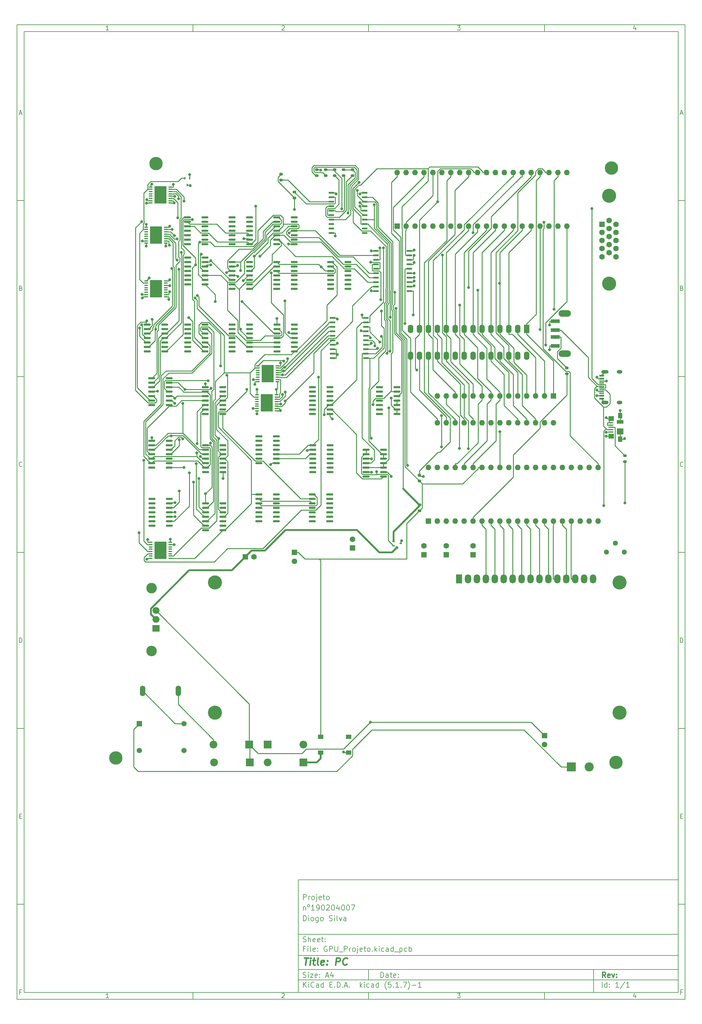
<source format=gbr>
%TF.GenerationSoftware,KiCad,Pcbnew,(5.1.7)-1*%
%TF.CreationDate,2021-02-02T03:53:03+00:00*%
%TF.ProjectId,GPU_Projeto,4750555f-5072-46f6-9a65-746f2e6b6963,rev?*%
%TF.SameCoordinates,Original*%
%TF.FileFunction,Copper,L1,Top*%
%TF.FilePolarity,Positive*%
%FSLAX46Y46*%
G04 Gerber Fmt 4.6, Leading zero omitted, Abs format (unit mm)*
G04 Created by KiCad (PCBNEW (5.1.7)-1) date 2021-02-02 03:53:03*
%MOMM*%
%LPD*%
G01*
G04 APERTURE LIST*
%ADD10C,0.100000*%
%ADD11C,0.150000*%
%ADD12C,0.300000*%
%ADD13C,0.400000*%
%TA.AperFunction,ComponentPad*%
%ADD14C,1.520000*%
%TD*%
%TA.AperFunction,ComponentPad*%
%ADD15R,1.520000X1.520000*%
%TD*%
%TA.AperFunction,ComponentPad*%
%ADD16C,4.000000*%
%TD*%
%TA.AperFunction,ComponentPad*%
%ADD17C,1.600000*%
%TD*%
%TA.AperFunction,ComponentPad*%
%ADD18R,1.600000X1.600000*%
%TD*%
%TA.AperFunction,SMDPad,CuDef*%
%ADD19R,1.500000X0.600000*%
%TD*%
%TA.AperFunction,ComponentPad*%
%ADD20O,1.800000X2.600000*%
%TD*%
%TA.AperFunction,ComponentPad*%
%ADD21R,1.800000X2.600000*%
%TD*%
%TA.AperFunction,ComponentPad*%
%ADD22O,2.200000X2.200000*%
%TD*%
%TA.AperFunction,ComponentPad*%
%ADD23R,2.200000X2.200000*%
%TD*%
%TA.AperFunction,ComponentPad*%
%ADD24O,1.500000X3.000000*%
%TD*%
%TA.AperFunction,ComponentPad*%
%ADD25C,3.800000*%
%TD*%
%TA.AperFunction,ComponentPad*%
%ADD26C,3.000000*%
%TD*%
%TA.AperFunction,ComponentPad*%
%ADD27C,2.600000*%
%TD*%
%TA.AperFunction,ComponentPad*%
%ADD28R,2.600000X2.600000*%
%TD*%
%TA.AperFunction,ComponentPad*%
%ADD29C,1.440000*%
%TD*%
%TA.AperFunction,SMDPad,CuDef*%
%ADD30R,1.550000X1.300000*%
%TD*%
%TA.AperFunction,ComponentPad*%
%ADD31R,2.000000X1.905000*%
%TD*%
%TA.AperFunction,ComponentPad*%
%ADD32O,2.000000X1.905000*%
%TD*%
%TA.AperFunction,ComponentPad*%
%ADD33O,1.600000X1.600000*%
%TD*%
%TA.AperFunction,SMDPad,CuDef*%
%ADD34R,0.700000X0.450000*%
%TD*%
%TA.AperFunction,ComponentPad*%
%ADD35R,1.600000X2.400000*%
%TD*%
%TA.AperFunction,ComponentPad*%
%ADD36O,1.600000X2.400000*%
%TD*%
%TA.AperFunction,SMDPad,CuDef*%
%ADD37R,3.400000X5.000000*%
%TD*%
%TA.AperFunction,SMDPad,CuDef*%
%ADD38R,1.050000X0.450000*%
%TD*%
%TA.AperFunction,SMDPad,CuDef*%
%ADD39R,0.450000X0.700000*%
%TD*%
%TA.AperFunction,SMDPad,CuDef*%
%ADD40R,1.380000X0.450000*%
%TD*%
%TA.AperFunction,SMDPad,CuDef*%
%ADD41R,1.550000X1.425000*%
%TD*%
%TA.AperFunction,SMDPad,CuDef*%
%ADD42R,1.300000X1.650000*%
%TD*%
%TA.AperFunction,SMDPad,CuDef*%
%ADD43R,1.900000X1.800000*%
%TD*%
%TA.AperFunction,SMDPad,CuDef*%
%ADD44R,1.900000X1.000000*%
%TD*%
%TA.AperFunction,SMDPad,CuDef*%
%ADD45R,1.450000X0.600000*%
%TD*%
%TA.AperFunction,SMDPad,CuDef*%
%ADD46R,1.450000X0.300000*%
%TD*%
%TA.AperFunction,ComponentPad*%
%ADD47O,2.100000X1.000000*%
%TD*%
%TA.AperFunction,ComponentPad*%
%ADD48O,1.600000X1.000000*%
%TD*%
%TA.AperFunction,ComponentPad*%
%ADD49O,3.500000X1.900000*%
%TD*%
%TA.AperFunction,SMDPad,CuDef*%
%ADD50R,2.500000X1.100000*%
%TD*%
%TA.AperFunction,ViaPad*%
%ADD51C,0.800000*%
%TD*%
%TA.AperFunction,Conductor*%
%ADD52C,0.250000*%
%TD*%
%TA.AperFunction,Conductor*%
%ADD53C,0.500000*%
%TD*%
G04 APERTURE END LIST*
D10*
D11*
X90007200Y-253002200D02*
X90007200Y-285002200D01*
X198007200Y-285002200D01*
X198007200Y-253002200D01*
X90007200Y-253002200D01*
D10*
D11*
X10000000Y-10000000D02*
X10000000Y-287002200D01*
X200007200Y-287002200D01*
X200007200Y-10000000D01*
X10000000Y-10000000D01*
D10*
D11*
X12000000Y-12000000D02*
X12000000Y-285002200D01*
X198007200Y-285002200D01*
X198007200Y-12000000D01*
X12000000Y-12000000D01*
D10*
D11*
X60000000Y-12000000D02*
X60000000Y-10000000D01*
D10*
D11*
X110000000Y-12000000D02*
X110000000Y-10000000D01*
D10*
D11*
X160000000Y-12000000D02*
X160000000Y-10000000D01*
D10*
D11*
X36065476Y-11588095D02*
X35322619Y-11588095D01*
X35694047Y-11588095D02*
X35694047Y-10288095D01*
X35570238Y-10473809D01*
X35446428Y-10597619D01*
X35322619Y-10659523D01*
D10*
D11*
X85322619Y-10411904D02*
X85384523Y-10350000D01*
X85508333Y-10288095D01*
X85817857Y-10288095D01*
X85941666Y-10350000D01*
X86003571Y-10411904D01*
X86065476Y-10535714D01*
X86065476Y-10659523D01*
X86003571Y-10845238D01*
X85260714Y-11588095D01*
X86065476Y-11588095D01*
D10*
D11*
X135260714Y-10288095D02*
X136065476Y-10288095D01*
X135632142Y-10783333D01*
X135817857Y-10783333D01*
X135941666Y-10845238D01*
X136003571Y-10907142D01*
X136065476Y-11030952D01*
X136065476Y-11340476D01*
X136003571Y-11464285D01*
X135941666Y-11526190D01*
X135817857Y-11588095D01*
X135446428Y-11588095D01*
X135322619Y-11526190D01*
X135260714Y-11464285D01*
D10*
D11*
X185941666Y-10721428D02*
X185941666Y-11588095D01*
X185632142Y-10226190D02*
X185322619Y-11154761D01*
X186127380Y-11154761D01*
D10*
D11*
X60000000Y-285002200D02*
X60000000Y-287002200D01*
D10*
D11*
X110000000Y-285002200D02*
X110000000Y-287002200D01*
D10*
D11*
X160000000Y-285002200D02*
X160000000Y-287002200D01*
D10*
D11*
X36065476Y-286590295D02*
X35322619Y-286590295D01*
X35694047Y-286590295D02*
X35694047Y-285290295D01*
X35570238Y-285476009D01*
X35446428Y-285599819D01*
X35322619Y-285661723D01*
D10*
D11*
X85322619Y-285414104D02*
X85384523Y-285352200D01*
X85508333Y-285290295D01*
X85817857Y-285290295D01*
X85941666Y-285352200D01*
X86003571Y-285414104D01*
X86065476Y-285537914D01*
X86065476Y-285661723D01*
X86003571Y-285847438D01*
X85260714Y-286590295D01*
X86065476Y-286590295D01*
D10*
D11*
X135260714Y-285290295D02*
X136065476Y-285290295D01*
X135632142Y-285785533D01*
X135817857Y-285785533D01*
X135941666Y-285847438D01*
X136003571Y-285909342D01*
X136065476Y-286033152D01*
X136065476Y-286342676D01*
X136003571Y-286466485D01*
X135941666Y-286528390D01*
X135817857Y-286590295D01*
X135446428Y-286590295D01*
X135322619Y-286528390D01*
X135260714Y-286466485D01*
D10*
D11*
X185941666Y-285723628D02*
X185941666Y-286590295D01*
X185632142Y-285228390D02*
X185322619Y-286156961D01*
X186127380Y-286156961D01*
D10*
D11*
X10000000Y-60000000D02*
X12000000Y-60000000D01*
D10*
D11*
X10000000Y-110000000D02*
X12000000Y-110000000D01*
D10*
D11*
X10000000Y-160000000D02*
X12000000Y-160000000D01*
D10*
D11*
X10000000Y-210000000D02*
X12000000Y-210000000D01*
D10*
D11*
X10000000Y-260000000D02*
X12000000Y-260000000D01*
D10*
D11*
X10690476Y-35216666D02*
X11309523Y-35216666D01*
X10566666Y-35588095D02*
X11000000Y-34288095D01*
X11433333Y-35588095D01*
D10*
D11*
X11092857Y-84907142D02*
X11278571Y-84969047D01*
X11340476Y-85030952D01*
X11402380Y-85154761D01*
X11402380Y-85340476D01*
X11340476Y-85464285D01*
X11278571Y-85526190D01*
X11154761Y-85588095D01*
X10659523Y-85588095D01*
X10659523Y-84288095D01*
X11092857Y-84288095D01*
X11216666Y-84350000D01*
X11278571Y-84411904D01*
X11340476Y-84535714D01*
X11340476Y-84659523D01*
X11278571Y-84783333D01*
X11216666Y-84845238D01*
X11092857Y-84907142D01*
X10659523Y-84907142D01*
D10*
D11*
X11402380Y-135464285D02*
X11340476Y-135526190D01*
X11154761Y-135588095D01*
X11030952Y-135588095D01*
X10845238Y-135526190D01*
X10721428Y-135402380D01*
X10659523Y-135278571D01*
X10597619Y-135030952D01*
X10597619Y-134845238D01*
X10659523Y-134597619D01*
X10721428Y-134473809D01*
X10845238Y-134350000D01*
X11030952Y-134288095D01*
X11154761Y-134288095D01*
X11340476Y-134350000D01*
X11402380Y-134411904D01*
D10*
D11*
X10659523Y-185588095D02*
X10659523Y-184288095D01*
X10969047Y-184288095D01*
X11154761Y-184350000D01*
X11278571Y-184473809D01*
X11340476Y-184597619D01*
X11402380Y-184845238D01*
X11402380Y-185030952D01*
X11340476Y-185278571D01*
X11278571Y-185402380D01*
X11154761Y-185526190D01*
X10969047Y-185588095D01*
X10659523Y-185588095D01*
D10*
D11*
X10721428Y-234907142D02*
X11154761Y-234907142D01*
X11340476Y-235588095D02*
X10721428Y-235588095D01*
X10721428Y-234288095D01*
X11340476Y-234288095D01*
D10*
D11*
X11185714Y-284907142D02*
X10752380Y-284907142D01*
X10752380Y-285588095D02*
X10752380Y-284288095D01*
X11371428Y-284288095D01*
D10*
D11*
X200007200Y-60000000D02*
X198007200Y-60000000D01*
D10*
D11*
X200007200Y-110000000D02*
X198007200Y-110000000D01*
D10*
D11*
X200007200Y-160000000D02*
X198007200Y-160000000D01*
D10*
D11*
X200007200Y-210000000D02*
X198007200Y-210000000D01*
D10*
D11*
X200007200Y-260000000D02*
X198007200Y-260000000D01*
D10*
D11*
X198697676Y-35216666D02*
X199316723Y-35216666D01*
X198573866Y-35588095D02*
X199007200Y-34288095D01*
X199440533Y-35588095D01*
D10*
D11*
X199100057Y-84907142D02*
X199285771Y-84969047D01*
X199347676Y-85030952D01*
X199409580Y-85154761D01*
X199409580Y-85340476D01*
X199347676Y-85464285D01*
X199285771Y-85526190D01*
X199161961Y-85588095D01*
X198666723Y-85588095D01*
X198666723Y-84288095D01*
X199100057Y-84288095D01*
X199223866Y-84350000D01*
X199285771Y-84411904D01*
X199347676Y-84535714D01*
X199347676Y-84659523D01*
X199285771Y-84783333D01*
X199223866Y-84845238D01*
X199100057Y-84907142D01*
X198666723Y-84907142D01*
D10*
D11*
X199409580Y-135464285D02*
X199347676Y-135526190D01*
X199161961Y-135588095D01*
X199038152Y-135588095D01*
X198852438Y-135526190D01*
X198728628Y-135402380D01*
X198666723Y-135278571D01*
X198604819Y-135030952D01*
X198604819Y-134845238D01*
X198666723Y-134597619D01*
X198728628Y-134473809D01*
X198852438Y-134350000D01*
X199038152Y-134288095D01*
X199161961Y-134288095D01*
X199347676Y-134350000D01*
X199409580Y-134411904D01*
D10*
D11*
X198666723Y-185588095D02*
X198666723Y-184288095D01*
X198976247Y-184288095D01*
X199161961Y-184350000D01*
X199285771Y-184473809D01*
X199347676Y-184597619D01*
X199409580Y-184845238D01*
X199409580Y-185030952D01*
X199347676Y-185278571D01*
X199285771Y-185402380D01*
X199161961Y-185526190D01*
X198976247Y-185588095D01*
X198666723Y-185588095D01*
D10*
D11*
X198728628Y-234907142D02*
X199161961Y-234907142D01*
X199347676Y-235588095D02*
X198728628Y-235588095D01*
X198728628Y-234288095D01*
X199347676Y-234288095D01*
D10*
D11*
X199192914Y-284907142D02*
X198759580Y-284907142D01*
X198759580Y-285588095D02*
X198759580Y-284288095D01*
X199378628Y-284288095D01*
D10*
D11*
X113439342Y-280780771D02*
X113439342Y-279280771D01*
X113796485Y-279280771D01*
X114010771Y-279352200D01*
X114153628Y-279495057D01*
X114225057Y-279637914D01*
X114296485Y-279923628D01*
X114296485Y-280137914D01*
X114225057Y-280423628D01*
X114153628Y-280566485D01*
X114010771Y-280709342D01*
X113796485Y-280780771D01*
X113439342Y-280780771D01*
X115582200Y-280780771D02*
X115582200Y-279995057D01*
X115510771Y-279852200D01*
X115367914Y-279780771D01*
X115082200Y-279780771D01*
X114939342Y-279852200D01*
X115582200Y-280709342D02*
X115439342Y-280780771D01*
X115082200Y-280780771D01*
X114939342Y-280709342D01*
X114867914Y-280566485D01*
X114867914Y-280423628D01*
X114939342Y-280280771D01*
X115082200Y-280209342D01*
X115439342Y-280209342D01*
X115582200Y-280137914D01*
X116082200Y-279780771D02*
X116653628Y-279780771D01*
X116296485Y-279280771D02*
X116296485Y-280566485D01*
X116367914Y-280709342D01*
X116510771Y-280780771D01*
X116653628Y-280780771D01*
X117725057Y-280709342D02*
X117582200Y-280780771D01*
X117296485Y-280780771D01*
X117153628Y-280709342D01*
X117082200Y-280566485D01*
X117082200Y-279995057D01*
X117153628Y-279852200D01*
X117296485Y-279780771D01*
X117582200Y-279780771D01*
X117725057Y-279852200D01*
X117796485Y-279995057D01*
X117796485Y-280137914D01*
X117082200Y-280280771D01*
X118439342Y-280637914D02*
X118510771Y-280709342D01*
X118439342Y-280780771D01*
X118367914Y-280709342D01*
X118439342Y-280637914D01*
X118439342Y-280780771D01*
X118439342Y-279852200D02*
X118510771Y-279923628D01*
X118439342Y-279995057D01*
X118367914Y-279923628D01*
X118439342Y-279852200D01*
X118439342Y-279995057D01*
D10*
D11*
X90007200Y-281502200D02*
X198007200Y-281502200D01*
D10*
D11*
X91439342Y-283580771D02*
X91439342Y-282080771D01*
X92296485Y-283580771D02*
X91653628Y-282723628D01*
X92296485Y-282080771D02*
X91439342Y-282937914D01*
X92939342Y-283580771D02*
X92939342Y-282580771D01*
X92939342Y-282080771D02*
X92867914Y-282152200D01*
X92939342Y-282223628D01*
X93010771Y-282152200D01*
X92939342Y-282080771D01*
X92939342Y-282223628D01*
X94510771Y-283437914D02*
X94439342Y-283509342D01*
X94225057Y-283580771D01*
X94082200Y-283580771D01*
X93867914Y-283509342D01*
X93725057Y-283366485D01*
X93653628Y-283223628D01*
X93582200Y-282937914D01*
X93582200Y-282723628D01*
X93653628Y-282437914D01*
X93725057Y-282295057D01*
X93867914Y-282152200D01*
X94082200Y-282080771D01*
X94225057Y-282080771D01*
X94439342Y-282152200D01*
X94510771Y-282223628D01*
X95796485Y-283580771D02*
X95796485Y-282795057D01*
X95725057Y-282652200D01*
X95582200Y-282580771D01*
X95296485Y-282580771D01*
X95153628Y-282652200D01*
X95796485Y-283509342D02*
X95653628Y-283580771D01*
X95296485Y-283580771D01*
X95153628Y-283509342D01*
X95082200Y-283366485D01*
X95082200Y-283223628D01*
X95153628Y-283080771D01*
X95296485Y-283009342D01*
X95653628Y-283009342D01*
X95796485Y-282937914D01*
X97153628Y-283580771D02*
X97153628Y-282080771D01*
X97153628Y-283509342D02*
X97010771Y-283580771D01*
X96725057Y-283580771D01*
X96582200Y-283509342D01*
X96510771Y-283437914D01*
X96439342Y-283295057D01*
X96439342Y-282866485D01*
X96510771Y-282723628D01*
X96582200Y-282652200D01*
X96725057Y-282580771D01*
X97010771Y-282580771D01*
X97153628Y-282652200D01*
X99010771Y-282795057D02*
X99510771Y-282795057D01*
X99725057Y-283580771D02*
X99010771Y-283580771D01*
X99010771Y-282080771D01*
X99725057Y-282080771D01*
X100367914Y-283437914D02*
X100439342Y-283509342D01*
X100367914Y-283580771D01*
X100296485Y-283509342D01*
X100367914Y-283437914D01*
X100367914Y-283580771D01*
X101082200Y-283580771D02*
X101082200Y-282080771D01*
X101439342Y-282080771D01*
X101653628Y-282152200D01*
X101796485Y-282295057D01*
X101867914Y-282437914D01*
X101939342Y-282723628D01*
X101939342Y-282937914D01*
X101867914Y-283223628D01*
X101796485Y-283366485D01*
X101653628Y-283509342D01*
X101439342Y-283580771D01*
X101082200Y-283580771D01*
X102582200Y-283437914D02*
X102653628Y-283509342D01*
X102582200Y-283580771D01*
X102510771Y-283509342D01*
X102582200Y-283437914D01*
X102582200Y-283580771D01*
X103225057Y-283152200D02*
X103939342Y-283152200D01*
X103082200Y-283580771D02*
X103582200Y-282080771D01*
X104082200Y-283580771D01*
X104582200Y-283437914D02*
X104653628Y-283509342D01*
X104582200Y-283580771D01*
X104510771Y-283509342D01*
X104582200Y-283437914D01*
X104582200Y-283580771D01*
X107582200Y-283580771D02*
X107582200Y-282080771D01*
X107725057Y-283009342D02*
X108153628Y-283580771D01*
X108153628Y-282580771D02*
X107582200Y-283152200D01*
X108796485Y-283580771D02*
X108796485Y-282580771D01*
X108796485Y-282080771D02*
X108725057Y-282152200D01*
X108796485Y-282223628D01*
X108867914Y-282152200D01*
X108796485Y-282080771D01*
X108796485Y-282223628D01*
X110153628Y-283509342D02*
X110010771Y-283580771D01*
X109725057Y-283580771D01*
X109582200Y-283509342D01*
X109510771Y-283437914D01*
X109439342Y-283295057D01*
X109439342Y-282866485D01*
X109510771Y-282723628D01*
X109582200Y-282652200D01*
X109725057Y-282580771D01*
X110010771Y-282580771D01*
X110153628Y-282652200D01*
X111439342Y-283580771D02*
X111439342Y-282795057D01*
X111367914Y-282652200D01*
X111225057Y-282580771D01*
X110939342Y-282580771D01*
X110796485Y-282652200D01*
X111439342Y-283509342D02*
X111296485Y-283580771D01*
X110939342Y-283580771D01*
X110796485Y-283509342D01*
X110725057Y-283366485D01*
X110725057Y-283223628D01*
X110796485Y-283080771D01*
X110939342Y-283009342D01*
X111296485Y-283009342D01*
X111439342Y-282937914D01*
X112796485Y-283580771D02*
X112796485Y-282080771D01*
X112796485Y-283509342D02*
X112653628Y-283580771D01*
X112367914Y-283580771D01*
X112225057Y-283509342D01*
X112153628Y-283437914D01*
X112082200Y-283295057D01*
X112082200Y-282866485D01*
X112153628Y-282723628D01*
X112225057Y-282652200D01*
X112367914Y-282580771D01*
X112653628Y-282580771D01*
X112796485Y-282652200D01*
X115082200Y-284152200D02*
X115010771Y-284080771D01*
X114867914Y-283866485D01*
X114796485Y-283723628D01*
X114725057Y-283509342D01*
X114653628Y-283152200D01*
X114653628Y-282866485D01*
X114725057Y-282509342D01*
X114796485Y-282295057D01*
X114867914Y-282152200D01*
X115010771Y-281937914D01*
X115082200Y-281866485D01*
X116367914Y-282080771D02*
X115653628Y-282080771D01*
X115582200Y-282795057D01*
X115653628Y-282723628D01*
X115796485Y-282652200D01*
X116153628Y-282652200D01*
X116296485Y-282723628D01*
X116367914Y-282795057D01*
X116439342Y-282937914D01*
X116439342Y-283295057D01*
X116367914Y-283437914D01*
X116296485Y-283509342D01*
X116153628Y-283580771D01*
X115796485Y-283580771D01*
X115653628Y-283509342D01*
X115582200Y-283437914D01*
X117082200Y-283437914D02*
X117153628Y-283509342D01*
X117082200Y-283580771D01*
X117010771Y-283509342D01*
X117082200Y-283437914D01*
X117082200Y-283580771D01*
X118582200Y-283580771D02*
X117725057Y-283580771D01*
X118153628Y-283580771D02*
X118153628Y-282080771D01*
X118010771Y-282295057D01*
X117867914Y-282437914D01*
X117725057Y-282509342D01*
X119225057Y-283437914D02*
X119296485Y-283509342D01*
X119225057Y-283580771D01*
X119153628Y-283509342D01*
X119225057Y-283437914D01*
X119225057Y-283580771D01*
X119796485Y-282080771D02*
X120796485Y-282080771D01*
X120153628Y-283580771D01*
X121225057Y-284152200D02*
X121296485Y-284080771D01*
X121439342Y-283866485D01*
X121510771Y-283723628D01*
X121582200Y-283509342D01*
X121653628Y-283152200D01*
X121653628Y-282866485D01*
X121582200Y-282509342D01*
X121510771Y-282295057D01*
X121439342Y-282152200D01*
X121296485Y-281937914D01*
X121225057Y-281866485D01*
X122367914Y-283009342D02*
X123510771Y-283009342D01*
X125010771Y-283580771D02*
X124153628Y-283580771D01*
X124582200Y-283580771D02*
X124582200Y-282080771D01*
X124439342Y-282295057D01*
X124296485Y-282437914D01*
X124153628Y-282509342D01*
D10*
D11*
X90007200Y-278502200D02*
X198007200Y-278502200D01*
D10*
D12*
X177416485Y-280780771D02*
X176916485Y-280066485D01*
X176559342Y-280780771D02*
X176559342Y-279280771D01*
X177130771Y-279280771D01*
X177273628Y-279352200D01*
X177345057Y-279423628D01*
X177416485Y-279566485D01*
X177416485Y-279780771D01*
X177345057Y-279923628D01*
X177273628Y-279995057D01*
X177130771Y-280066485D01*
X176559342Y-280066485D01*
X178630771Y-280709342D02*
X178487914Y-280780771D01*
X178202200Y-280780771D01*
X178059342Y-280709342D01*
X177987914Y-280566485D01*
X177987914Y-279995057D01*
X178059342Y-279852200D01*
X178202200Y-279780771D01*
X178487914Y-279780771D01*
X178630771Y-279852200D01*
X178702200Y-279995057D01*
X178702200Y-280137914D01*
X177987914Y-280280771D01*
X179202200Y-279780771D02*
X179559342Y-280780771D01*
X179916485Y-279780771D01*
X180487914Y-280637914D02*
X180559342Y-280709342D01*
X180487914Y-280780771D01*
X180416485Y-280709342D01*
X180487914Y-280637914D01*
X180487914Y-280780771D01*
X180487914Y-279852200D02*
X180559342Y-279923628D01*
X180487914Y-279995057D01*
X180416485Y-279923628D01*
X180487914Y-279852200D01*
X180487914Y-279995057D01*
D10*
D11*
X91367914Y-280709342D02*
X91582200Y-280780771D01*
X91939342Y-280780771D01*
X92082200Y-280709342D01*
X92153628Y-280637914D01*
X92225057Y-280495057D01*
X92225057Y-280352200D01*
X92153628Y-280209342D01*
X92082200Y-280137914D01*
X91939342Y-280066485D01*
X91653628Y-279995057D01*
X91510771Y-279923628D01*
X91439342Y-279852200D01*
X91367914Y-279709342D01*
X91367914Y-279566485D01*
X91439342Y-279423628D01*
X91510771Y-279352200D01*
X91653628Y-279280771D01*
X92010771Y-279280771D01*
X92225057Y-279352200D01*
X92867914Y-280780771D02*
X92867914Y-279780771D01*
X92867914Y-279280771D02*
X92796485Y-279352200D01*
X92867914Y-279423628D01*
X92939342Y-279352200D01*
X92867914Y-279280771D01*
X92867914Y-279423628D01*
X93439342Y-279780771D02*
X94225057Y-279780771D01*
X93439342Y-280780771D01*
X94225057Y-280780771D01*
X95367914Y-280709342D02*
X95225057Y-280780771D01*
X94939342Y-280780771D01*
X94796485Y-280709342D01*
X94725057Y-280566485D01*
X94725057Y-279995057D01*
X94796485Y-279852200D01*
X94939342Y-279780771D01*
X95225057Y-279780771D01*
X95367914Y-279852200D01*
X95439342Y-279995057D01*
X95439342Y-280137914D01*
X94725057Y-280280771D01*
X96082200Y-280637914D02*
X96153628Y-280709342D01*
X96082200Y-280780771D01*
X96010771Y-280709342D01*
X96082200Y-280637914D01*
X96082200Y-280780771D01*
X96082200Y-279852200D02*
X96153628Y-279923628D01*
X96082200Y-279995057D01*
X96010771Y-279923628D01*
X96082200Y-279852200D01*
X96082200Y-279995057D01*
X97867914Y-280352200D02*
X98582200Y-280352200D01*
X97725057Y-280780771D02*
X98225057Y-279280771D01*
X98725057Y-280780771D01*
X99867914Y-279780771D02*
X99867914Y-280780771D01*
X99510771Y-279209342D02*
X99153628Y-280280771D01*
X100082200Y-280280771D01*
D10*
D11*
X176439342Y-283580771D02*
X176439342Y-282080771D01*
X177796485Y-283580771D02*
X177796485Y-282080771D01*
X177796485Y-283509342D02*
X177653628Y-283580771D01*
X177367914Y-283580771D01*
X177225057Y-283509342D01*
X177153628Y-283437914D01*
X177082200Y-283295057D01*
X177082200Y-282866485D01*
X177153628Y-282723628D01*
X177225057Y-282652200D01*
X177367914Y-282580771D01*
X177653628Y-282580771D01*
X177796485Y-282652200D01*
X178510771Y-283437914D02*
X178582200Y-283509342D01*
X178510771Y-283580771D01*
X178439342Y-283509342D01*
X178510771Y-283437914D01*
X178510771Y-283580771D01*
X178510771Y-282652200D02*
X178582200Y-282723628D01*
X178510771Y-282795057D01*
X178439342Y-282723628D01*
X178510771Y-282652200D01*
X178510771Y-282795057D01*
X181153628Y-283580771D02*
X180296485Y-283580771D01*
X180725057Y-283580771D02*
X180725057Y-282080771D01*
X180582200Y-282295057D01*
X180439342Y-282437914D01*
X180296485Y-282509342D01*
X182867914Y-282009342D02*
X181582200Y-283937914D01*
X184153628Y-283580771D02*
X183296485Y-283580771D01*
X183725057Y-283580771D02*
X183725057Y-282080771D01*
X183582200Y-282295057D01*
X183439342Y-282437914D01*
X183296485Y-282509342D01*
D10*
D11*
X90007200Y-274502200D02*
X198007200Y-274502200D01*
D10*
D13*
X91719580Y-275206961D02*
X92862438Y-275206961D01*
X92041009Y-277206961D02*
X92291009Y-275206961D01*
X93279104Y-277206961D02*
X93445771Y-275873628D01*
X93529104Y-275206961D02*
X93421961Y-275302200D01*
X93505295Y-275397438D01*
X93612438Y-275302200D01*
X93529104Y-275206961D01*
X93505295Y-275397438D01*
X94112438Y-275873628D02*
X94874342Y-275873628D01*
X94481485Y-275206961D02*
X94267200Y-276921247D01*
X94338628Y-277111723D01*
X94517200Y-277206961D01*
X94707676Y-277206961D01*
X95660057Y-277206961D02*
X95481485Y-277111723D01*
X95410057Y-276921247D01*
X95624342Y-275206961D01*
X97195771Y-277111723D02*
X96993390Y-277206961D01*
X96612438Y-277206961D01*
X96433866Y-277111723D01*
X96362438Y-276921247D01*
X96457676Y-276159342D01*
X96576723Y-275968866D01*
X96779104Y-275873628D01*
X97160057Y-275873628D01*
X97338628Y-275968866D01*
X97410057Y-276159342D01*
X97386247Y-276349819D01*
X96410057Y-276540295D01*
X98160057Y-277016485D02*
X98243390Y-277111723D01*
X98136247Y-277206961D01*
X98052914Y-277111723D01*
X98160057Y-277016485D01*
X98136247Y-277206961D01*
X98291009Y-275968866D02*
X98374342Y-276064104D01*
X98267200Y-276159342D01*
X98183866Y-276064104D01*
X98291009Y-275968866D01*
X98267200Y-276159342D01*
X100612438Y-277206961D02*
X100862438Y-275206961D01*
X101624342Y-275206961D01*
X101802914Y-275302200D01*
X101886247Y-275397438D01*
X101957676Y-275587914D01*
X101921961Y-275873628D01*
X101802914Y-276064104D01*
X101695771Y-276159342D01*
X101493390Y-276254580D01*
X100731485Y-276254580D01*
X103779104Y-277016485D02*
X103671961Y-277111723D01*
X103374342Y-277206961D01*
X103183866Y-277206961D01*
X102910057Y-277111723D01*
X102743390Y-276921247D01*
X102671961Y-276730771D01*
X102624342Y-276349819D01*
X102660057Y-276064104D01*
X102802914Y-275683152D01*
X102921961Y-275492676D01*
X103136247Y-275302200D01*
X103433866Y-275206961D01*
X103624342Y-275206961D01*
X103898152Y-275302200D01*
X103981485Y-275397438D01*
D10*
D11*
X91939342Y-272595057D02*
X91439342Y-272595057D01*
X91439342Y-273380771D02*
X91439342Y-271880771D01*
X92153628Y-271880771D01*
X92725057Y-273380771D02*
X92725057Y-272380771D01*
X92725057Y-271880771D02*
X92653628Y-271952200D01*
X92725057Y-272023628D01*
X92796485Y-271952200D01*
X92725057Y-271880771D01*
X92725057Y-272023628D01*
X93653628Y-273380771D02*
X93510771Y-273309342D01*
X93439342Y-273166485D01*
X93439342Y-271880771D01*
X94796485Y-273309342D02*
X94653628Y-273380771D01*
X94367914Y-273380771D01*
X94225057Y-273309342D01*
X94153628Y-273166485D01*
X94153628Y-272595057D01*
X94225057Y-272452200D01*
X94367914Y-272380771D01*
X94653628Y-272380771D01*
X94796485Y-272452200D01*
X94867914Y-272595057D01*
X94867914Y-272737914D01*
X94153628Y-272880771D01*
X95510771Y-273237914D02*
X95582200Y-273309342D01*
X95510771Y-273380771D01*
X95439342Y-273309342D01*
X95510771Y-273237914D01*
X95510771Y-273380771D01*
X95510771Y-272452200D02*
X95582200Y-272523628D01*
X95510771Y-272595057D01*
X95439342Y-272523628D01*
X95510771Y-272452200D01*
X95510771Y-272595057D01*
X98153628Y-271952200D02*
X98010771Y-271880771D01*
X97796485Y-271880771D01*
X97582200Y-271952200D01*
X97439342Y-272095057D01*
X97367914Y-272237914D01*
X97296485Y-272523628D01*
X97296485Y-272737914D01*
X97367914Y-273023628D01*
X97439342Y-273166485D01*
X97582200Y-273309342D01*
X97796485Y-273380771D01*
X97939342Y-273380771D01*
X98153628Y-273309342D01*
X98225057Y-273237914D01*
X98225057Y-272737914D01*
X97939342Y-272737914D01*
X98867914Y-273380771D02*
X98867914Y-271880771D01*
X99439342Y-271880771D01*
X99582200Y-271952200D01*
X99653628Y-272023628D01*
X99725057Y-272166485D01*
X99725057Y-272380771D01*
X99653628Y-272523628D01*
X99582200Y-272595057D01*
X99439342Y-272666485D01*
X98867914Y-272666485D01*
X100367914Y-271880771D02*
X100367914Y-273095057D01*
X100439342Y-273237914D01*
X100510771Y-273309342D01*
X100653628Y-273380771D01*
X100939342Y-273380771D01*
X101082200Y-273309342D01*
X101153628Y-273237914D01*
X101225057Y-273095057D01*
X101225057Y-271880771D01*
X101582200Y-273523628D02*
X102725057Y-273523628D01*
X103082200Y-273380771D02*
X103082200Y-271880771D01*
X103653628Y-271880771D01*
X103796485Y-271952200D01*
X103867914Y-272023628D01*
X103939342Y-272166485D01*
X103939342Y-272380771D01*
X103867914Y-272523628D01*
X103796485Y-272595057D01*
X103653628Y-272666485D01*
X103082200Y-272666485D01*
X104582200Y-273380771D02*
X104582200Y-272380771D01*
X104582200Y-272666485D02*
X104653628Y-272523628D01*
X104725057Y-272452200D01*
X104867914Y-272380771D01*
X105010771Y-272380771D01*
X105725057Y-273380771D02*
X105582200Y-273309342D01*
X105510771Y-273237914D01*
X105439342Y-273095057D01*
X105439342Y-272666485D01*
X105510771Y-272523628D01*
X105582200Y-272452200D01*
X105725057Y-272380771D01*
X105939342Y-272380771D01*
X106082200Y-272452200D01*
X106153628Y-272523628D01*
X106225057Y-272666485D01*
X106225057Y-273095057D01*
X106153628Y-273237914D01*
X106082200Y-273309342D01*
X105939342Y-273380771D01*
X105725057Y-273380771D01*
X106867914Y-272380771D02*
X106867914Y-273666485D01*
X106796485Y-273809342D01*
X106653628Y-273880771D01*
X106582200Y-273880771D01*
X106867914Y-271880771D02*
X106796485Y-271952200D01*
X106867914Y-272023628D01*
X106939342Y-271952200D01*
X106867914Y-271880771D01*
X106867914Y-272023628D01*
X108153628Y-273309342D02*
X108010771Y-273380771D01*
X107725057Y-273380771D01*
X107582200Y-273309342D01*
X107510771Y-273166485D01*
X107510771Y-272595057D01*
X107582200Y-272452200D01*
X107725057Y-272380771D01*
X108010771Y-272380771D01*
X108153628Y-272452200D01*
X108225057Y-272595057D01*
X108225057Y-272737914D01*
X107510771Y-272880771D01*
X108653628Y-272380771D02*
X109225057Y-272380771D01*
X108867914Y-271880771D02*
X108867914Y-273166485D01*
X108939342Y-273309342D01*
X109082200Y-273380771D01*
X109225057Y-273380771D01*
X109939342Y-273380771D02*
X109796485Y-273309342D01*
X109725057Y-273237914D01*
X109653628Y-273095057D01*
X109653628Y-272666485D01*
X109725057Y-272523628D01*
X109796485Y-272452200D01*
X109939342Y-272380771D01*
X110153628Y-272380771D01*
X110296485Y-272452200D01*
X110367914Y-272523628D01*
X110439342Y-272666485D01*
X110439342Y-273095057D01*
X110367914Y-273237914D01*
X110296485Y-273309342D01*
X110153628Y-273380771D01*
X109939342Y-273380771D01*
X111082200Y-273237914D02*
X111153628Y-273309342D01*
X111082200Y-273380771D01*
X111010771Y-273309342D01*
X111082200Y-273237914D01*
X111082200Y-273380771D01*
X111796485Y-273380771D02*
X111796485Y-271880771D01*
X111939342Y-272809342D02*
X112367914Y-273380771D01*
X112367914Y-272380771D02*
X111796485Y-272952200D01*
X113010771Y-273380771D02*
X113010771Y-272380771D01*
X113010771Y-271880771D02*
X112939342Y-271952200D01*
X113010771Y-272023628D01*
X113082200Y-271952200D01*
X113010771Y-271880771D01*
X113010771Y-272023628D01*
X114367914Y-273309342D02*
X114225057Y-273380771D01*
X113939342Y-273380771D01*
X113796485Y-273309342D01*
X113725057Y-273237914D01*
X113653628Y-273095057D01*
X113653628Y-272666485D01*
X113725057Y-272523628D01*
X113796485Y-272452200D01*
X113939342Y-272380771D01*
X114225057Y-272380771D01*
X114367914Y-272452200D01*
X115653628Y-273380771D02*
X115653628Y-272595057D01*
X115582200Y-272452200D01*
X115439342Y-272380771D01*
X115153628Y-272380771D01*
X115010771Y-272452200D01*
X115653628Y-273309342D02*
X115510771Y-273380771D01*
X115153628Y-273380771D01*
X115010771Y-273309342D01*
X114939342Y-273166485D01*
X114939342Y-273023628D01*
X115010771Y-272880771D01*
X115153628Y-272809342D01*
X115510771Y-272809342D01*
X115653628Y-272737914D01*
X117010771Y-273380771D02*
X117010771Y-271880771D01*
X117010771Y-273309342D02*
X116867914Y-273380771D01*
X116582200Y-273380771D01*
X116439342Y-273309342D01*
X116367914Y-273237914D01*
X116296485Y-273095057D01*
X116296485Y-272666485D01*
X116367914Y-272523628D01*
X116439342Y-272452200D01*
X116582200Y-272380771D01*
X116867914Y-272380771D01*
X117010771Y-272452200D01*
X117367914Y-273523628D02*
X118510771Y-273523628D01*
X118867914Y-272380771D02*
X118867914Y-273880771D01*
X118867914Y-272452200D02*
X119010771Y-272380771D01*
X119296485Y-272380771D01*
X119439342Y-272452200D01*
X119510771Y-272523628D01*
X119582200Y-272666485D01*
X119582200Y-273095057D01*
X119510771Y-273237914D01*
X119439342Y-273309342D01*
X119296485Y-273380771D01*
X119010771Y-273380771D01*
X118867914Y-273309342D01*
X120867914Y-273309342D02*
X120725057Y-273380771D01*
X120439342Y-273380771D01*
X120296485Y-273309342D01*
X120225057Y-273237914D01*
X120153628Y-273095057D01*
X120153628Y-272666485D01*
X120225057Y-272523628D01*
X120296485Y-272452200D01*
X120439342Y-272380771D01*
X120725057Y-272380771D01*
X120867914Y-272452200D01*
X121510771Y-273380771D02*
X121510771Y-271880771D01*
X121510771Y-272452200D02*
X121653628Y-272380771D01*
X121939342Y-272380771D01*
X122082200Y-272452200D01*
X122153628Y-272523628D01*
X122225057Y-272666485D01*
X122225057Y-273095057D01*
X122153628Y-273237914D01*
X122082200Y-273309342D01*
X121939342Y-273380771D01*
X121653628Y-273380771D01*
X121510771Y-273309342D01*
D10*
D11*
X90007200Y-268502200D02*
X198007200Y-268502200D01*
D10*
D11*
X91367914Y-270609342D02*
X91582200Y-270680771D01*
X91939342Y-270680771D01*
X92082200Y-270609342D01*
X92153628Y-270537914D01*
X92225057Y-270395057D01*
X92225057Y-270252200D01*
X92153628Y-270109342D01*
X92082200Y-270037914D01*
X91939342Y-269966485D01*
X91653628Y-269895057D01*
X91510771Y-269823628D01*
X91439342Y-269752200D01*
X91367914Y-269609342D01*
X91367914Y-269466485D01*
X91439342Y-269323628D01*
X91510771Y-269252200D01*
X91653628Y-269180771D01*
X92010771Y-269180771D01*
X92225057Y-269252200D01*
X92867914Y-270680771D02*
X92867914Y-269180771D01*
X93510771Y-270680771D02*
X93510771Y-269895057D01*
X93439342Y-269752200D01*
X93296485Y-269680771D01*
X93082200Y-269680771D01*
X92939342Y-269752200D01*
X92867914Y-269823628D01*
X94796485Y-270609342D02*
X94653628Y-270680771D01*
X94367914Y-270680771D01*
X94225057Y-270609342D01*
X94153628Y-270466485D01*
X94153628Y-269895057D01*
X94225057Y-269752200D01*
X94367914Y-269680771D01*
X94653628Y-269680771D01*
X94796485Y-269752200D01*
X94867914Y-269895057D01*
X94867914Y-270037914D01*
X94153628Y-270180771D01*
X96082200Y-270609342D02*
X95939342Y-270680771D01*
X95653628Y-270680771D01*
X95510771Y-270609342D01*
X95439342Y-270466485D01*
X95439342Y-269895057D01*
X95510771Y-269752200D01*
X95653628Y-269680771D01*
X95939342Y-269680771D01*
X96082200Y-269752200D01*
X96153628Y-269895057D01*
X96153628Y-270037914D01*
X95439342Y-270180771D01*
X96582200Y-269680771D02*
X97153628Y-269680771D01*
X96796485Y-269180771D02*
X96796485Y-270466485D01*
X96867914Y-270609342D01*
X97010771Y-270680771D01*
X97153628Y-270680771D01*
X97653628Y-270537914D02*
X97725057Y-270609342D01*
X97653628Y-270680771D01*
X97582200Y-270609342D01*
X97653628Y-270537914D01*
X97653628Y-270680771D01*
X97653628Y-269752200D02*
X97725057Y-269823628D01*
X97653628Y-269895057D01*
X97582200Y-269823628D01*
X97653628Y-269752200D01*
X97653628Y-269895057D01*
D10*
D11*
X91439342Y-264680771D02*
X91439342Y-263180771D01*
X91796485Y-263180771D01*
X92010771Y-263252200D01*
X92153628Y-263395057D01*
X92225057Y-263537914D01*
X92296485Y-263823628D01*
X92296485Y-264037914D01*
X92225057Y-264323628D01*
X92153628Y-264466485D01*
X92010771Y-264609342D01*
X91796485Y-264680771D01*
X91439342Y-264680771D01*
X92939342Y-264680771D02*
X92939342Y-263680771D01*
X92939342Y-263180771D02*
X92867914Y-263252200D01*
X92939342Y-263323628D01*
X93010771Y-263252200D01*
X92939342Y-263180771D01*
X92939342Y-263323628D01*
X93867914Y-264680771D02*
X93725057Y-264609342D01*
X93653628Y-264537914D01*
X93582200Y-264395057D01*
X93582200Y-263966485D01*
X93653628Y-263823628D01*
X93725057Y-263752200D01*
X93867914Y-263680771D01*
X94082200Y-263680771D01*
X94225057Y-263752200D01*
X94296485Y-263823628D01*
X94367914Y-263966485D01*
X94367914Y-264395057D01*
X94296485Y-264537914D01*
X94225057Y-264609342D01*
X94082200Y-264680771D01*
X93867914Y-264680771D01*
X95653628Y-263680771D02*
X95653628Y-264895057D01*
X95582200Y-265037914D01*
X95510771Y-265109342D01*
X95367914Y-265180771D01*
X95153628Y-265180771D01*
X95010771Y-265109342D01*
X95653628Y-264609342D02*
X95510771Y-264680771D01*
X95225057Y-264680771D01*
X95082200Y-264609342D01*
X95010771Y-264537914D01*
X94939342Y-264395057D01*
X94939342Y-263966485D01*
X95010771Y-263823628D01*
X95082200Y-263752200D01*
X95225057Y-263680771D01*
X95510771Y-263680771D01*
X95653628Y-263752200D01*
X96582200Y-264680771D02*
X96439342Y-264609342D01*
X96367914Y-264537914D01*
X96296485Y-264395057D01*
X96296485Y-263966485D01*
X96367914Y-263823628D01*
X96439342Y-263752200D01*
X96582200Y-263680771D01*
X96796485Y-263680771D01*
X96939342Y-263752200D01*
X97010771Y-263823628D01*
X97082200Y-263966485D01*
X97082200Y-264395057D01*
X97010771Y-264537914D01*
X96939342Y-264609342D01*
X96796485Y-264680771D01*
X96582200Y-264680771D01*
X98796485Y-264609342D02*
X99010771Y-264680771D01*
X99367914Y-264680771D01*
X99510771Y-264609342D01*
X99582200Y-264537914D01*
X99653628Y-264395057D01*
X99653628Y-264252200D01*
X99582200Y-264109342D01*
X99510771Y-264037914D01*
X99367914Y-263966485D01*
X99082200Y-263895057D01*
X98939342Y-263823628D01*
X98867914Y-263752200D01*
X98796485Y-263609342D01*
X98796485Y-263466485D01*
X98867914Y-263323628D01*
X98939342Y-263252200D01*
X99082200Y-263180771D01*
X99439342Y-263180771D01*
X99653628Y-263252200D01*
X100296485Y-264680771D02*
X100296485Y-263680771D01*
X100296485Y-263180771D02*
X100225057Y-263252200D01*
X100296485Y-263323628D01*
X100367914Y-263252200D01*
X100296485Y-263180771D01*
X100296485Y-263323628D01*
X101225057Y-264680771D02*
X101082200Y-264609342D01*
X101010771Y-264466485D01*
X101010771Y-263180771D01*
X101653628Y-263680771D02*
X102010771Y-264680771D01*
X102367914Y-263680771D01*
X103582200Y-264680771D02*
X103582200Y-263895057D01*
X103510771Y-263752200D01*
X103367914Y-263680771D01*
X103082200Y-263680771D01*
X102939342Y-263752200D01*
X103582200Y-264609342D02*
X103439342Y-264680771D01*
X103082200Y-264680771D01*
X102939342Y-264609342D01*
X102867914Y-264466485D01*
X102867914Y-264323628D01*
X102939342Y-264180771D01*
X103082200Y-264109342D01*
X103439342Y-264109342D01*
X103582200Y-264037914D01*
D10*
D11*
X91439342Y-260680771D02*
X91439342Y-261680771D01*
X91439342Y-260823628D02*
X91510771Y-260752200D01*
X91653628Y-260680771D01*
X91867914Y-260680771D01*
X92010771Y-260752200D01*
X92082200Y-260895057D01*
X92082200Y-261680771D01*
X92867914Y-260752200D02*
X92725057Y-260680771D01*
X92653628Y-260537914D01*
X92653628Y-260252200D01*
X92725057Y-260109342D01*
X92867914Y-260037914D01*
X93010771Y-260037914D01*
X93153628Y-260109342D01*
X93225057Y-260252200D01*
X93225057Y-260537914D01*
X93153628Y-260680771D01*
X93010771Y-260752200D01*
X92867914Y-260752200D01*
X94582200Y-261680771D02*
X93725057Y-261680771D01*
X94153628Y-261680771D02*
X94153628Y-260180771D01*
X94010771Y-260395057D01*
X93867914Y-260537914D01*
X93725057Y-260609342D01*
X95296485Y-261680771D02*
X95582200Y-261680771D01*
X95725057Y-261609342D01*
X95796485Y-261537914D01*
X95939342Y-261323628D01*
X96010771Y-261037914D01*
X96010771Y-260466485D01*
X95939342Y-260323628D01*
X95867914Y-260252200D01*
X95725057Y-260180771D01*
X95439342Y-260180771D01*
X95296485Y-260252200D01*
X95225057Y-260323628D01*
X95153628Y-260466485D01*
X95153628Y-260823628D01*
X95225057Y-260966485D01*
X95296485Y-261037914D01*
X95439342Y-261109342D01*
X95725057Y-261109342D01*
X95867914Y-261037914D01*
X95939342Y-260966485D01*
X96010771Y-260823628D01*
X96939342Y-260180771D02*
X97082200Y-260180771D01*
X97225057Y-260252200D01*
X97296485Y-260323628D01*
X97367914Y-260466485D01*
X97439342Y-260752200D01*
X97439342Y-261109342D01*
X97367914Y-261395057D01*
X97296485Y-261537914D01*
X97225057Y-261609342D01*
X97082200Y-261680771D01*
X96939342Y-261680771D01*
X96796485Y-261609342D01*
X96725057Y-261537914D01*
X96653628Y-261395057D01*
X96582200Y-261109342D01*
X96582200Y-260752200D01*
X96653628Y-260466485D01*
X96725057Y-260323628D01*
X96796485Y-260252200D01*
X96939342Y-260180771D01*
X98010771Y-260323628D02*
X98082200Y-260252200D01*
X98225057Y-260180771D01*
X98582200Y-260180771D01*
X98725057Y-260252200D01*
X98796485Y-260323628D01*
X98867914Y-260466485D01*
X98867914Y-260609342D01*
X98796485Y-260823628D01*
X97939342Y-261680771D01*
X98867914Y-261680771D01*
X99796485Y-260180771D02*
X99939342Y-260180771D01*
X100082200Y-260252200D01*
X100153628Y-260323628D01*
X100225057Y-260466485D01*
X100296485Y-260752200D01*
X100296485Y-261109342D01*
X100225057Y-261395057D01*
X100153628Y-261537914D01*
X100082200Y-261609342D01*
X99939342Y-261680771D01*
X99796485Y-261680771D01*
X99653628Y-261609342D01*
X99582200Y-261537914D01*
X99510771Y-261395057D01*
X99439342Y-261109342D01*
X99439342Y-260752200D01*
X99510771Y-260466485D01*
X99582200Y-260323628D01*
X99653628Y-260252200D01*
X99796485Y-260180771D01*
X101582200Y-260680771D02*
X101582200Y-261680771D01*
X101225057Y-260109342D02*
X100867914Y-261180771D01*
X101796485Y-261180771D01*
X102653628Y-260180771D02*
X102796485Y-260180771D01*
X102939342Y-260252200D01*
X103010771Y-260323628D01*
X103082200Y-260466485D01*
X103153628Y-260752200D01*
X103153628Y-261109342D01*
X103082200Y-261395057D01*
X103010771Y-261537914D01*
X102939342Y-261609342D01*
X102796485Y-261680771D01*
X102653628Y-261680771D01*
X102510771Y-261609342D01*
X102439342Y-261537914D01*
X102367914Y-261395057D01*
X102296485Y-261109342D01*
X102296485Y-260752200D01*
X102367914Y-260466485D01*
X102439342Y-260323628D01*
X102510771Y-260252200D01*
X102653628Y-260180771D01*
X104082200Y-260180771D02*
X104225057Y-260180771D01*
X104367914Y-260252200D01*
X104439342Y-260323628D01*
X104510771Y-260466485D01*
X104582200Y-260752200D01*
X104582200Y-261109342D01*
X104510771Y-261395057D01*
X104439342Y-261537914D01*
X104367914Y-261609342D01*
X104225057Y-261680771D01*
X104082200Y-261680771D01*
X103939342Y-261609342D01*
X103867914Y-261537914D01*
X103796485Y-261395057D01*
X103725057Y-261109342D01*
X103725057Y-260752200D01*
X103796485Y-260466485D01*
X103867914Y-260323628D01*
X103939342Y-260252200D01*
X104082200Y-260180771D01*
X105082200Y-260180771D02*
X106082200Y-260180771D01*
X105439342Y-261680771D01*
D10*
D11*
X91439342Y-258680771D02*
X91439342Y-257180771D01*
X92010771Y-257180771D01*
X92153628Y-257252200D01*
X92225057Y-257323628D01*
X92296485Y-257466485D01*
X92296485Y-257680771D01*
X92225057Y-257823628D01*
X92153628Y-257895057D01*
X92010771Y-257966485D01*
X91439342Y-257966485D01*
X92939342Y-258680771D02*
X92939342Y-257680771D01*
X92939342Y-257966485D02*
X93010771Y-257823628D01*
X93082200Y-257752200D01*
X93225057Y-257680771D01*
X93367914Y-257680771D01*
X94082200Y-258680771D02*
X93939342Y-258609342D01*
X93867914Y-258537914D01*
X93796485Y-258395057D01*
X93796485Y-257966485D01*
X93867914Y-257823628D01*
X93939342Y-257752200D01*
X94082200Y-257680771D01*
X94296485Y-257680771D01*
X94439342Y-257752200D01*
X94510771Y-257823628D01*
X94582200Y-257966485D01*
X94582200Y-258395057D01*
X94510771Y-258537914D01*
X94439342Y-258609342D01*
X94296485Y-258680771D01*
X94082200Y-258680771D01*
X95225057Y-257680771D02*
X95225057Y-258966485D01*
X95153628Y-259109342D01*
X95010771Y-259180771D01*
X94939342Y-259180771D01*
X95225057Y-257180771D02*
X95153628Y-257252200D01*
X95225057Y-257323628D01*
X95296485Y-257252200D01*
X95225057Y-257180771D01*
X95225057Y-257323628D01*
X96510771Y-258609342D02*
X96367914Y-258680771D01*
X96082200Y-258680771D01*
X95939342Y-258609342D01*
X95867914Y-258466485D01*
X95867914Y-257895057D01*
X95939342Y-257752200D01*
X96082200Y-257680771D01*
X96367914Y-257680771D01*
X96510771Y-257752200D01*
X96582200Y-257895057D01*
X96582200Y-258037914D01*
X95867914Y-258180771D01*
X97010771Y-257680771D02*
X97582200Y-257680771D01*
X97225057Y-257180771D02*
X97225057Y-258466485D01*
X97296485Y-258609342D01*
X97439342Y-258680771D01*
X97582200Y-258680771D01*
X98296485Y-258680771D02*
X98153628Y-258609342D01*
X98082200Y-258537914D01*
X98010771Y-258395057D01*
X98010771Y-257966485D01*
X98082200Y-257823628D01*
X98153628Y-257752200D01*
X98296485Y-257680771D01*
X98510771Y-257680771D01*
X98653628Y-257752200D01*
X98725057Y-257823628D01*
X98796485Y-257966485D01*
X98796485Y-258395057D01*
X98725057Y-258537914D01*
X98653628Y-258609342D01*
X98510771Y-258680771D01*
X98296485Y-258680771D01*
D10*
D11*
X110007200Y-278502200D02*
X110007200Y-281502200D01*
D10*
D11*
X174007200Y-278502200D02*
X174007200Y-285002200D01*
D14*
%TO.P,T1,2*%
%TO.N,Net-(J1-Pad2)*%
X44810000Y-216260000D03*
%TO.P,T1,3*%
%TO.N,Net-(D1-Pad2)*%
X57510000Y-216260000D03*
%TO.P,T1,4*%
%TO.N,Net-(F1-Pad2)*%
X57510000Y-208640000D03*
D15*
%TO.P,T1,1*%
%TO.N,Net-(J1-Pad1)*%
X44810000Y-208640000D03*
%TD*%
D16*
%TO.P,J5,0*%
%TO.N,N/C*%
X178430000Y-58605000D03*
X178430000Y-83605000D03*
D17*
%TO.P,J5,15*%
X180340000Y-75950000D03*
%TO.P,J5,14*%
%TO.N,/Computador/Video Out/Sincroniza\u00E7\u00E3o Vertical/VSync*%
X180340000Y-73660000D03*
%TO.P,J5,13*%
%TO.N,/Computador/Video Out/Sincroniza\u00E7\u00E3o Horizontal/HSync*%
X180340000Y-71370000D03*
%TO.P,J5,12*%
%TO.N,N/C*%
X180340000Y-69080000D03*
%TO.P,J5,11*%
X180340000Y-66790000D03*
%TO.P,J5,10*%
%TO.N,GND*%
X178360000Y-74805000D03*
%TO.P,J5,9*%
%TO.N,N/C*%
X178360000Y-72515000D03*
%TO.P,J5,8*%
%TO.N,GND*%
X178360000Y-70225000D03*
%TO.P,J5,7*%
X178360000Y-67935000D03*
%TO.P,J5,6*%
X178360000Y-65645000D03*
%TO.P,J5,5*%
X176380000Y-75950000D03*
%TO.P,J5,4*%
%TO.N,N/C*%
X176380000Y-73660000D03*
%TO.P,J5,3*%
%TO.N,/Computador/Video Out/Blue*%
X176380000Y-71370000D03*
%TO.P,J5,2*%
%TO.N,/Computador/Video Out/Green*%
X176380000Y-69080000D03*
D18*
%TO.P,J5,1*%
%TO.N,/Computador/Video Out/Red*%
X176380000Y-66790000D03*
%TD*%
%TO.P,R6,1*%
%TO.N,Net-(R6-Pad1)*%
%TA.AperFunction,SMDPad,CuDef*%
G36*
G01*
X88625000Y-57195000D02*
X89175000Y-57195000D01*
G75*
G02*
X89375000Y-57395000I0J-200000D01*
G01*
X89375000Y-57795000D01*
G75*
G02*
X89175000Y-57995000I-200000J0D01*
G01*
X88625000Y-57995000D01*
G75*
G02*
X88425000Y-57795000I0J200000D01*
G01*
X88425000Y-57395000D01*
G75*
G02*
X88625000Y-57195000I200000J0D01*
G01*
G37*
%TD.AperFunction*%
%TO.P,R6,2*%
%TO.N,/Computador/Video Out/Blue*%
%TA.AperFunction,SMDPad,CuDef*%
G36*
G01*
X88625000Y-58845000D02*
X89175000Y-58845000D01*
G75*
G02*
X89375000Y-59045000I0J-200000D01*
G01*
X89375000Y-59445000D01*
G75*
G02*
X89175000Y-59645000I-200000J0D01*
G01*
X88625000Y-59645000D01*
G75*
G02*
X88425000Y-59445000I0J200000D01*
G01*
X88425000Y-59045000D01*
G75*
G02*
X88625000Y-58845000I200000J0D01*
G01*
G37*
%TD.AperFunction*%
%TD*%
%TO.P,R1,2*%
%TO.N,/PSU/+5V*%
%TA.AperFunction,SMDPad,CuDef*%
G36*
G01*
X124735000Y-146895000D02*
X124185000Y-146895000D01*
G75*
G02*
X123985000Y-146695000I0J200000D01*
G01*
X123985000Y-146295000D01*
G75*
G02*
X124185000Y-146095000I200000J0D01*
G01*
X124735000Y-146095000D01*
G75*
G02*
X124935000Y-146295000I0J-200000D01*
G01*
X124935000Y-146695000D01*
G75*
G02*
X124735000Y-146895000I-200000J0D01*
G01*
G37*
%TD.AperFunction*%
%TO.P,R1,1*%
%TO.N,Net-(C5-Pad1)*%
%TA.AperFunction,SMDPad,CuDef*%
G36*
G01*
X124735000Y-148545000D02*
X124185000Y-148545000D01*
G75*
G02*
X123985000Y-148345000I0J200000D01*
G01*
X123985000Y-147945000D01*
G75*
G02*
X124185000Y-147745000I200000J0D01*
G01*
X124735000Y-147745000D01*
G75*
G02*
X124935000Y-147945000I0J-200000D01*
G01*
X124935000Y-148345000D01*
G75*
G02*
X124735000Y-148545000I-200000J0D01*
G01*
G37*
%TD.AperFunction*%
%TD*%
%TO.P,R2,2*%
%TO.N,Net-(R2-Pad2)*%
%TA.AperFunction,SMDPad,CuDef*%
G36*
G01*
X124735000Y-138450000D02*
X124185000Y-138450000D01*
G75*
G02*
X123985000Y-138250000I0J200000D01*
G01*
X123985000Y-137850000D01*
G75*
G02*
X124185000Y-137650000I200000J0D01*
G01*
X124735000Y-137650000D01*
G75*
G02*
X124935000Y-137850000I0J-200000D01*
G01*
X124935000Y-138250000D01*
G75*
G02*
X124735000Y-138450000I-200000J0D01*
G01*
G37*
%TD.AperFunction*%
%TO.P,R2,1*%
%TO.N,Net-(C5-Pad1)*%
%TA.AperFunction,SMDPad,CuDef*%
G36*
G01*
X124735000Y-140100000D02*
X124185000Y-140100000D01*
G75*
G02*
X123985000Y-139900000I0J200000D01*
G01*
X123985000Y-139500000D01*
G75*
G02*
X124185000Y-139300000I200000J0D01*
G01*
X124735000Y-139300000D01*
G75*
G02*
X124935000Y-139500000I0J-200000D01*
G01*
X124935000Y-139900000D01*
G75*
G02*
X124735000Y-140100000I-200000J0D01*
G01*
G37*
%TD.AperFunction*%
%TD*%
%TO.P,R3,2*%
%TO.N,Net-(J2-Pad3)*%
%TA.AperFunction,SMDPad,CuDef*%
G36*
G01*
X183155000Y-132925000D02*
X182605000Y-132925000D01*
G75*
G02*
X182405000Y-132725000I0J200000D01*
G01*
X182405000Y-132325000D01*
G75*
G02*
X182605000Y-132125000I200000J0D01*
G01*
X183155000Y-132125000D01*
G75*
G02*
X183355000Y-132325000I0J-200000D01*
G01*
X183355000Y-132725000D01*
G75*
G02*
X183155000Y-132925000I-200000J0D01*
G01*
G37*
%TD.AperFunction*%
%TO.P,R3,1*%
%TO.N,Net-(R3-Pad1)*%
%TA.AperFunction,SMDPad,CuDef*%
G36*
G01*
X183155000Y-134575000D02*
X182605000Y-134575000D01*
G75*
G02*
X182405000Y-134375000I0J200000D01*
G01*
X182405000Y-133975000D01*
G75*
G02*
X182605000Y-133775000I200000J0D01*
G01*
X183155000Y-133775000D01*
G75*
G02*
X183355000Y-133975000I0J-200000D01*
G01*
X183355000Y-134375000D01*
G75*
G02*
X183155000Y-134575000I-200000J0D01*
G01*
G37*
%TD.AperFunction*%
%TD*%
%TO.P,R12,2*%
%TO.N,Net-(J3-PadA6)*%
%TA.AperFunction,SMDPad,CuDef*%
G36*
G01*
X95525000Y-51645000D02*
X94975000Y-51645000D01*
G75*
G02*
X94775000Y-51445000I0J200000D01*
G01*
X94775000Y-51045000D01*
G75*
G02*
X94975000Y-50845000I200000J0D01*
G01*
X95525000Y-50845000D01*
G75*
G02*
X95725000Y-51045000I0J-200000D01*
G01*
X95725000Y-51445000D01*
G75*
G02*
X95525000Y-51645000I-200000J0D01*
G01*
G37*
%TD.AperFunction*%
%TO.P,R12,1*%
%TO.N,Net-(R12-Pad1)*%
%TA.AperFunction,SMDPad,CuDef*%
G36*
G01*
X95525000Y-53295000D02*
X94975000Y-53295000D01*
G75*
G02*
X94775000Y-53095000I0J200000D01*
G01*
X94775000Y-52695000D01*
G75*
G02*
X94975000Y-52495000I200000J0D01*
G01*
X95525000Y-52495000D01*
G75*
G02*
X95725000Y-52695000I0J-200000D01*
G01*
X95725000Y-53095000D01*
G75*
G02*
X95525000Y-53295000I-200000J0D01*
G01*
G37*
%TD.AperFunction*%
%TD*%
%TO.P,R5,2*%
%TO.N,Net-(J4-Pad3)*%
%TA.AperFunction,SMDPad,CuDef*%
G36*
G01*
X166645000Y-107970000D02*
X166095000Y-107970000D01*
G75*
G02*
X165895000Y-107770000I0J200000D01*
G01*
X165895000Y-107370000D01*
G75*
G02*
X166095000Y-107170000I200000J0D01*
G01*
X166645000Y-107170000D01*
G75*
G02*
X166845000Y-107370000I0J-200000D01*
G01*
X166845000Y-107770000D01*
G75*
G02*
X166645000Y-107970000I-200000J0D01*
G01*
G37*
%TD.AperFunction*%
%TO.P,R5,1*%
%TO.N,Net-(R5-Pad1)*%
%TA.AperFunction,SMDPad,CuDef*%
G36*
G01*
X166645000Y-109620000D02*
X166095000Y-109620000D01*
G75*
G02*
X165895000Y-109420000I0J200000D01*
G01*
X165895000Y-109020000D01*
G75*
G02*
X166095000Y-108820000I200000J0D01*
G01*
X166645000Y-108820000D01*
G75*
G02*
X166845000Y-109020000I0J-200000D01*
G01*
X166845000Y-109420000D01*
G75*
G02*
X166645000Y-109620000I-200000J0D01*
G01*
G37*
%TD.AperFunction*%
%TD*%
%TO.P,R7,1*%
%TO.N,Net-(R7-Pad1)*%
%TA.AperFunction,SMDPad,CuDef*%
G36*
G01*
X85365000Y-54565000D02*
X84815000Y-54565000D01*
G75*
G02*
X84615000Y-54365000I0J200000D01*
G01*
X84615000Y-53965000D01*
G75*
G02*
X84815000Y-53765000I200000J0D01*
G01*
X85365000Y-53765000D01*
G75*
G02*
X85565000Y-53965000I0J-200000D01*
G01*
X85565000Y-54365000D01*
G75*
G02*
X85365000Y-54565000I-200000J0D01*
G01*
G37*
%TD.AperFunction*%
%TO.P,R7,2*%
%TO.N,/Computador/Video Out/Blue*%
%TA.AperFunction,SMDPad,CuDef*%
G36*
G01*
X85365000Y-52915000D02*
X84815000Y-52915000D01*
G75*
G02*
X84615000Y-52715000I0J200000D01*
G01*
X84615000Y-52315000D01*
G75*
G02*
X84815000Y-52115000I200000J0D01*
G01*
X85365000Y-52115000D01*
G75*
G02*
X85565000Y-52315000I0J-200000D01*
G01*
X85565000Y-52715000D01*
G75*
G02*
X85365000Y-52915000I-200000J0D01*
G01*
G37*
%TD.AperFunction*%
%TD*%
%TO.P,R8,1*%
%TO.N,Net-(R8-Pad1)*%
%TA.AperFunction,SMDPad,CuDef*%
G36*
G01*
X105685000Y-53295000D02*
X105135000Y-53295000D01*
G75*
G02*
X104935000Y-53095000I0J200000D01*
G01*
X104935000Y-52695000D01*
G75*
G02*
X105135000Y-52495000I200000J0D01*
G01*
X105685000Y-52495000D01*
G75*
G02*
X105885000Y-52695000I0J-200000D01*
G01*
X105885000Y-53095000D01*
G75*
G02*
X105685000Y-53295000I-200000J0D01*
G01*
G37*
%TD.AperFunction*%
%TO.P,R8,2*%
%TO.N,/Computador/Video Out/Green*%
%TA.AperFunction,SMDPad,CuDef*%
G36*
G01*
X105685000Y-51645000D02*
X105135000Y-51645000D01*
G75*
G02*
X104935000Y-51445000I0J200000D01*
G01*
X104935000Y-51045000D01*
G75*
G02*
X105135000Y-50845000I200000J0D01*
G01*
X105685000Y-50845000D01*
G75*
G02*
X105885000Y-51045000I0J-200000D01*
G01*
X105885000Y-51445000D01*
G75*
G02*
X105685000Y-51645000I-200000J0D01*
G01*
G37*
%TD.AperFunction*%
%TD*%
%TO.P,R9,1*%
%TO.N,Net-(R9-Pad1)*%
%TA.AperFunction,SMDPad,CuDef*%
G36*
G01*
X103145000Y-53295000D02*
X102595000Y-53295000D01*
G75*
G02*
X102395000Y-53095000I0J200000D01*
G01*
X102395000Y-52695000D01*
G75*
G02*
X102595000Y-52495000I200000J0D01*
G01*
X103145000Y-52495000D01*
G75*
G02*
X103345000Y-52695000I0J-200000D01*
G01*
X103345000Y-53095000D01*
G75*
G02*
X103145000Y-53295000I-200000J0D01*
G01*
G37*
%TD.AperFunction*%
%TO.P,R9,2*%
%TO.N,/Computador/Video Out/Green*%
%TA.AperFunction,SMDPad,CuDef*%
G36*
G01*
X103145000Y-51645000D02*
X102595000Y-51645000D01*
G75*
G02*
X102395000Y-51445000I0J200000D01*
G01*
X102395000Y-51045000D01*
G75*
G02*
X102595000Y-50845000I200000J0D01*
G01*
X103145000Y-50845000D01*
G75*
G02*
X103345000Y-51045000I0J-200000D01*
G01*
X103345000Y-51445000D01*
G75*
G02*
X103145000Y-51645000I-200000J0D01*
G01*
G37*
%TD.AperFunction*%
%TD*%
%TO.P,R10,1*%
%TO.N,Net-(R10-Pad1)*%
%TA.AperFunction,SMDPad,CuDef*%
G36*
G01*
X100605000Y-53295000D02*
X100055000Y-53295000D01*
G75*
G02*
X99855000Y-53095000I0J200000D01*
G01*
X99855000Y-52695000D01*
G75*
G02*
X100055000Y-52495000I200000J0D01*
G01*
X100605000Y-52495000D01*
G75*
G02*
X100805000Y-52695000I0J-200000D01*
G01*
X100805000Y-53095000D01*
G75*
G02*
X100605000Y-53295000I-200000J0D01*
G01*
G37*
%TD.AperFunction*%
%TO.P,R10,2*%
%TO.N,/Computador/Video Out/Red*%
%TA.AperFunction,SMDPad,CuDef*%
G36*
G01*
X100605000Y-51645000D02*
X100055000Y-51645000D01*
G75*
G02*
X99855000Y-51445000I0J200000D01*
G01*
X99855000Y-51045000D01*
G75*
G02*
X100055000Y-50845000I200000J0D01*
G01*
X100605000Y-50845000D01*
G75*
G02*
X100805000Y-51045000I0J-200000D01*
G01*
X100805000Y-51445000D01*
G75*
G02*
X100605000Y-51645000I-200000J0D01*
G01*
G37*
%TD.AperFunction*%
%TD*%
%TO.P,R11,1*%
%TO.N,Net-(R11-Pad1)*%
%TA.AperFunction,SMDPad,CuDef*%
G36*
G01*
X98065000Y-53295000D02*
X97515000Y-53295000D01*
G75*
G02*
X97315000Y-53095000I0J200000D01*
G01*
X97315000Y-52695000D01*
G75*
G02*
X97515000Y-52495000I200000J0D01*
G01*
X98065000Y-52495000D01*
G75*
G02*
X98265000Y-52695000I0J-200000D01*
G01*
X98265000Y-53095000D01*
G75*
G02*
X98065000Y-53295000I-200000J0D01*
G01*
G37*
%TD.AperFunction*%
%TO.P,R11,2*%
%TO.N,/Computador/Video Out/Red*%
%TA.AperFunction,SMDPad,CuDef*%
G36*
G01*
X98065000Y-51645000D02*
X97515000Y-51645000D01*
G75*
G02*
X97315000Y-51445000I0J200000D01*
G01*
X97315000Y-51045000D01*
G75*
G02*
X97515000Y-50845000I200000J0D01*
G01*
X98065000Y-50845000D01*
G75*
G02*
X98265000Y-51045000I0J-200000D01*
G01*
X98265000Y-51445000D01*
G75*
G02*
X98065000Y-51645000I-200000J0D01*
G01*
G37*
%TD.AperFunction*%
%TD*%
%TO.P,U20,14*%
%TO.N,N/C*%
%TA.AperFunction,SMDPad,CuDef*%
G36*
G01*
X67540000Y-113180000D02*
X67540000Y-112880000D01*
G75*
G02*
X67690000Y-112730000I150000J0D01*
G01*
X69340000Y-112730000D01*
G75*
G02*
X69490000Y-112880000I0J-150000D01*
G01*
X69490000Y-113180000D01*
G75*
G02*
X69340000Y-113330000I-150000J0D01*
G01*
X67690000Y-113330000D01*
G75*
G02*
X67540000Y-113180000I0J150000D01*
G01*
G37*
%TD.AperFunction*%
%TO.P,U20,13*%
%TA.AperFunction,SMDPad,CuDef*%
G36*
G01*
X67540000Y-114450000D02*
X67540000Y-114150000D01*
G75*
G02*
X67690000Y-114000000I150000J0D01*
G01*
X69340000Y-114000000D01*
G75*
G02*
X69490000Y-114150000I0J-150000D01*
G01*
X69490000Y-114450000D01*
G75*
G02*
X69340000Y-114600000I-150000J0D01*
G01*
X67690000Y-114600000D01*
G75*
G02*
X67540000Y-114450000I0J150000D01*
G01*
G37*
%TD.AperFunction*%
%TO.P,U20,12*%
%TO.N,/Computador/Video Out/Sincroniza\u00E7\u00E3o Vertical/Q4*%
%TA.AperFunction,SMDPad,CuDef*%
G36*
G01*
X67540000Y-115720000D02*
X67540000Y-115420000D01*
G75*
G02*
X67690000Y-115270000I150000J0D01*
G01*
X69340000Y-115270000D01*
G75*
G02*
X69490000Y-115420000I0J-150000D01*
G01*
X69490000Y-115720000D01*
G75*
G02*
X69340000Y-115870000I-150000J0D01*
G01*
X67690000Y-115870000D01*
G75*
G02*
X67540000Y-115720000I0J150000D01*
G01*
G37*
%TD.AperFunction*%
%TO.P,U20,11*%
%TO.N,/Computador/Video Out/Sincroniza\u00E7\u00E3o Vertical/Q6*%
%TA.AperFunction,SMDPad,CuDef*%
G36*
G01*
X67540000Y-116990000D02*
X67540000Y-116690000D01*
G75*
G02*
X67690000Y-116540000I150000J0D01*
G01*
X69340000Y-116540000D01*
G75*
G02*
X69490000Y-116690000I0J-150000D01*
G01*
X69490000Y-116990000D01*
G75*
G02*
X69340000Y-117140000I-150000J0D01*
G01*
X67690000Y-117140000D01*
G75*
G02*
X67540000Y-116990000I0J150000D01*
G01*
G37*
%TD.AperFunction*%
%TO.P,U20,10*%
%TO.N,N/C*%
%TA.AperFunction,SMDPad,CuDef*%
G36*
G01*
X67540000Y-118260000D02*
X67540000Y-117960000D01*
G75*
G02*
X67690000Y-117810000I150000J0D01*
G01*
X69340000Y-117810000D01*
G75*
G02*
X69490000Y-117960000I0J-150000D01*
G01*
X69490000Y-118260000D01*
G75*
G02*
X69340000Y-118410000I-150000J0D01*
G01*
X67690000Y-118410000D01*
G75*
G02*
X67540000Y-118260000I0J150000D01*
G01*
G37*
%TD.AperFunction*%
%TO.P,U20,9*%
%TA.AperFunction,SMDPad,CuDef*%
G36*
G01*
X67540000Y-119530000D02*
X67540000Y-119230000D01*
G75*
G02*
X67690000Y-119080000I150000J0D01*
G01*
X69340000Y-119080000D01*
G75*
G02*
X69490000Y-119230000I0J-150000D01*
G01*
X69490000Y-119530000D01*
G75*
G02*
X69340000Y-119680000I-150000J0D01*
G01*
X67690000Y-119680000D01*
G75*
G02*
X67540000Y-119530000I0J150000D01*
G01*
G37*
%TD.AperFunction*%
%TO.P,U20,8*%
%TO.N,Net-(U20-Pad8)*%
%TA.AperFunction,SMDPad,CuDef*%
G36*
G01*
X67540000Y-120800000D02*
X67540000Y-120500000D01*
G75*
G02*
X67690000Y-120350000I150000J0D01*
G01*
X69340000Y-120350000D01*
G75*
G02*
X69490000Y-120500000I0J-150000D01*
G01*
X69490000Y-120800000D01*
G75*
G02*
X69340000Y-120950000I-150000J0D01*
G01*
X67690000Y-120950000D01*
G75*
G02*
X67540000Y-120800000I0J150000D01*
G01*
G37*
%TD.AperFunction*%
%TO.P,U20,7*%
%TO.N,N/C*%
%TA.AperFunction,SMDPad,CuDef*%
G36*
G01*
X62590000Y-120800000D02*
X62590000Y-120500000D01*
G75*
G02*
X62740000Y-120350000I150000J0D01*
G01*
X64390000Y-120350000D01*
G75*
G02*
X64540000Y-120500000I0J-150000D01*
G01*
X64540000Y-120800000D01*
G75*
G02*
X64390000Y-120950000I-150000J0D01*
G01*
X62740000Y-120950000D01*
G75*
G02*
X62590000Y-120800000I0J150000D01*
G01*
G37*
%TD.AperFunction*%
%TO.P,U20,6*%
%TO.N,Net-(U19-Pad10)*%
%TA.AperFunction,SMDPad,CuDef*%
G36*
G01*
X62590000Y-119530000D02*
X62590000Y-119230000D01*
G75*
G02*
X62740000Y-119080000I150000J0D01*
G01*
X64390000Y-119080000D01*
G75*
G02*
X64540000Y-119230000I0J-150000D01*
G01*
X64540000Y-119530000D01*
G75*
G02*
X64390000Y-119680000I-150000J0D01*
G01*
X62740000Y-119680000D01*
G75*
G02*
X62590000Y-119530000I0J150000D01*
G01*
G37*
%TD.AperFunction*%
%TO.P,U20,5*%
%TO.N,/Computador/Video Out/Sincroniza\u00E7\u00E3o Vertical/Q3*%
%TA.AperFunction,SMDPad,CuDef*%
G36*
G01*
X62590000Y-118260000D02*
X62590000Y-117960000D01*
G75*
G02*
X62740000Y-117810000I150000J0D01*
G01*
X64390000Y-117810000D01*
G75*
G02*
X64540000Y-117960000I0J-150000D01*
G01*
X64540000Y-118260000D01*
G75*
G02*
X64390000Y-118410000I-150000J0D01*
G01*
X62740000Y-118410000D01*
G75*
G02*
X62590000Y-118260000I0J150000D01*
G01*
G37*
%TD.AperFunction*%
%TO.P,U20,4*%
%TO.N,Net-(U18-Pad8)*%
%TA.AperFunction,SMDPad,CuDef*%
G36*
G01*
X62590000Y-116990000D02*
X62590000Y-116690000D01*
G75*
G02*
X62740000Y-116540000I150000J0D01*
G01*
X64390000Y-116540000D01*
G75*
G02*
X64540000Y-116690000I0J-150000D01*
G01*
X64540000Y-116990000D01*
G75*
G02*
X64390000Y-117140000I-150000J0D01*
G01*
X62740000Y-117140000D01*
G75*
G02*
X62590000Y-116990000I0J150000D01*
G01*
G37*
%TD.AperFunction*%
%TO.P,U20,3*%
%TO.N,Net-(U18-Pad10)*%
%TA.AperFunction,SMDPad,CuDef*%
G36*
G01*
X62590000Y-115720000D02*
X62590000Y-115420000D01*
G75*
G02*
X62740000Y-115270000I150000J0D01*
G01*
X64390000Y-115270000D01*
G75*
G02*
X64540000Y-115420000I0J-150000D01*
G01*
X64540000Y-115720000D01*
G75*
G02*
X64390000Y-115870000I-150000J0D01*
G01*
X62740000Y-115870000D01*
G75*
G02*
X62590000Y-115720000I0J150000D01*
G01*
G37*
%TD.AperFunction*%
%TO.P,U20,2*%
%TO.N,Net-(U18-Pad12)*%
%TA.AperFunction,SMDPad,CuDef*%
G36*
G01*
X62590000Y-114450000D02*
X62590000Y-114150000D01*
G75*
G02*
X62740000Y-114000000I150000J0D01*
G01*
X64390000Y-114000000D01*
G75*
G02*
X64540000Y-114150000I0J-150000D01*
G01*
X64540000Y-114450000D01*
G75*
G02*
X64390000Y-114600000I-150000J0D01*
G01*
X62740000Y-114600000D01*
G75*
G02*
X62590000Y-114450000I0J150000D01*
G01*
G37*
%TD.AperFunction*%
%TO.P,U20,1*%
%TO.N,/Computador/Video Out/Sincroniza\u00E7\u00E3o Vertical/Q9*%
%TA.AperFunction,SMDPad,CuDef*%
G36*
G01*
X62590000Y-113180000D02*
X62590000Y-112880000D01*
G75*
G02*
X62740000Y-112730000I150000J0D01*
G01*
X64390000Y-112730000D01*
G75*
G02*
X64540000Y-112880000I0J-150000D01*
G01*
X64540000Y-113180000D01*
G75*
G02*
X64390000Y-113330000I-150000J0D01*
G01*
X62740000Y-113330000D01*
G75*
G02*
X62590000Y-113180000I0J150000D01*
G01*
G37*
%TD.AperFunction*%
%TD*%
D19*
%TO.P,U12,20*%
%TO.N,+5V*%
X121590000Y-74295000D03*
%TO.P,U12,19*%
%TO.N,/Computador/Video Out/~DMA*%
X121590000Y-75565000D03*
%TO.P,U12,18*%
%TO.N,/Computador/a0*%
X121590000Y-76835000D03*
%TO.P,U12,17*%
%TO.N,/Computador/a1*%
X121590000Y-78105000D03*
%TO.P,U12,16*%
%TO.N,/Computador/a2*%
X121590000Y-79375000D03*
%TO.P,U12,15*%
%TO.N,/Computador/a3*%
X121590000Y-80645000D03*
%TO.P,U12,14*%
%TO.N,/Computador/a4*%
X121590000Y-81915000D03*
%TO.P,U12,13*%
%TO.N,/Computador/a5*%
X121590000Y-83185000D03*
%TO.P,U12,12*%
%TO.N,/Computador/a6*%
X121590000Y-84455000D03*
%TO.P,U12,11*%
%TO.N,/Computador/a7*%
X121590000Y-85725000D03*
%TO.P,U12,10*%
%TO.N,GND*%
X112090000Y-85725000D03*
%TO.P,U12,9*%
%TO.N,/Computador/Video Out/Sincroniza\u00E7\u00E3o Vertical/Q3*%
X112090000Y-84455000D03*
%TO.P,U12,8*%
%TO.N,/Computador/Video Out/Sincroniza\u00E7\u00E3o Horizontal/Q7*%
X112090000Y-83185000D03*
%TO.P,U12,7*%
%TO.N,/Computador/Video Out/Sincroniza\u00E7\u00E3o Horizontal/Q6*%
X112090000Y-81915000D03*
%TO.P,U12,1*%
%TO.N,+5V*%
X112090000Y-74295000D03*
%TO.P,U12,2*%
%TO.N,/Computador/Video Out/Sincroniza\u00E7\u00E3o Horizontal/Q1*%
X112090000Y-75565000D03*
%TO.P,U12,3*%
%TO.N,/Computador/Video Out/Sincroniza\u00E7\u00E3o Horizontal/Q2*%
X112090000Y-76835000D03*
%TO.P,U12,4*%
%TO.N,/Computador/Video Out/Sincroniza\u00E7\u00E3o Horizontal/Q3*%
X112090000Y-78105000D03*
%TO.P,U12,5*%
%TO.N,/Computador/Video Out/Sincroniza\u00E7\u00E3o Horizontal/Q4*%
X112090000Y-79375000D03*
%TO.P,U12,6*%
%TO.N,/Computador/Video Out/Sincroniza\u00E7\u00E3o Horizontal/Q5*%
X112090000Y-80645000D03*
%TD*%
D16*
%TO.P,U9,*%
%TO.N,*%
X66328580Y-168511760D03*
X66328580Y-205511940D03*
X181329620Y-168511760D03*
X181329620Y-205511940D03*
D20*
%TO.P,U9,16*%
%TO.N,GND*%
X173829000Y-167511000D03*
%TO.P,U9,15*%
%TO.N,+5V*%
X171289000Y-167511000D03*
%TO.P,U9,14*%
%TO.N,Net-(U8-Pad17)*%
X168749000Y-167511000D03*
%TO.P,U9,13*%
%TO.N,Net-(U8-Pad16)*%
X166209000Y-167511000D03*
%TO.P,U9,12*%
%TO.N,Net-(U8-Pad15)*%
X163669000Y-167511000D03*
%TO.P,U9,11*%
%TO.N,Net-(U8-Pad14)*%
X161129000Y-167511000D03*
%TO.P,U9,10*%
%TO.N,Net-(U8-Pad13)*%
X158589000Y-167511000D03*
%TO.P,U9,9*%
%TO.N,Net-(U8-Pad12)*%
X156049000Y-167511000D03*
%TO.P,U9,8*%
%TO.N,Net-(U8-Pad11)*%
X153509000Y-167511000D03*
%TO.P,U9,7*%
%TO.N,Net-(U8-Pad10)*%
X150969000Y-167511000D03*
%TO.P,U9,6*%
%TO.N,Net-(U8-Pad9)*%
X148429000Y-167511000D03*
%TO.P,U9,5*%
%TO.N,Net-(U8-Pad8)*%
X145889000Y-167511000D03*
%TO.P,U9,4*%
%TO.N,Net-(U8-Pad7)*%
X143349000Y-167511000D03*
%TO.P,U9,3*%
%TO.N,Net-(RV1-Pad2)*%
X140809000Y-167511000D03*
%TO.P,U9,2*%
%TO.N,GND*%
X138269000Y-167511000D03*
D21*
%TO.P,U9,1*%
%TO.N,+5V*%
X135729000Y-167511000D03*
%TD*%
D18*
%TO.P,C1,1*%
%TO.N,Net-(C1-Pad1)*%
X105410000Y-158750000D03*
D17*
%TO.P,C1,2*%
%TO.N,GND*%
X105410000Y-156250000D03*
%TD*%
D18*
%TO.P,C2,1*%
%TO.N,Net-(C1-Pad1)*%
X160020000Y-212090000D03*
D17*
%TO.P,C2,2*%
%TO.N,GND*%
X160020000Y-214590000D03*
%TD*%
%TO.P,C3,2*%
%TO.N,GND*%
X77430000Y-161290000D03*
D18*
%TO.P,C3,1*%
%TO.N,/PSU/+5V*%
X74930000Y-161290000D03*
%TD*%
D17*
%TO.P,C4,2*%
%TO.N,GND*%
X132080000Y-158155000D03*
D18*
%TO.P,C4,1*%
%TO.N,+5V*%
X132080000Y-160655000D03*
%TD*%
%TO.P,C5,1*%
%TO.N,Net-(C5-Pad1)*%
X88900000Y-160020000D03*
D17*
%TO.P,C5,2*%
%TO.N,GND*%
X88900000Y-162520000D03*
%TD*%
D18*
%TO.P,C6,1*%
%TO.N,+5V*%
X139700000Y-160655000D03*
D17*
%TO.P,C6,2*%
%TO.N,GND*%
X139700000Y-158155000D03*
%TD*%
%TO.P,C7,2*%
%TO.N,GND*%
X125730000Y-158155000D03*
D18*
%TO.P,C7,1*%
%TO.N,+5V*%
X125730000Y-160655000D03*
%TD*%
D22*
%TO.P,D1,2*%
%TO.N,Net-(D1-Pad2)*%
X91440000Y-214630000D03*
D23*
%TO.P,D1,1*%
%TO.N,Net-(D1-Pad1)*%
X81280000Y-214630000D03*
%TD*%
%TO.P,D2,1*%
%TO.N,GND*%
X91440000Y-219710000D03*
D22*
%TO.P,D2,2*%
%TO.N,Net-(D1-Pad2)*%
X81280000Y-219710000D03*
%TD*%
%TO.P,D3,2*%
%TO.N,Net-(D1-Pad1)*%
X65879200Y-214630000D03*
D23*
%TO.P,D3,1*%
%TO.N,Net-(C1-Pad1)*%
X76039200Y-214630000D03*
%TD*%
%TO.P,D4,1*%
%TO.N,Net-(C1-Pad1)*%
X76200000Y-219710000D03*
D22*
%TO.P,D4,2*%
%TO.N,GND*%
X66040000Y-219710000D03*
%TD*%
D24*
%TO.P,F1,1*%
%TO.N,Net-(D1-Pad1)*%
X55880000Y-199390000D03*
%TO.P,F1,2*%
%TO.N,Net-(F1-Pad2)*%
X45720000Y-199390000D03*
%TD*%
D25*
%TO.P,H1,1*%
%TO.N,N/C*%
X179070000Y-50800000D03*
%TD*%
%TO.P,H2,1*%
%TO.N,N/C*%
X49530000Y-49530000D03*
%TD*%
%TO.P,H3,1*%
%TO.N,N/C*%
X38100000Y-218440000D03*
%TD*%
%TO.P,H4,1*%
%TO.N,N/C*%
X180340000Y-219710000D03*
%TD*%
D26*
%TO.P,HS1,1*%
%TO.N,GND*%
X48260000Y-187970000D03*
X48260000Y-170170000D03*
%TD*%
D27*
%TO.P,J1,2*%
%TO.N,Net-(J1-Pad2)*%
X172720000Y-220980000D03*
D28*
%TO.P,J1,1*%
%TO.N,Net-(J1-Pad1)*%
X167640000Y-220980000D03*
%TD*%
D29*
%TO.P,RV1,3*%
%TO.N,N/C*%
X182719000Y-159891000D03*
%TO.P,RV1,2*%
%TO.N,Net-(RV1-Pad2)*%
X180179000Y-157351000D03*
%TO.P,RV1,1*%
%TO.N,GND*%
X177639000Y-159891000D03*
%TD*%
D30*
%TO.P,SW1,2*%
%TO.N,Net-(C5-Pad1)*%
X104310000Y-212380000D03*
%TO.P,SW1,1*%
%TO.N,GND*%
X104310000Y-216880000D03*
X96350000Y-216880000D03*
%TO.P,SW1,2*%
%TO.N,Net-(C5-Pad1)*%
X96350000Y-212380000D03*
%TD*%
D31*
%TO.P,U1,1*%
%TO.N,GND*%
X49530000Y-181610000D03*
D32*
%TO.P,U1,2*%
%TO.N,/PSU/+5V*%
X49530000Y-179070000D03*
%TO.P,U1,3*%
%TO.N,Net-(C1-Pad1)*%
X49530000Y-176530000D03*
%TD*%
D18*
%TO.P,U2,1*%
%TO.N,N/C*%
X118110000Y-67310000D03*
D33*
%TO.P,U2,21*%
%TO.N,GND*%
X166370000Y-52070000D03*
%TO.P,U2,2*%
%TO.N,/Computador/Video Out/~DMA*%
X120650000Y-67310000D03*
%TO.P,U2,22*%
%TO.N,/Computador/a12*%
X163830000Y-52070000D03*
%TO.P,U2,3*%
%TO.N,N/C*%
X123190000Y-67310000D03*
%TO.P,U2,23*%
%TO.N,/Computador/a13*%
X161290000Y-52070000D03*
%TO.P,U2,4*%
%TO.N,Net-(U2-Pad4)*%
X125730000Y-67310000D03*
%TO.P,U2,24*%
%TO.N,/Computador/a14*%
X158750000Y-52070000D03*
%TO.P,U2,5*%
%TO.N,N/C*%
X128270000Y-67310000D03*
%TO.P,U2,25*%
%TO.N,/Computador/a15*%
X156210000Y-52070000D03*
%TO.P,U2,6*%
%TO.N,/PSU/+5V*%
X130810000Y-67310000D03*
%TO.P,U2,26*%
%TO.N,/Computador/d7*%
X153670000Y-52070000D03*
%TO.P,U2,7*%
%TO.N,N/C*%
X133350000Y-67310000D03*
%TO.P,U2,27*%
%TO.N,/Computador/d6*%
X151130000Y-52070000D03*
%TO.P,U2,8*%
%TO.N,/PSU/+5V*%
X135890000Y-67310000D03*
%TO.P,U2,28*%
%TO.N,/Computador/d5*%
X148590000Y-52070000D03*
%TO.P,U2,9*%
%TO.N,/Computador/a0*%
X138430000Y-67310000D03*
%TO.P,U2,29*%
%TO.N,/Computador/d4*%
X146050000Y-52070000D03*
%TO.P,U2,10*%
%TO.N,/Computador/a1*%
X140970000Y-67310000D03*
%TO.P,U2,30*%
%TO.N,/Computador/d3*%
X143510000Y-52070000D03*
%TO.P,U2,11*%
%TO.N,/Computador/a2*%
X143510000Y-67310000D03*
%TO.P,U2,31*%
%TO.N,/Computador/d2*%
X140970000Y-52070000D03*
%TO.P,U2,12*%
%TO.N,/Computador/a3*%
X146050000Y-67310000D03*
%TO.P,U2,32*%
%TO.N,/Computador/d1*%
X138430000Y-52070000D03*
%TO.P,U2,13*%
%TO.N,/Computador/a4*%
X148590000Y-67310000D03*
%TO.P,U2,33*%
%TO.N,/Computador/d0*%
X135890000Y-52070000D03*
%TO.P,U2,14*%
%TO.N,/Computador/a5*%
X151130000Y-67310000D03*
%TO.P,U2,34*%
%TO.N,Net-(R2-Pad2)*%
X133350000Y-52070000D03*
%TO.P,U2,15*%
%TO.N,/Computador/a6*%
X153670000Y-67310000D03*
%TO.P,U2,35*%
%TO.N,N/C*%
X130810000Y-52070000D03*
%TO.P,U2,16*%
%TO.N,/Computador/a7*%
X156210000Y-67310000D03*
%TO.P,U2,36*%
%TO.N,/Computador/Video Out/~DMA*%
X128270000Y-52070000D03*
%TO.P,U2,17*%
%TO.N,/Computador/a8*%
X158750000Y-67310000D03*
%TO.P,U2,37*%
%TO.N,Net-(U2-Pad37)*%
X125730000Y-52070000D03*
%TO.P,U2,18*%
%TO.N,/Computador/a9*%
X161290000Y-67310000D03*
%TO.P,U2,38*%
%TO.N,N/C*%
X123190000Y-52070000D03*
%TO.P,U2,19*%
%TO.N,/Computador/a10*%
X163830000Y-67310000D03*
%TO.P,U2,39*%
%TO.N,N/C*%
X120650000Y-52070000D03*
%TO.P,U2,20*%
%TO.N,/Computador/a11*%
X166370000Y-67310000D03*
%TO.P,U2,40*%
%TO.N,Net-(C5-Pad1)*%
X118110000Y-52070000D03*
%TD*%
%TO.P,U3,14*%
%TO.N,N/C*%
%TA.AperFunction,SMDPad,CuDef*%
G36*
G01*
X113260000Y-130960000D02*
X113260000Y-130660000D01*
G75*
G02*
X113410000Y-130510000I150000J0D01*
G01*
X115060000Y-130510000D01*
G75*
G02*
X115210000Y-130660000I0J-150000D01*
G01*
X115210000Y-130960000D01*
G75*
G02*
X115060000Y-131110000I-150000J0D01*
G01*
X113410000Y-131110000D01*
G75*
G02*
X113260000Y-130960000I0J150000D01*
G01*
G37*
%TD.AperFunction*%
%TO.P,U3,13*%
%TO.N,/Computador/a15*%
%TA.AperFunction,SMDPad,CuDef*%
G36*
G01*
X113260000Y-132230000D02*
X113260000Y-131930000D01*
G75*
G02*
X113410000Y-131780000I150000J0D01*
G01*
X115060000Y-131780000D01*
G75*
G02*
X115210000Y-131930000I0J-150000D01*
G01*
X115210000Y-132230000D01*
G75*
G02*
X115060000Y-132380000I-150000J0D01*
G01*
X113410000Y-132380000D01*
G75*
G02*
X113260000Y-132230000I0J150000D01*
G01*
G37*
%TD.AperFunction*%
%TO.P,U3,12*%
%TA.AperFunction,SMDPad,CuDef*%
G36*
G01*
X113260000Y-133500000D02*
X113260000Y-133200000D01*
G75*
G02*
X113410000Y-133050000I150000J0D01*
G01*
X115060000Y-133050000D01*
G75*
G02*
X115210000Y-133200000I0J-150000D01*
G01*
X115210000Y-133500000D01*
G75*
G02*
X115060000Y-133650000I-150000J0D01*
G01*
X113410000Y-133650000D01*
G75*
G02*
X113260000Y-133500000I0J150000D01*
G01*
G37*
%TD.AperFunction*%
%TO.P,U3,11*%
%TO.N,Net-(U3-Pad10)*%
%TA.AperFunction,SMDPad,CuDef*%
G36*
G01*
X113260000Y-134770000D02*
X113260000Y-134470000D01*
G75*
G02*
X113410000Y-134320000I150000J0D01*
G01*
X115060000Y-134320000D01*
G75*
G02*
X115210000Y-134470000I0J-150000D01*
G01*
X115210000Y-134770000D01*
G75*
G02*
X115060000Y-134920000I-150000J0D01*
G01*
X113410000Y-134920000D01*
G75*
G02*
X113260000Y-134770000I0J150000D01*
G01*
G37*
%TD.AperFunction*%
%TO.P,U3,10*%
%TA.AperFunction,SMDPad,CuDef*%
G36*
G01*
X113260000Y-136040000D02*
X113260000Y-135740000D01*
G75*
G02*
X113410000Y-135590000I150000J0D01*
G01*
X115060000Y-135590000D01*
G75*
G02*
X115210000Y-135740000I0J-150000D01*
G01*
X115210000Y-136040000D01*
G75*
G02*
X115060000Y-136190000I-150000J0D01*
G01*
X113410000Y-136190000D01*
G75*
G02*
X113260000Y-136040000I0J150000D01*
G01*
G37*
%TD.AperFunction*%
%TO.P,U3,9*%
%TO.N,Net-(R2-Pad2)*%
%TA.AperFunction,SMDPad,CuDef*%
G36*
G01*
X113260000Y-137310000D02*
X113260000Y-137010000D01*
G75*
G02*
X113410000Y-136860000I150000J0D01*
G01*
X115060000Y-136860000D01*
G75*
G02*
X115210000Y-137010000I0J-150000D01*
G01*
X115210000Y-137310000D01*
G75*
G02*
X115060000Y-137460000I-150000J0D01*
G01*
X113410000Y-137460000D01*
G75*
G02*
X113260000Y-137310000I0J150000D01*
G01*
G37*
%TD.AperFunction*%
%TO.P,U3,8*%
%TO.N,Net-(U3-Pad8)*%
%TA.AperFunction,SMDPad,CuDef*%
G36*
G01*
X113260000Y-138580000D02*
X113260000Y-138280000D01*
G75*
G02*
X113410000Y-138130000I150000J0D01*
G01*
X115060000Y-138130000D01*
G75*
G02*
X115210000Y-138280000I0J-150000D01*
G01*
X115210000Y-138580000D01*
G75*
G02*
X115060000Y-138730000I-150000J0D01*
G01*
X113410000Y-138730000D01*
G75*
G02*
X113260000Y-138580000I0J150000D01*
G01*
G37*
%TD.AperFunction*%
%TO.P,U3,7*%
%TO.N,N/C*%
%TA.AperFunction,SMDPad,CuDef*%
G36*
G01*
X108310000Y-138580000D02*
X108310000Y-138280000D01*
G75*
G02*
X108460000Y-138130000I150000J0D01*
G01*
X110110000Y-138130000D01*
G75*
G02*
X110260000Y-138280000I0J-150000D01*
G01*
X110260000Y-138580000D01*
G75*
G02*
X110110000Y-138730000I-150000J0D01*
G01*
X108460000Y-138730000D01*
G75*
G02*
X108310000Y-138580000I0J150000D01*
G01*
G37*
%TD.AperFunction*%
%TO.P,U3,6*%
%TO.N,Net-(U3-Pad6)*%
%TA.AperFunction,SMDPad,CuDef*%
G36*
G01*
X108310000Y-137310000D02*
X108310000Y-137010000D01*
G75*
G02*
X108460000Y-136860000I150000J0D01*
G01*
X110110000Y-136860000D01*
G75*
G02*
X110260000Y-137010000I0J-150000D01*
G01*
X110260000Y-137310000D01*
G75*
G02*
X110110000Y-137460000I-150000J0D01*
G01*
X108460000Y-137460000D01*
G75*
G02*
X108310000Y-137310000I0J150000D01*
G01*
G37*
%TD.AperFunction*%
%TO.P,U3,5*%
%TO.N,Net-(U3-Pad10)*%
%TA.AperFunction,SMDPad,CuDef*%
G36*
G01*
X108310000Y-136040000D02*
X108310000Y-135740000D01*
G75*
G02*
X108460000Y-135590000I150000J0D01*
G01*
X110110000Y-135590000D01*
G75*
G02*
X110260000Y-135740000I0J-150000D01*
G01*
X110260000Y-136040000D01*
G75*
G02*
X110110000Y-136190000I-150000J0D01*
G01*
X108460000Y-136190000D01*
G75*
G02*
X108310000Y-136040000I0J150000D01*
G01*
G37*
%TD.AperFunction*%
%TO.P,U3,4*%
%TO.N,/Computador/a14*%
%TA.AperFunction,SMDPad,CuDef*%
G36*
G01*
X108310000Y-134770000D02*
X108310000Y-134470000D01*
G75*
G02*
X108460000Y-134320000I150000J0D01*
G01*
X110110000Y-134320000D01*
G75*
G02*
X110260000Y-134470000I0J-150000D01*
G01*
X110260000Y-134770000D01*
G75*
G02*
X110110000Y-134920000I-150000J0D01*
G01*
X108460000Y-134920000D01*
G75*
G02*
X108310000Y-134770000I0J150000D01*
G01*
G37*
%TD.AperFunction*%
%TO.P,U3,3*%
%TO.N,/Computador/Video Out/~CPU_CLK*%
%TA.AperFunction,SMDPad,CuDef*%
G36*
G01*
X108310000Y-133500000D02*
X108310000Y-133200000D01*
G75*
G02*
X108460000Y-133050000I150000J0D01*
G01*
X110110000Y-133050000D01*
G75*
G02*
X110260000Y-133200000I0J-150000D01*
G01*
X110260000Y-133500000D01*
G75*
G02*
X110110000Y-133650000I-150000J0D01*
G01*
X108460000Y-133650000D01*
G75*
G02*
X108310000Y-133500000I0J150000D01*
G01*
G37*
%TD.AperFunction*%
%TO.P,U3,2*%
%TO.N,Net-(U2-Pad37)*%
%TA.AperFunction,SMDPad,CuDef*%
G36*
G01*
X108310000Y-132230000D02*
X108310000Y-131930000D01*
G75*
G02*
X108460000Y-131780000I150000J0D01*
G01*
X110110000Y-131780000D01*
G75*
G02*
X110260000Y-131930000I0J-150000D01*
G01*
X110260000Y-132230000D01*
G75*
G02*
X110110000Y-132380000I-150000J0D01*
G01*
X108460000Y-132380000D01*
G75*
G02*
X108310000Y-132230000I0J150000D01*
G01*
G37*
%TD.AperFunction*%
%TO.P,U3,1*%
%TA.AperFunction,SMDPad,CuDef*%
G36*
G01*
X108310000Y-130960000D02*
X108310000Y-130660000D01*
G75*
G02*
X108460000Y-130510000I150000J0D01*
G01*
X110110000Y-130510000D01*
G75*
G02*
X110260000Y-130660000I0J-150000D01*
G01*
X110260000Y-130960000D01*
G75*
G02*
X110110000Y-131110000I-150000J0D01*
G01*
X108460000Y-131110000D01*
G75*
G02*
X108310000Y-130960000I0J150000D01*
G01*
G37*
%TD.AperFunction*%
%TD*%
D34*
%TO.P,U4,3*%
%TO.N,GND*%
X119110000Y-157480000D03*
%TO.P,U4,2*%
%TO.N,Net-(U2-Pad37)*%
X117110000Y-158130000D03*
%TO.P,U4,1*%
%TO.N,/PSU/+5V*%
X117110000Y-156830000D03*
%TD*%
D35*
%TO.P,U5,1*%
%TO.N,/Computador/a14*%
X154940000Y-96520000D03*
D36*
%TO.P,U5,15*%
%TO.N,/Computador/d3*%
X121920000Y-104140000D03*
%TO.P,U5,2*%
%TO.N,/Computador/a12*%
X152400000Y-96520000D03*
%TO.P,U5,16*%
%TO.N,/Computador/d4*%
X124460000Y-104140000D03*
%TO.P,U5,3*%
%TO.N,/Computador/a7*%
X149860000Y-96520000D03*
%TO.P,U5,17*%
%TO.N,/Computador/d5*%
X127000000Y-104140000D03*
%TO.P,U5,4*%
%TO.N,/Computador/a6*%
X147320000Y-96520000D03*
%TO.P,U5,18*%
%TO.N,/Computador/d6*%
X129540000Y-104140000D03*
%TO.P,U5,5*%
%TO.N,/Computador/a5*%
X144780000Y-96520000D03*
%TO.P,U5,19*%
%TO.N,/Computador/d7*%
X132080000Y-104140000D03*
%TO.P,U5,6*%
%TO.N,/Computador/a4*%
X142240000Y-96520000D03*
%TO.P,U5,20*%
%TO.N,Net-(U3-Pad10)*%
X134620000Y-104140000D03*
%TO.P,U5,7*%
%TO.N,/Computador/a3*%
X139700000Y-96520000D03*
%TO.P,U5,21*%
%TO.N,/Computador/a10*%
X137160000Y-104140000D03*
%TO.P,U5,8*%
%TO.N,/Computador/a2*%
X137160000Y-96520000D03*
%TO.P,U5,22*%
%TO.N,GND*%
X139700000Y-104140000D03*
%TO.P,U5,9*%
%TO.N,/Computador/a1*%
X134620000Y-96520000D03*
%TO.P,U5,23*%
%TO.N,/Computador/a11*%
X142240000Y-104140000D03*
%TO.P,U5,10*%
%TO.N,/Computador/a0*%
X132080000Y-96520000D03*
%TO.P,U5,24*%
%TO.N,/Computador/a9*%
X144780000Y-104140000D03*
%TO.P,U5,11*%
%TO.N,/Computador/d0*%
X129540000Y-96520000D03*
%TO.P,U5,25*%
%TO.N,/Computador/a8*%
X147320000Y-104140000D03*
%TO.P,U5,12*%
%TO.N,/Computador/d1*%
X127000000Y-96520000D03*
%TO.P,U5,26*%
%TO.N,/Computador/a13*%
X149860000Y-104140000D03*
%TO.P,U5,13*%
%TO.N,/Computador/d2*%
X124460000Y-96520000D03*
%TO.P,U5,27*%
%TO.N,+5V*%
X152400000Y-104140000D03*
%TO.P,U5,14*%
%TO.N,GND*%
X121920000Y-96520000D03*
%TO.P,U5,28*%
%TO.N,+5V*%
X154940000Y-104140000D03*
%TD*%
%TO.P,U6,14*%
%TO.N,N/C*%
%TA.AperFunction,SMDPad,CuDef*%
G36*
G01*
X98020000Y-113180000D02*
X98020000Y-112880000D01*
G75*
G02*
X98170000Y-112730000I150000J0D01*
G01*
X99820000Y-112730000D01*
G75*
G02*
X99970000Y-112880000I0J-150000D01*
G01*
X99970000Y-113180000D01*
G75*
G02*
X99820000Y-113330000I-150000J0D01*
G01*
X98170000Y-113330000D01*
G75*
G02*
X98020000Y-113180000I0J150000D01*
G01*
G37*
%TD.AperFunction*%
%TO.P,U6,13*%
%TA.AperFunction,SMDPad,CuDef*%
G36*
G01*
X98020000Y-114450000D02*
X98020000Y-114150000D01*
G75*
G02*
X98170000Y-114000000I150000J0D01*
G01*
X99820000Y-114000000D01*
G75*
G02*
X99970000Y-114150000I0J-150000D01*
G01*
X99970000Y-114450000D01*
G75*
G02*
X99820000Y-114600000I-150000J0D01*
G01*
X98170000Y-114600000D01*
G75*
G02*
X98020000Y-114450000I0J150000D01*
G01*
G37*
%TD.AperFunction*%
%TO.P,U6,12*%
%TA.AperFunction,SMDPad,CuDef*%
G36*
G01*
X98020000Y-115720000D02*
X98020000Y-115420000D01*
G75*
G02*
X98170000Y-115270000I150000J0D01*
G01*
X99820000Y-115270000D01*
G75*
G02*
X99970000Y-115420000I0J-150000D01*
G01*
X99970000Y-115720000D01*
G75*
G02*
X99820000Y-115870000I-150000J0D01*
G01*
X98170000Y-115870000D01*
G75*
G02*
X98020000Y-115720000I0J150000D01*
G01*
G37*
%TD.AperFunction*%
%TO.P,U6,11*%
%TA.AperFunction,SMDPad,CuDef*%
G36*
G01*
X98020000Y-116990000D02*
X98020000Y-116690000D01*
G75*
G02*
X98170000Y-116540000I150000J0D01*
G01*
X99820000Y-116540000D01*
G75*
G02*
X99970000Y-116690000I0J-150000D01*
G01*
X99970000Y-116990000D01*
G75*
G02*
X99820000Y-117140000I-150000J0D01*
G01*
X98170000Y-117140000D01*
G75*
G02*
X98020000Y-116990000I0J150000D01*
G01*
G37*
%TD.AperFunction*%
%TO.P,U6,10*%
%TO.N,/Computador/Video Out/~DMA*%
%TA.AperFunction,SMDPad,CuDef*%
G36*
G01*
X98020000Y-118260000D02*
X98020000Y-117960000D01*
G75*
G02*
X98170000Y-117810000I150000J0D01*
G01*
X99820000Y-117810000D01*
G75*
G02*
X99970000Y-117960000I0J-150000D01*
G01*
X99970000Y-118260000D01*
G75*
G02*
X99820000Y-118410000I-150000J0D01*
G01*
X98170000Y-118410000D01*
G75*
G02*
X98020000Y-118260000I0J150000D01*
G01*
G37*
%TD.AperFunction*%
%TO.P,U6,9*%
%TO.N,Net-(U3-Pad8)*%
%TA.AperFunction,SMDPad,CuDef*%
G36*
G01*
X98020000Y-119530000D02*
X98020000Y-119230000D01*
G75*
G02*
X98170000Y-119080000I150000J0D01*
G01*
X99820000Y-119080000D01*
G75*
G02*
X99970000Y-119230000I0J-150000D01*
G01*
X99970000Y-119530000D01*
G75*
G02*
X99820000Y-119680000I-150000J0D01*
G01*
X98170000Y-119680000D01*
G75*
G02*
X98020000Y-119530000I0J150000D01*
G01*
G37*
%TD.AperFunction*%
%TO.P,U6,8*%
%TO.N,Net-(U6-Pad8)*%
%TA.AperFunction,SMDPad,CuDef*%
G36*
G01*
X98020000Y-120800000D02*
X98020000Y-120500000D01*
G75*
G02*
X98170000Y-120350000I150000J0D01*
G01*
X99820000Y-120350000D01*
G75*
G02*
X99970000Y-120500000I0J-150000D01*
G01*
X99970000Y-120800000D01*
G75*
G02*
X99820000Y-120950000I-150000J0D01*
G01*
X98170000Y-120950000D01*
G75*
G02*
X98020000Y-120800000I0J150000D01*
G01*
G37*
%TD.AperFunction*%
%TO.P,U6,7*%
%TO.N,N/C*%
%TA.AperFunction,SMDPad,CuDef*%
G36*
G01*
X93070000Y-120800000D02*
X93070000Y-120500000D01*
G75*
G02*
X93220000Y-120350000I150000J0D01*
G01*
X94870000Y-120350000D01*
G75*
G02*
X95020000Y-120500000I0J-150000D01*
G01*
X95020000Y-120800000D01*
G75*
G02*
X94870000Y-120950000I-150000J0D01*
G01*
X93220000Y-120950000D01*
G75*
G02*
X93070000Y-120800000I0J150000D01*
G01*
G37*
%TD.AperFunction*%
%TO.P,U6,6*%
%TA.AperFunction,SMDPad,CuDef*%
G36*
G01*
X93070000Y-119530000D02*
X93070000Y-119230000D01*
G75*
G02*
X93220000Y-119080000I150000J0D01*
G01*
X94870000Y-119080000D01*
G75*
G02*
X95020000Y-119230000I0J-150000D01*
G01*
X95020000Y-119530000D01*
G75*
G02*
X94870000Y-119680000I-150000J0D01*
G01*
X93220000Y-119680000D01*
G75*
G02*
X93070000Y-119530000I0J150000D01*
G01*
G37*
%TD.AperFunction*%
%TO.P,U6,5*%
%TA.AperFunction,SMDPad,CuDef*%
G36*
G01*
X93070000Y-118260000D02*
X93070000Y-117960000D01*
G75*
G02*
X93220000Y-117810000I150000J0D01*
G01*
X94870000Y-117810000D01*
G75*
G02*
X95020000Y-117960000I0J-150000D01*
G01*
X95020000Y-118260000D01*
G75*
G02*
X94870000Y-118410000I-150000J0D01*
G01*
X93220000Y-118410000D01*
G75*
G02*
X93070000Y-118260000I0J150000D01*
G01*
G37*
%TD.AperFunction*%
%TO.P,U6,4*%
%TA.AperFunction,SMDPad,CuDef*%
G36*
G01*
X93070000Y-116990000D02*
X93070000Y-116690000D01*
G75*
G02*
X93220000Y-116540000I150000J0D01*
G01*
X94870000Y-116540000D01*
G75*
G02*
X95020000Y-116690000I0J-150000D01*
G01*
X95020000Y-116990000D01*
G75*
G02*
X94870000Y-117140000I-150000J0D01*
G01*
X93220000Y-117140000D01*
G75*
G02*
X93070000Y-116990000I0J150000D01*
G01*
G37*
%TD.AperFunction*%
%TO.P,U6,3*%
%TA.AperFunction,SMDPad,CuDef*%
G36*
G01*
X93070000Y-115720000D02*
X93070000Y-115420000D01*
G75*
G02*
X93220000Y-115270000I150000J0D01*
G01*
X94870000Y-115270000D01*
G75*
G02*
X95020000Y-115420000I0J-150000D01*
G01*
X95020000Y-115720000D01*
G75*
G02*
X94870000Y-115870000I-150000J0D01*
G01*
X93220000Y-115870000D01*
G75*
G02*
X93070000Y-115720000I0J150000D01*
G01*
G37*
%TD.AperFunction*%
%TO.P,U6,2*%
%TA.AperFunction,SMDPad,CuDef*%
G36*
G01*
X93070000Y-114450000D02*
X93070000Y-114150000D01*
G75*
G02*
X93220000Y-114000000I150000J0D01*
G01*
X94870000Y-114000000D01*
G75*
G02*
X95020000Y-114150000I0J-150000D01*
G01*
X95020000Y-114450000D01*
G75*
G02*
X94870000Y-114600000I-150000J0D01*
G01*
X93220000Y-114600000D01*
G75*
G02*
X93070000Y-114450000I0J150000D01*
G01*
G37*
%TD.AperFunction*%
%TO.P,U6,1*%
%TA.AperFunction,SMDPad,CuDef*%
G36*
G01*
X93070000Y-113180000D02*
X93070000Y-112880000D01*
G75*
G02*
X93220000Y-112730000I150000J0D01*
G01*
X94870000Y-112730000D01*
G75*
G02*
X95020000Y-112880000I0J-150000D01*
G01*
X95020000Y-113180000D01*
G75*
G02*
X94870000Y-113330000I-150000J0D01*
G01*
X93220000Y-113330000D01*
G75*
G02*
X93070000Y-113180000I0J150000D01*
G01*
G37*
%TD.AperFunction*%
%TD*%
D33*
%TO.P,U7,28*%
%TO.N,+5V*%
X162560000Y-123190000D03*
%TO.P,U7,14*%
%TO.N,GND*%
X129540000Y-115570000D03*
%TO.P,U7,27*%
%TO.N,Net-(R2-Pad2)*%
X160020000Y-123190000D03*
%TO.P,U7,13*%
%TO.N,/Computador/d2*%
X132080000Y-115570000D03*
%TO.P,U7,26*%
%TO.N,/Computador/a13*%
X157480000Y-123190000D03*
%TO.P,U7,12*%
%TO.N,/Computador/d1*%
X134620000Y-115570000D03*
%TO.P,U7,25*%
%TO.N,/Computador/a8*%
X154940000Y-123190000D03*
%TO.P,U7,11*%
%TO.N,/Computador/d0*%
X137160000Y-115570000D03*
%TO.P,U7,24*%
%TO.N,/Computador/a9*%
X152400000Y-123190000D03*
%TO.P,U7,10*%
%TO.N,/Computador/a0*%
X139700000Y-115570000D03*
%TO.P,U7,23*%
%TO.N,/Computador/a11*%
X149860000Y-123190000D03*
%TO.P,U7,9*%
%TO.N,/Computador/a1*%
X142240000Y-115570000D03*
%TO.P,U7,22*%
%TO.N,/Computador/a14*%
X147320000Y-123190000D03*
%TO.P,U7,8*%
%TO.N,/Computador/a2*%
X144780000Y-115570000D03*
%TO.P,U7,21*%
%TO.N,/Computador/a10*%
X144780000Y-123190000D03*
%TO.P,U7,7*%
%TO.N,/Computador/a3*%
X147320000Y-115570000D03*
%TO.P,U7,20*%
%TO.N,Net-(U6-Pad8)*%
X142240000Y-123190000D03*
%TO.P,U7,6*%
%TO.N,/Computador/a4*%
X149860000Y-115570000D03*
%TO.P,U7,19*%
%TO.N,/Computador/d7*%
X139700000Y-123190000D03*
%TO.P,U7,5*%
%TO.N,/Computador/a5*%
X152400000Y-115570000D03*
%TO.P,U7,18*%
%TO.N,/Computador/d6*%
X137160000Y-123190000D03*
%TO.P,U7,4*%
%TO.N,/Computador/a6*%
X154940000Y-115570000D03*
%TO.P,U7,17*%
%TO.N,/Computador/d5*%
X134620000Y-123190000D03*
%TO.P,U7,3*%
%TO.N,/Computador/a7*%
X157480000Y-115570000D03*
%TO.P,U7,16*%
%TO.N,/Computador/d4*%
X132080000Y-123190000D03*
%TO.P,U7,2*%
%TO.N,/Computador/a12*%
X160020000Y-115570000D03*
%TO.P,U7,15*%
%TO.N,/Computador/d3*%
X129540000Y-123190000D03*
D18*
%TO.P,U7,1*%
%TO.N,/Computador/a14*%
X162560000Y-115570000D03*
%TD*%
D33*
%TO.P,U8,40*%
%TO.N,N/C*%
X127000000Y-135890000D03*
%TO.P,U8,20*%
%TO.N,+5V*%
X175260000Y-151130000D03*
%TO.P,U8,39*%
%TO.N,N/C*%
X129540000Y-135890000D03*
%TO.P,U8,19*%
X172720000Y-151130000D03*
%TO.P,U8,38*%
%TO.N,/Computador/a0*%
X132080000Y-135890000D03*
%TO.P,U8,18*%
%TO.N,N/C*%
X170180000Y-151130000D03*
%TO.P,U8,37*%
%TO.N,/Computador/a1*%
X134620000Y-135890000D03*
%TO.P,U8,17*%
%TO.N,Net-(U8-Pad17)*%
X167640000Y-151130000D03*
%TO.P,U8,36*%
%TO.N,/Computador/a2*%
X137160000Y-135890000D03*
%TO.P,U8,16*%
%TO.N,Net-(U8-Pad16)*%
X165100000Y-151130000D03*
%TO.P,U8,35*%
%TO.N,/Computador/a3*%
X139700000Y-135890000D03*
%TO.P,U8,15*%
%TO.N,Net-(U8-Pad15)*%
X162560000Y-151130000D03*
%TO.P,U8,34*%
%TO.N,Net-(C5-Pad1)*%
X142240000Y-135890000D03*
%TO.P,U8,14*%
%TO.N,Net-(U8-Pad14)*%
X160020000Y-151130000D03*
%TO.P,U8,33*%
%TO.N,/Computador/d0*%
X144780000Y-135890000D03*
%TO.P,U8,13*%
%TO.N,Net-(U8-Pad13)*%
X157480000Y-151130000D03*
%TO.P,U8,32*%
%TO.N,/Computador/d1*%
X147320000Y-135890000D03*
%TO.P,U8,12*%
%TO.N,Net-(U8-Pad12)*%
X154940000Y-151130000D03*
%TO.P,U8,31*%
%TO.N,/Computador/d2*%
X149860000Y-135890000D03*
%TO.P,U8,11*%
%TO.N,Net-(U8-Pad11)*%
X152400000Y-151130000D03*
%TO.P,U8,30*%
%TO.N,/Computador/d3*%
X152400000Y-135890000D03*
%TO.P,U8,10*%
%TO.N,Net-(U8-Pad10)*%
X149860000Y-151130000D03*
%TO.P,U8,29*%
%TO.N,/Computador/d4*%
X154940000Y-135890000D03*
%TO.P,U8,9*%
%TO.N,Net-(U8-Pad9)*%
X147320000Y-151130000D03*
%TO.P,U8,28*%
%TO.N,/Computador/d5*%
X157480000Y-135890000D03*
%TO.P,U8,8*%
%TO.N,Net-(U8-Pad8)*%
X144780000Y-151130000D03*
%TO.P,U8,27*%
%TO.N,/Computador/d6*%
X160020000Y-135890000D03*
%TO.P,U8,7*%
%TO.N,Net-(U8-Pad7)*%
X142240000Y-151130000D03*
%TO.P,U8,26*%
%TO.N,/Computador/d7*%
X162560000Y-135890000D03*
%TO.P,U8,6*%
%TO.N,Net-(R5-Pad1)*%
X139700000Y-151130000D03*
%TO.P,U8,25*%
%TO.N,Net-(U2-Pad37)*%
X165100000Y-135890000D03*
%TO.P,U8,5*%
%TO.N,Net-(R12-Pad1)*%
X137160000Y-151130000D03*
%TO.P,U8,24*%
%TO.N,/Computador/a13*%
X167640000Y-135890000D03*
%TO.P,U8,4*%
%TO.N,Net-(J2-Pad2)*%
X134620000Y-151130000D03*
%TO.P,U8,23*%
%TO.N,Net-(U3-Pad6)*%
X170180000Y-135890000D03*
%TO.P,U8,3*%
%TO.N,Net-(R3-Pad1)*%
X132080000Y-151130000D03*
%TO.P,U8,22*%
%TO.N,Net-(R2-Pad2)*%
X172720000Y-135890000D03*
%TO.P,U8,2*%
%TO.N,N/C*%
X129540000Y-151130000D03*
%TO.P,U8,21*%
%TO.N,Net-(U2-Pad4)*%
X175260000Y-135890000D03*
D18*
%TO.P,U8,1*%
%TO.N,GND*%
X127000000Y-151130000D03*
%TD*%
%TO.P,U10,1*%
%TO.N,/Computador/Video Out/Sincroniza\u00E7\u00E3o Vertical/Q9*%
%TA.AperFunction,SMDPad,CuDef*%
G36*
G01*
X119020000Y-120500000D02*
X119020000Y-120800000D01*
G75*
G02*
X118870000Y-120950000I-150000J0D01*
G01*
X117220000Y-120950000D01*
G75*
G02*
X117070000Y-120800000I0J150000D01*
G01*
X117070000Y-120500000D01*
G75*
G02*
X117220000Y-120350000I150000J0D01*
G01*
X118870000Y-120350000D01*
G75*
G02*
X119020000Y-120500000I0J-150000D01*
G01*
G37*
%TD.AperFunction*%
%TO.P,U10,2*%
%TA.AperFunction,SMDPad,CuDef*%
G36*
G01*
X119020000Y-119230000D02*
X119020000Y-119530000D01*
G75*
G02*
X118870000Y-119680000I-150000J0D01*
G01*
X117220000Y-119680000D01*
G75*
G02*
X117070000Y-119530000I0J150000D01*
G01*
X117070000Y-119230000D01*
G75*
G02*
X117220000Y-119080000I150000J0D01*
G01*
X118870000Y-119080000D01*
G75*
G02*
X119020000Y-119230000I0J-150000D01*
G01*
G37*
%TD.AperFunction*%
%TO.P,U10,3*%
%TO.N,Net-(U10-Pad3)*%
%TA.AperFunction,SMDPad,CuDef*%
G36*
G01*
X119020000Y-117960000D02*
X119020000Y-118260000D01*
G75*
G02*
X118870000Y-118410000I-150000J0D01*
G01*
X117220000Y-118410000D01*
G75*
G02*
X117070000Y-118260000I0J150000D01*
G01*
X117070000Y-117960000D01*
G75*
G02*
X117220000Y-117810000I150000J0D01*
G01*
X118870000Y-117810000D01*
G75*
G02*
X119020000Y-117960000I0J-150000D01*
G01*
G37*
%TD.AperFunction*%
%TO.P,U10,4*%
%TA.AperFunction,SMDPad,CuDef*%
G36*
G01*
X119020000Y-116690000D02*
X119020000Y-116990000D01*
G75*
G02*
X118870000Y-117140000I-150000J0D01*
G01*
X117220000Y-117140000D01*
G75*
G02*
X117070000Y-116990000I0J150000D01*
G01*
X117070000Y-116690000D01*
G75*
G02*
X117220000Y-116540000I150000J0D01*
G01*
X118870000Y-116540000D01*
G75*
G02*
X119020000Y-116690000I0J-150000D01*
G01*
G37*
%TD.AperFunction*%
%TO.P,U10,5*%
%TO.N,/Computador/Video Out/Sincroniza\u00E7\u00E3o Horizontal/(~HBLANK~)*%
%TA.AperFunction,SMDPad,CuDef*%
G36*
G01*
X119020000Y-115420000D02*
X119020000Y-115720000D01*
G75*
G02*
X118870000Y-115870000I-150000J0D01*
G01*
X117220000Y-115870000D01*
G75*
G02*
X117070000Y-115720000I0J150000D01*
G01*
X117070000Y-115420000D01*
G75*
G02*
X117220000Y-115270000I150000J0D01*
G01*
X118870000Y-115270000D01*
G75*
G02*
X119020000Y-115420000I0J-150000D01*
G01*
G37*
%TD.AperFunction*%
%TO.P,U10,6*%
%TO.N,Net-(U10-Pad6)*%
%TA.AperFunction,SMDPad,CuDef*%
G36*
G01*
X119020000Y-114150000D02*
X119020000Y-114450000D01*
G75*
G02*
X118870000Y-114600000I-150000J0D01*
G01*
X117220000Y-114600000D01*
G75*
G02*
X117070000Y-114450000I0J150000D01*
G01*
X117070000Y-114150000D01*
G75*
G02*
X117220000Y-114000000I150000J0D01*
G01*
X118870000Y-114000000D01*
G75*
G02*
X119020000Y-114150000I0J-150000D01*
G01*
G37*
%TD.AperFunction*%
%TO.P,U10,7*%
%TO.N,N/C*%
%TA.AperFunction,SMDPad,CuDef*%
G36*
G01*
X119020000Y-112880000D02*
X119020000Y-113180000D01*
G75*
G02*
X118870000Y-113330000I-150000J0D01*
G01*
X117220000Y-113330000D01*
G75*
G02*
X117070000Y-113180000I0J150000D01*
G01*
X117070000Y-112880000D01*
G75*
G02*
X117220000Y-112730000I150000J0D01*
G01*
X118870000Y-112730000D01*
G75*
G02*
X119020000Y-112880000I0J-150000D01*
G01*
G37*
%TD.AperFunction*%
%TO.P,U10,8*%
%TA.AperFunction,SMDPad,CuDef*%
G36*
G01*
X114070000Y-112880000D02*
X114070000Y-113180000D01*
G75*
G02*
X113920000Y-113330000I-150000J0D01*
G01*
X112270000Y-113330000D01*
G75*
G02*
X112120000Y-113180000I0J150000D01*
G01*
X112120000Y-112880000D01*
G75*
G02*
X112270000Y-112730000I150000J0D01*
G01*
X113920000Y-112730000D01*
G75*
G02*
X114070000Y-112880000I0J-150000D01*
G01*
G37*
%TD.AperFunction*%
%TO.P,U10,9*%
%TA.AperFunction,SMDPad,CuDef*%
G36*
G01*
X114070000Y-114150000D02*
X114070000Y-114450000D01*
G75*
G02*
X113920000Y-114600000I-150000J0D01*
G01*
X112270000Y-114600000D01*
G75*
G02*
X112120000Y-114450000I0J150000D01*
G01*
X112120000Y-114150000D01*
G75*
G02*
X112270000Y-114000000I150000J0D01*
G01*
X113920000Y-114000000D01*
G75*
G02*
X114070000Y-114150000I0J-150000D01*
G01*
G37*
%TD.AperFunction*%
%TO.P,U10,10*%
%TA.AperFunction,SMDPad,CuDef*%
G36*
G01*
X114070000Y-115420000D02*
X114070000Y-115720000D01*
G75*
G02*
X113920000Y-115870000I-150000J0D01*
G01*
X112270000Y-115870000D01*
G75*
G02*
X112120000Y-115720000I0J150000D01*
G01*
X112120000Y-115420000D01*
G75*
G02*
X112270000Y-115270000I150000J0D01*
G01*
X113920000Y-115270000D01*
G75*
G02*
X114070000Y-115420000I0J-150000D01*
G01*
G37*
%TD.AperFunction*%
%TO.P,U10,11*%
%TA.AperFunction,SMDPad,CuDef*%
G36*
G01*
X114070000Y-116690000D02*
X114070000Y-116990000D01*
G75*
G02*
X113920000Y-117140000I-150000J0D01*
G01*
X112270000Y-117140000D01*
G75*
G02*
X112120000Y-116990000I0J150000D01*
G01*
X112120000Y-116690000D01*
G75*
G02*
X112270000Y-116540000I150000J0D01*
G01*
X113920000Y-116540000D01*
G75*
G02*
X114070000Y-116690000I0J-150000D01*
G01*
G37*
%TD.AperFunction*%
%TO.P,U10,12*%
%TA.AperFunction,SMDPad,CuDef*%
G36*
G01*
X114070000Y-117960000D02*
X114070000Y-118260000D01*
G75*
G02*
X113920000Y-118410000I-150000J0D01*
G01*
X112270000Y-118410000D01*
G75*
G02*
X112120000Y-118260000I0J150000D01*
G01*
X112120000Y-117960000D01*
G75*
G02*
X112270000Y-117810000I150000J0D01*
G01*
X113920000Y-117810000D01*
G75*
G02*
X114070000Y-117960000I0J-150000D01*
G01*
G37*
%TD.AperFunction*%
%TO.P,U10,13*%
%TA.AperFunction,SMDPad,CuDef*%
G36*
G01*
X114070000Y-119230000D02*
X114070000Y-119530000D01*
G75*
G02*
X113920000Y-119680000I-150000J0D01*
G01*
X112270000Y-119680000D01*
G75*
G02*
X112120000Y-119530000I0J150000D01*
G01*
X112120000Y-119230000D01*
G75*
G02*
X112270000Y-119080000I150000J0D01*
G01*
X113920000Y-119080000D01*
G75*
G02*
X114070000Y-119230000I0J-150000D01*
G01*
G37*
%TD.AperFunction*%
%TO.P,U10,14*%
%TA.AperFunction,SMDPad,CuDef*%
G36*
G01*
X114070000Y-120500000D02*
X114070000Y-120800000D01*
G75*
G02*
X113920000Y-120950000I-150000J0D01*
G01*
X112270000Y-120950000D01*
G75*
G02*
X112120000Y-120800000I0J150000D01*
G01*
X112120000Y-120500000D01*
G75*
G02*
X112270000Y-120350000I150000J0D01*
G01*
X113920000Y-120350000D01*
G75*
G02*
X114070000Y-120500000I0J-150000D01*
G01*
G37*
%TD.AperFunction*%
%TD*%
%TO.P,U11,1*%
%TO.N,N/C*%
%TA.AperFunction,SMDPad,CuDef*%
G36*
G01*
X47415000Y-144930000D02*
X47415000Y-144630000D01*
G75*
G02*
X47565000Y-144480000I150000J0D01*
G01*
X49215000Y-144480000D01*
G75*
G02*
X49365000Y-144630000I0J-150000D01*
G01*
X49365000Y-144930000D01*
G75*
G02*
X49215000Y-145080000I-150000J0D01*
G01*
X47565000Y-145080000D01*
G75*
G02*
X47415000Y-144930000I0J150000D01*
G01*
G37*
%TD.AperFunction*%
%TO.P,U11,2*%
%TA.AperFunction,SMDPad,CuDef*%
G36*
G01*
X47415000Y-146200000D02*
X47415000Y-145900000D01*
G75*
G02*
X47565000Y-145750000I150000J0D01*
G01*
X49215000Y-145750000D01*
G75*
G02*
X49365000Y-145900000I0J-150000D01*
G01*
X49365000Y-146200000D01*
G75*
G02*
X49215000Y-146350000I-150000J0D01*
G01*
X47565000Y-146350000D01*
G75*
G02*
X47415000Y-146200000I0J150000D01*
G01*
G37*
%TD.AperFunction*%
%TO.P,U11,3*%
%TA.AperFunction,SMDPad,CuDef*%
G36*
G01*
X47415000Y-147470000D02*
X47415000Y-147170000D01*
G75*
G02*
X47565000Y-147020000I150000J0D01*
G01*
X49215000Y-147020000D01*
G75*
G02*
X49365000Y-147170000I0J-150000D01*
G01*
X49365000Y-147470000D01*
G75*
G02*
X49215000Y-147620000I-150000J0D01*
G01*
X47565000Y-147620000D01*
G75*
G02*
X47415000Y-147470000I0J150000D01*
G01*
G37*
%TD.AperFunction*%
%TO.P,U11,4*%
%TA.AperFunction,SMDPad,CuDef*%
G36*
G01*
X47415000Y-148740000D02*
X47415000Y-148440000D01*
G75*
G02*
X47565000Y-148290000I150000J0D01*
G01*
X49215000Y-148290000D01*
G75*
G02*
X49365000Y-148440000I0J-150000D01*
G01*
X49365000Y-148740000D01*
G75*
G02*
X49215000Y-148890000I-150000J0D01*
G01*
X47565000Y-148890000D01*
G75*
G02*
X47415000Y-148740000I0J150000D01*
G01*
G37*
%TD.AperFunction*%
%TO.P,U11,5*%
%TA.AperFunction,SMDPad,CuDef*%
G36*
G01*
X47415000Y-150010000D02*
X47415000Y-149710000D01*
G75*
G02*
X47565000Y-149560000I150000J0D01*
G01*
X49215000Y-149560000D01*
G75*
G02*
X49365000Y-149710000I0J-150000D01*
G01*
X49365000Y-150010000D01*
G75*
G02*
X49215000Y-150160000I-150000J0D01*
G01*
X47565000Y-150160000D01*
G75*
G02*
X47415000Y-150010000I0J150000D01*
G01*
G37*
%TD.AperFunction*%
%TO.P,U11,6*%
%TA.AperFunction,SMDPad,CuDef*%
G36*
G01*
X47415000Y-151280000D02*
X47415000Y-150980000D01*
G75*
G02*
X47565000Y-150830000I150000J0D01*
G01*
X49215000Y-150830000D01*
G75*
G02*
X49365000Y-150980000I0J-150000D01*
G01*
X49365000Y-151280000D01*
G75*
G02*
X49215000Y-151430000I-150000J0D01*
G01*
X47565000Y-151430000D01*
G75*
G02*
X47415000Y-151280000I0J150000D01*
G01*
G37*
%TD.AperFunction*%
%TO.P,U11,7*%
%TA.AperFunction,SMDPad,CuDef*%
G36*
G01*
X47415000Y-152550000D02*
X47415000Y-152250000D01*
G75*
G02*
X47565000Y-152100000I150000J0D01*
G01*
X49215000Y-152100000D01*
G75*
G02*
X49365000Y-152250000I0J-150000D01*
G01*
X49365000Y-152550000D01*
G75*
G02*
X49215000Y-152700000I-150000J0D01*
G01*
X47565000Y-152700000D01*
G75*
G02*
X47415000Y-152550000I0J150000D01*
G01*
G37*
%TD.AperFunction*%
%TO.P,U11,8*%
%TA.AperFunction,SMDPad,CuDef*%
G36*
G01*
X52365000Y-152550000D02*
X52365000Y-152250000D01*
G75*
G02*
X52515000Y-152100000I150000J0D01*
G01*
X54165000Y-152100000D01*
G75*
G02*
X54315000Y-152250000I0J-150000D01*
G01*
X54315000Y-152550000D01*
G75*
G02*
X54165000Y-152700000I-150000J0D01*
G01*
X52515000Y-152700000D01*
G75*
G02*
X52365000Y-152550000I0J150000D01*
G01*
G37*
%TD.AperFunction*%
%TO.P,U11,9*%
%TO.N,/Computador/Video Out/~DMA*%
%TA.AperFunction,SMDPad,CuDef*%
G36*
G01*
X52365000Y-151280000D02*
X52365000Y-150980000D01*
G75*
G02*
X52515000Y-150830000I150000J0D01*
G01*
X54165000Y-150830000D01*
G75*
G02*
X54315000Y-150980000I0J-150000D01*
G01*
X54315000Y-151280000D01*
G75*
G02*
X54165000Y-151430000I-150000J0D01*
G01*
X52515000Y-151430000D01*
G75*
G02*
X52365000Y-151280000I0J150000D01*
G01*
G37*
%TD.AperFunction*%
%TO.P,U11,10*%
%TO.N,+5V*%
%TA.AperFunction,SMDPad,CuDef*%
G36*
G01*
X52365000Y-150010000D02*
X52365000Y-149710000D01*
G75*
G02*
X52515000Y-149560000I150000J0D01*
G01*
X54165000Y-149560000D01*
G75*
G02*
X54315000Y-149710000I0J-150000D01*
G01*
X54315000Y-150010000D01*
G75*
G02*
X54165000Y-150160000I-150000J0D01*
G01*
X52515000Y-150160000D01*
G75*
G02*
X52365000Y-150010000I0J150000D01*
G01*
G37*
%TD.AperFunction*%
%TO.P,U11,11*%
%TO.N,/Computador/Video Out/~CPU_CLK*%
%TA.AperFunction,SMDPad,CuDef*%
G36*
G01*
X52365000Y-148740000D02*
X52365000Y-148440000D01*
G75*
G02*
X52515000Y-148290000I150000J0D01*
G01*
X54165000Y-148290000D01*
G75*
G02*
X54315000Y-148440000I0J-150000D01*
G01*
X54315000Y-148740000D01*
G75*
G02*
X54165000Y-148890000I-150000J0D01*
G01*
X52515000Y-148890000D01*
G75*
G02*
X52365000Y-148740000I0J150000D01*
G01*
G37*
%TD.AperFunction*%
%TO.P,U11,12*%
%TO.N,Net-(U10-Pad6)*%
%TA.AperFunction,SMDPad,CuDef*%
G36*
G01*
X52365000Y-147470000D02*
X52365000Y-147170000D01*
G75*
G02*
X52515000Y-147020000I150000J0D01*
G01*
X54165000Y-147020000D01*
G75*
G02*
X54315000Y-147170000I0J-150000D01*
G01*
X54315000Y-147470000D01*
G75*
G02*
X54165000Y-147620000I-150000J0D01*
G01*
X52515000Y-147620000D01*
G75*
G02*
X52365000Y-147470000I0J150000D01*
G01*
G37*
%TD.AperFunction*%
%TO.P,U11,13*%
%TO.N,+5V*%
%TA.AperFunction,SMDPad,CuDef*%
G36*
G01*
X52365000Y-146200000D02*
X52365000Y-145900000D01*
G75*
G02*
X52515000Y-145750000I150000J0D01*
G01*
X54165000Y-145750000D01*
G75*
G02*
X54315000Y-145900000I0J-150000D01*
G01*
X54315000Y-146200000D01*
G75*
G02*
X54165000Y-146350000I-150000J0D01*
G01*
X52515000Y-146350000D01*
G75*
G02*
X52365000Y-146200000I0J150000D01*
G01*
G37*
%TD.AperFunction*%
%TO.P,U11,14*%
%TO.N,N/C*%
%TA.AperFunction,SMDPad,CuDef*%
G36*
G01*
X52365000Y-144930000D02*
X52365000Y-144630000D01*
G75*
G02*
X52515000Y-144480000I150000J0D01*
G01*
X54165000Y-144480000D01*
G75*
G02*
X54315000Y-144630000I0J-150000D01*
G01*
X54315000Y-144930000D01*
G75*
G02*
X54165000Y-145080000I-150000J0D01*
G01*
X52515000Y-145080000D01*
G75*
G02*
X52365000Y-144930000I0J150000D01*
G01*
G37*
%TD.AperFunction*%
%TD*%
D19*
%TO.P,U13,20*%
%TO.N,+5V*%
X109220000Y-93345000D03*
%TO.P,U13,19*%
%TO.N,/Computador/Video Out/~DMA*%
X109220000Y-94615000D03*
%TO.P,U13,18*%
%TO.N,/Computador/a8*%
X109220000Y-95885000D03*
%TO.P,U13,17*%
%TO.N,/Computador/a9*%
X109220000Y-97155000D03*
%TO.P,U13,16*%
%TO.N,/Computador/a10*%
X109220000Y-98425000D03*
%TO.P,U13,15*%
%TO.N,/Computador/a11*%
X109220000Y-99695000D03*
%TO.P,U13,14*%
%TO.N,/Computador/a12*%
X109220000Y-100965000D03*
%TO.P,U13,13*%
%TO.N,/Computador/a13*%
X109220000Y-102235000D03*
%TO.P,U13,12*%
%TO.N,/Computador/a14*%
X109220000Y-103505000D03*
%TO.P,U13,11*%
%TO.N,/Computador/a15*%
X109220000Y-104775000D03*
%TO.P,U13,10*%
%TO.N,GND*%
X99720000Y-104775000D03*
%TO.P,U13,9*%
X99720000Y-103505000D03*
%TO.P,U13,8*%
X99720000Y-102235000D03*
%TO.P,U13,7*%
%TO.N,+5V*%
X99720000Y-100965000D03*
%TO.P,U13,1*%
X99720000Y-93345000D03*
%TO.P,U13,2*%
%TO.N,/Computador/Video Out/Sincroniza\u00E7\u00E3o Vertical/Q4*%
X99720000Y-94615000D03*
%TO.P,U13,3*%
%TO.N,/Computador/Video Out/Sincroniza\u00E7\u00E3o Vertical/Q5*%
X99720000Y-95885000D03*
%TO.P,U13,4*%
%TO.N,/Computador/Video Out/Sincroniza\u00E7\u00E3o Vertical/Q6*%
X99720000Y-97155000D03*
%TO.P,U13,5*%
%TO.N,/Computador/Video Out/Sincroniza\u00E7\u00E3o Vertical/Q7*%
X99720000Y-98425000D03*
%TO.P,U13,6*%
%TO.N,/Computador/Video Out/Sincroniza\u00E7\u00E3o Vertical/Q8*%
X99720000Y-99695000D03*
%TD*%
%TO.P,U14,20*%
%TO.N,+5V*%
X108890000Y-57785000D03*
%TO.P,U14,19*%
%TO.N,Net-(U10-Pad6)*%
X108890000Y-59055000D03*
%TO.P,U14,18*%
%TO.N,/Computador/d0*%
X108890000Y-60325000D03*
%TO.P,U14,17*%
%TO.N,/Computador/d1*%
X108890000Y-61595000D03*
%TO.P,U14,16*%
%TO.N,/Computador/d2*%
X108890000Y-62865000D03*
%TO.P,U14,15*%
%TO.N,/Computador/d3*%
X108890000Y-64135000D03*
%TO.P,U14,14*%
%TO.N,/Computador/d4*%
X108890000Y-65405000D03*
%TO.P,U14,13*%
%TO.N,/Computador/d5*%
X108890000Y-66675000D03*
%TO.P,U14,12*%
%TO.N,N/C*%
X108890000Y-67945000D03*
%TO.P,U14,11*%
X108890000Y-69215000D03*
%TO.P,U14,10*%
%TO.N,GND*%
X99390000Y-69215000D03*
%TO.P,U14,9*%
%TO.N,N/C*%
X99390000Y-67945000D03*
%TO.P,U14,8*%
X99390000Y-66675000D03*
%TO.P,U14,7*%
%TO.N,Net-(R11-Pad1)*%
X99390000Y-65405000D03*
%TO.P,U14,1*%
%TO.N,GND*%
X99390000Y-57785000D03*
%TO.P,U14,2*%
%TO.N,Net-(R6-Pad1)*%
X99390000Y-59055000D03*
%TO.P,U14,3*%
%TO.N,Net-(R7-Pad1)*%
X99390000Y-60325000D03*
%TO.P,U14,4*%
%TO.N,Net-(R8-Pad1)*%
X99390000Y-61595000D03*
%TO.P,U14,5*%
%TO.N,Net-(R9-Pad1)*%
X99390000Y-62865000D03*
%TO.P,U14,6*%
%TO.N,Net-(R10-Pad1)*%
X99390000Y-64135000D03*
%TD*%
D37*
%TO.P,U28,17*%
%TO.N,N/C*%
X50800000Y-58420000D03*
D38*
%TO.P,U28,16*%
%TO.N,+5V*%
X53575000Y-56145000D03*
%TO.P,U28,15*%
%TO.N,Net-(U28-Pad15)*%
X53575000Y-56795000D03*
%TO.P,U28,14*%
%TO.N,/Computador/Video Out/Sincroniza\u00E7\u00E3o Horizontal/Q0*%
X53575000Y-57445000D03*
%TO.P,U28,13*%
%TO.N,/Computador/Video Out/Sincroniza\u00E7\u00E3o Horizontal/Q1*%
X53575000Y-58095000D03*
%TO.P,U28,12*%
%TO.N,/Computador/Video Out/Sincroniza\u00E7\u00E3o Horizontal/Q2*%
X53575000Y-58745000D03*
%TO.P,U28,11*%
%TO.N,/Computador/Video Out/Sincroniza\u00E7\u00E3o Horizontal/Q3*%
X53575000Y-59395000D03*
%TO.P,U28,10*%
%TO.N,+5V*%
X53575000Y-60045000D03*
%TO.P,U28,9*%
X53575000Y-60695000D03*
%TO.P,U28,8*%
%TO.N,GND*%
X48025000Y-60695000D03*
%TO.P,U28,7*%
%TO.N,+5V*%
X48025000Y-60045000D03*
%TO.P,U28,6*%
%TO.N,N/C*%
X48025000Y-59395000D03*
%TO.P,U28,5*%
X48025000Y-58745000D03*
%TO.P,U28,4*%
X48025000Y-58095000D03*
%TO.P,U28,3*%
X48025000Y-57445000D03*
%TO.P,U28,2*%
%TO.N,/Computador/Video Out/Sincroniza\u00E7\u00E3o Horizontal/CLK*%
X48025000Y-56795000D03*
%TO.P,U28,1*%
%TO.N,/Computador/Video Out/Sincroniza\u00E7\u00E3o Horizontal/264*%
X48025000Y-56145000D03*
%TD*%
%TO.P,U29,1*%
%TO.N,/Computador/Video Out/Sincroniza\u00E7\u00E3o Horizontal/264*%
X46755000Y-67575000D03*
%TO.P,U29,2*%
%TO.N,/Computador/Video Out/Sincroniza\u00E7\u00E3o Horizontal/CLK*%
X46755000Y-68225000D03*
%TO.P,U29,3*%
%TO.N,N/C*%
X46755000Y-68875000D03*
%TO.P,U29,4*%
X46755000Y-69525000D03*
%TO.P,U29,5*%
X46755000Y-70175000D03*
%TO.P,U29,6*%
X46755000Y-70825000D03*
%TO.P,U29,7*%
%TO.N,+5V*%
X46755000Y-71475000D03*
%TO.P,U29,8*%
%TO.N,GND*%
X46755000Y-72125000D03*
%TO.P,U29,9*%
%TO.N,+5V*%
X52305000Y-72125000D03*
%TO.P,U29,10*%
%TO.N,Net-(U28-Pad15)*%
X52305000Y-71475000D03*
%TO.P,U29,11*%
%TO.N,/Computador/Video Out/Sincroniza\u00E7\u00E3o Horizontal/Q7*%
X52305000Y-70825000D03*
%TO.P,U29,12*%
%TO.N,/Computador/Video Out/Sincroniza\u00E7\u00E3o Horizontal/Q6*%
X52305000Y-70175000D03*
%TO.P,U29,13*%
%TO.N,/Computador/Video Out/Sincroniza\u00E7\u00E3o Horizontal/Q5*%
X52305000Y-69525000D03*
%TO.P,U29,14*%
%TO.N,/Computador/Video Out/Sincroniza\u00E7\u00E3o Horizontal/Q4*%
X52305000Y-68875000D03*
%TO.P,U29,15*%
%TO.N,Net-(U29-Pad15)*%
X52305000Y-68225000D03*
%TO.P,U29,16*%
%TO.N,+5V*%
X52305000Y-67575000D03*
D37*
%TO.P,U29,17*%
%TO.N,N/C*%
X49530000Y-69850000D03*
%TD*%
D38*
%TO.P,U30,1*%
%TO.N,/Computador/Video Out/Sincroniza\u00E7\u00E3o Horizontal/264*%
X46755000Y-82815000D03*
%TO.P,U30,2*%
%TO.N,/Computador/Video Out/Sincroniza\u00E7\u00E3o Horizontal/CLK*%
X46755000Y-83465000D03*
%TO.P,U30,3*%
%TO.N,N/C*%
X46755000Y-84115000D03*
%TO.P,U30,4*%
X46755000Y-84765000D03*
%TO.P,U30,5*%
X46755000Y-85415000D03*
%TO.P,U30,6*%
X46755000Y-86065000D03*
%TO.P,U30,7*%
%TO.N,+5V*%
X46755000Y-86715000D03*
%TO.P,U30,8*%
%TO.N,GND*%
X46755000Y-87365000D03*
%TO.P,U30,9*%
%TO.N,+5V*%
X52305000Y-87365000D03*
%TO.P,U30,10*%
%TO.N,Net-(U29-Pad15)*%
X52305000Y-86715000D03*
%TO.P,U30,11*%
%TO.N,N/C*%
X52305000Y-86065000D03*
%TO.P,U30,12*%
X52305000Y-85415000D03*
%TO.P,U30,13*%
X52305000Y-84765000D03*
%TO.P,U30,14*%
%TO.N,/Computador/Video Out/Sincroniza\u00E7\u00E3o Horizontal/Q8*%
X52305000Y-84115000D03*
%TO.P,U30,15*%
%TO.N,N/C*%
X52305000Y-83465000D03*
%TO.P,U30,16*%
%TO.N,+5V*%
X52305000Y-82815000D03*
D37*
%TO.P,U30,17*%
%TO.N,N/C*%
X49530000Y-85090000D03*
%TD*%
%TO.P,U18,1*%
%TO.N,/Computador/Video Out/Sincroniza\u00E7\u00E3o Horizontal/Q0*%
%TA.AperFunction,SMDPad,CuDef*%
G36*
G01*
X47350000Y-110640000D02*
X47350000Y-110340000D01*
G75*
G02*
X47500000Y-110190000I150000J0D01*
G01*
X49150000Y-110190000D01*
G75*
G02*
X49300000Y-110340000I0J-150000D01*
G01*
X49300000Y-110640000D01*
G75*
G02*
X49150000Y-110790000I-150000J0D01*
G01*
X47500000Y-110790000D01*
G75*
G02*
X47350000Y-110640000I0J150000D01*
G01*
G37*
%TD.AperFunction*%
%TO.P,U18,2*%
%TO.N,Net-(U18-Pad2)*%
%TA.AperFunction,SMDPad,CuDef*%
G36*
G01*
X47350000Y-111910000D02*
X47350000Y-111610000D01*
G75*
G02*
X47500000Y-111460000I150000J0D01*
G01*
X49150000Y-111460000D01*
G75*
G02*
X49300000Y-111610000I0J-150000D01*
G01*
X49300000Y-111910000D01*
G75*
G02*
X49150000Y-112060000I-150000J0D01*
G01*
X47500000Y-112060000D01*
G75*
G02*
X47350000Y-111910000I0J150000D01*
G01*
G37*
%TD.AperFunction*%
%TO.P,U18,3*%
%TO.N,/Computador/Video Out/Sincroniza\u00E7\u00E3o Horizontal/Q1*%
%TA.AperFunction,SMDPad,CuDef*%
G36*
G01*
X47350000Y-113180000D02*
X47350000Y-112880000D01*
G75*
G02*
X47500000Y-112730000I150000J0D01*
G01*
X49150000Y-112730000D01*
G75*
G02*
X49300000Y-112880000I0J-150000D01*
G01*
X49300000Y-113180000D01*
G75*
G02*
X49150000Y-113330000I-150000J0D01*
G01*
X47500000Y-113330000D01*
G75*
G02*
X47350000Y-113180000I0J150000D01*
G01*
G37*
%TD.AperFunction*%
%TO.P,U18,4*%
%TO.N,Net-(U18-Pad4)*%
%TA.AperFunction,SMDPad,CuDef*%
G36*
G01*
X47350000Y-114450000D02*
X47350000Y-114150000D01*
G75*
G02*
X47500000Y-114000000I150000J0D01*
G01*
X49150000Y-114000000D01*
G75*
G02*
X49300000Y-114150000I0J-150000D01*
G01*
X49300000Y-114450000D01*
G75*
G02*
X49150000Y-114600000I-150000J0D01*
G01*
X47500000Y-114600000D01*
G75*
G02*
X47350000Y-114450000I0J150000D01*
G01*
G37*
%TD.AperFunction*%
%TO.P,U18,5*%
%TO.N,/Computador/Video Out/Sincroniza\u00E7\u00E3o Horizontal/Q2*%
%TA.AperFunction,SMDPad,CuDef*%
G36*
G01*
X47350000Y-115720000D02*
X47350000Y-115420000D01*
G75*
G02*
X47500000Y-115270000I150000J0D01*
G01*
X49150000Y-115270000D01*
G75*
G02*
X49300000Y-115420000I0J-150000D01*
G01*
X49300000Y-115720000D01*
G75*
G02*
X49150000Y-115870000I-150000J0D01*
G01*
X47500000Y-115870000D01*
G75*
G02*
X47350000Y-115720000I0J150000D01*
G01*
G37*
%TD.AperFunction*%
%TO.P,U18,6*%
%TO.N,Net-(U18-Pad6)*%
%TA.AperFunction,SMDPad,CuDef*%
G36*
G01*
X47350000Y-116990000D02*
X47350000Y-116690000D01*
G75*
G02*
X47500000Y-116540000I150000J0D01*
G01*
X49150000Y-116540000D01*
G75*
G02*
X49300000Y-116690000I0J-150000D01*
G01*
X49300000Y-116990000D01*
G75*
G02*
X49150000Y-117140000I-150000J0D01*
G01*
X47500000Y-117140000D01*
G75*
G02*
X47350000Y-116990000I0J150000D01*
G01*
G37*
%TD.AperFunction*%
%TO.P,U18,7*%
%TO.N,N/C*%
%TA.AperFunction,SMDPad,CuDef*%
G36*
G01*
X47350000Y-118260000D02*
X47350000Y-117960000D01*
G75*
G02*
X47500000Y-117810000I150000J0D01*
G01*
X49150000Y-117810000D01*
G75*
G02*
X49300000Y-117960000I0J-150000D01*
G01*
X49300000Y-118260000D01*
G75*
G02*
X49150000Y-118410000I-150000J0D01*
G01*
X47500000Y-118410000D01*
G75*
G02*
X47350000Y-118260000I0J150000D01*
G01*
G37*
%TD.AperFunction*%
%TO.P,U18,8*%
%TO.N,Net-(U18-Pad8)*%
%TA.AperFunction,SMDPad,CuDef*%
G36*
G01*
X52300000Y-118260000D02*
X52300000Y-117960000D01*
G75*
G02*
X52450000Y-117810000I150000J0D01*
G01*
X54100000Y-117810000D01*
G75*
G02*
X54250000Y-117960000I0J-150000D01*
G01*
X54250000Y-118260000D01*
G75*
G02*
X54100000Y-118410000I-150000J0D01*
G01*
X52450000Y-118410000D01*
G75*
G02*
X52300000Y-118260000I0J150000D01*
G01*
G37*
%TD.AperFunction*%
%TO.P,U18,9*%
%TO.N,/Computador/Video Out/Sincroniza\u00E7\u00E3o Vertical/Q2*%
%TA.AperFunction,SMDPad,CuDef*%
G36*
G01*
X52300000Y-116990000D02*
X52300000Y-116690000D01*
G75*
G02*
X52450000Y-116540000I150000J0D01*
G01*
X54100000Y-116540000D01*
G75*
G02*
X54250000Y-116690000I0J-150000D01*
G01*
X54250000Y-116990000D01*
G75*
G02*
X54100000Y-117140000I-150000J0D01*
G01*
X52450000Y-117140000D01*
G75*
G02*
X52300000Y-116990000I0J150000D01*
G01*
G37*
%TD.AperFunction*%
%TO.P,U18,10*%
%TO.N,Net-(U18-Pad10)*%
%TA.AperFunction,SMDPad,CuDef*%
G36*
G01*
X52300000Y-115720000D02*
X52300000Y-115420000D01*
G75*
G02*
X52450000Y-115270000I150000J0D01*
G01*
X54100000Y-115270000D01*
G75*
G02*
X54250000Y-115420000I0J-150000D01*
G01*
X54250000Y-115720000D01*
G75*
G02*
X54100000Y-115870000I-150000J0D01*
G01*
X52450000Y-115870000D01*
G75*
G02*
X52300000Y-115720000I0J150000D01*
G01*
G37*
%TD.AperFunction*%
%TO.P,U18,11*%
%TO.N,/Computador/Video Out/Sincroniza\u00E7\u00E3o Vertical/Q1*%
%TA.AperFunction,SMDPad,CuDef*%
G36*
G01*
X52300000Y-114450000D02*
X52300000Y-114150000D01*
G75*
G02*
X52450000Y-114000000I150000J0D01*
G01*
X54100000Y-114000000D01*
G75*
G02*
X54250000Y-114150000I0J-150000D01*
G01*
X54250000Y-114450000D01*
G75*
G02*
X54100000Y-114600000I-150000J0D01*
G01*
X52450000Y-114600000D01*
G75*
G02*
X52300000Y-114450000I0J150000D01*
G01*
G37*
%TD.AperFunction*%
%TO.P,U18,12*%
%TO.N,Net-(U18-Pad12)*%
%TA.AperFunction,SMDPad,CuDef*%
G36*
G01*
X52300000Y-113180000D02*
X52300000Y-112880000D01*
G75*
G02*
X52450000Y-112730000I150000J0D01*
G01*
X54100000Y-112730000D01*
G75*
G02*
X54250000Y-112880000I0J-150000D01*
G01*
X54250000Y-113180000D01*
G75*
G02*
X54100000Y-113330000I-150000J0D01*
G01*
X52450000Y-113330000D01*
G75*
G02*
X52300000Y-113180000I0J150000D01*
G01*
G37*
%TD.AperFunction*%
%TO.P,U18,13*%
%TO.N,/Computador/Video Out/Sincroniza\u00E7\u00E3o Vertical/Q0*%
%TA.AperFunction,SMDPad,CuDef*%
G36*
G01*
X52300000Y-111910000D02*
X52300000Y-111610000D01*
G75*
G02*
X52450000Y-111460000I150000J0D01*
G01*
X54100000Y-111460000D01*
G75*
G02*
X54250000Y-111610000I0J-150000D01*
G01*
X54250000Y-111910000D01*
G75*
G02*
X54100000Y-112060000I-150000J0D01*
G01*
X52450000Y-112060000D01*
G75*
G02*
X52300000Y-111910000I0J150000D01*
G01*
G37*
%TD.AperFunction*%
%TO.P,U18,14*%
%TO.N,N/C*%
%TA.AperFunction,SMDPad,CuDef*%
G36*
G01*
X52300000Y-110640000D02*
X52300000Y-110340000D01*
G75*
G02*
X52450000Y-110190000I150000J0D01*
G01*
X54100000Y-110190000D01*
G75*
G02*
X54250000Y-110340000I0J-150000D01*
G01*
X54250000Y-110640000D01*
G75*
G02*
X54100000Y-110790000I-150000J0D01*
G01*
X52450000Y-110790000D01*
G75*
G02*
X52300000Y-110640000I0J150000D01*
G01*
G37*
%TD.AperFunction*%
%TD*%
%TO.P,U33,14*%
%TO.N,N/C*%
%TA.AperFunction,SMDPad,CuDef*%
G36*
G01*
X75160000Y-77620000D02*
X75160000Y-77320000D01*
G75*
G02*
X75310000Y-77170000I150000J0D01*
G01*
X76960000Y-77170000D01*
G75*
G02*
X77110000Y-77320000I0J-150000D01*
G01*
X77110000Y-77620000D01*
G75*
G02*
X76960000Y-77770000I-150000J0D01*
G01*
X75310000Y-77770000D01*
G75*
G02*
X75160000Y-77620000I0J150000D01*
G01*
G37*
%TD.AperFunction*%
%TO.P,U33,13*%
%TA.AperFunction,SMDPad,CuDef*%
G36*
G01*
X75160000Y-78890000D02*
X75160000Y-78590000D01*
G75*
G02*
X75310000Y-78440000I150000J0D01*
G01*
X76960000Y-78440000D01*
G75*
G02*
X77110000Y-78590000I0J-150000D01*
G01*
X77110000Y-78890000D01*
G75*
G02*
X76960000Y-79040000I-150000J0D01*
G01*
X75310000Y-79040000D01*
G75*
G02*
X75160000Y-78890000I0J150000D01*
G01*
G37*
%TD.AperFunction*%
%TO.P,U33,12*%
%TO.N,Net-(U18-Pad2)*%
%TA.AperFunction,SMDPad,CuDef*%
G36*
G01*
X75160000Y-80160000D02*
X75160000Y-79860000D01*
G75*
G02*
X75310000Y-79710000I150000J0D01*
G01*
X76960000Y-79710000D01*
G75*
G02*
X77110000Y-79860000I0J-150000D01*
G01*
X77110000Y-80160000D01*
G75*
G02*
X76960000Y-80310000I-150000J0D01*
G01*
X75310000Y-80310000D01*
G75*
G02*
X75160000Y-80160000I0J150000D01*
G01*
G37*
%TD.AperFunction*%
%TO.P,U33,11*%
%TO.N,Net-(U18-Pad4)*%
%TA.AperFunction,SMDPad,CuDef*%
G36*
G01*
X75160000Y-81430000D02*
X75160000Y-81130000D01*
G75*
G02*
X75310000Y-80980000I150000J0D01*
G01*
X76960000Y-80980000D01*
G75*
G02*
X77110000Y-81130000I0J-150000D01*
G01*
X77110000Y-81430000D01*
G75*
G02*
X76960000Y-81580000I-150000J0D01*
G01*
X75310000Y-81580000D01*
G75*
G02*
X75160000Y-81430000I0J150000D01*
G01*
G37*
%TD.AperFunction*%
%TO.P,U33,10*%
%TO.N,N/C*%
%TA.AperFunction,SMDPad,CuDef*%
G36*
G01*
X75160000Y-82700000D02*
X75160000Y-82400000D01*
G75*
G02*
X75310000Y-82250000I150000J0D01*
G01*
X76960000Y-82250000D01*
G75*
G02*
X77110000Y-82400000I0J-150000D01*
G01*
X77110000Y-82700000D01*
G75*
G02*
X76960000Y-82850000I-150000J0D01*
G01*
X75310000Y-82850000D01*
G75*
G02*
X75160000Y-82700000I0J150000D01*
G01*
G37*
%TD.AperFunction*%
%TO.P,U33,9*%
%TA.AperFunction,SMDPad,CuDef*%
G36*
G01*
X75160000Y-83970000D02*
X75160000Y-83670000D01*
G75*
G02*
X75310000Y-83520000I150000J0D01*
G01*
X76960000Y-83520000D01*
G75*
G02*
X77110000Y-83670000I0J-150000D01*
G01*
X77110000Y-83970000D01*
G75*
G02*
X76960000Y-84120000I-150000J0D01*
G01*
X75310000Y-84120000D01*
G75*
G02*
X75160000Y-83970000I0J150000D01*
G01*
G37*
%TD.AperFunction*%
%TO.P,U33,8*%
%TO.N,Net-(U33-Pad8)*%
%TA.AperFunction,SMDPad,CuDef*%
G36*
G01*
X75160000Y-85240000D02*
X75160000Y-84940000D01*
G75*
G02*
X75310000Y-84790000I150000J0D01*
G01*
X76960000Y-84790000D01*
G75*
G02*
X77110000Y-84940000I0J-150000D01*
G01*
X77110000Y-85240000D01*
G75*
G02*
X76960000Y-85390000I-150000J0D01*
G01*
X75310000Y-85390000D01*
G75*
G02*
X75160000Y-85240000I0J150000D01*
G01*
G37*
%TD.AperFunction*%
%TO.P,U33,7*%
%TO.N,N/C*%
%TA.AperFunction,SMDPad,CuDef*%
G36*
G01*
X70210000Y-85240000D02*
X70210000Y-84940000D01*
G75*
G02*
X70360000Y-84790000I150000J0D01*
G01*
X72010000Y-84790000D01*
G75*
G02*
X72160000Y-84940000I0J-150000D01*
G01*
X72160000Y-85240000D01*
G75*
G02*
X72010000Y-85390000I-150000J0D01*
G01*
X70360000Y-85390000D01*
G75*
G02*
X70210000Y-85240000I0J150000D01*
G01*
G37*
%TD.AperFunction*%
%TO.P,U33,6*%
%TO.N,/Computador/Video Out/Sincroniza\u00E7\u00E3o Horizontal/Q7*%
%TA.AperFunction,SMDPad,CuDef*%
G36*
G01*
X70210000Y-83970000D02*
X70210000Y-83670000D01*
G75*
G02*
X70360000Y-83520000I150000J0D01*
G01*
X72010000Y-83520000D01*
G75*
G02*
X72160000Y-83670000I0J-150000D01*
G01*
X72160000Y-83970000D01*
G75*
G02*
X72010000Y-84120000I-150000J0D01*
G01*
X70360000Y-84120000D01*
G75*
G02*
X70210000Y-83970000I0J150000D01*
G01*
G37*
%TD.AperFunction*%
%TO.P,U33,5*%
%TO.N,/Computador/Video Out/Sincroniza\u00E7\u00E3o Horizontal/Q6*%
%TA.AperFunction,SMDPad,CuDef*%
G36*
G01*
X70210000Y-82700000D02*
X70210000Y-82400000D01*
G75*
G02*
X70360000Y-82250000I150000J0D01*
G01*
X72010000Y-82250000D01*
G75*
G02*
X72160000Y-82400000I0J-150000D01*
G01*
X72160000Y-82700000D01*
G75*
G02*
X72010000Y-82850000I-150000J0D01*
G01*
X70360000Y-82850000D01*
G75*
G02*
X70210000Y-82700000I0J150000D01*
G01*
G37*
%TD.AperFunction*%
%TO.P,U33,4*%
%TO.N,Net-(U31-Pad8)*%
%TA.AperFunction,SMDPad,CuDef*%
G36*
G01*
X70210000Y-81430000D02*
X70210000Y-81130000D01*
G75*
G02*
X70360000Y-80980000I150000J0D01*
G01*
X72010000Y-80980000D01*
G75*
G02*
X72160000Y-81130000I0J-150000D01*
G01*
X72160000Y-81430000D01*
G75*
G02*
X72010000Y-81580000I-150000J0D01*
G01*
X70360000Y-81580000D01*
G75*
G02*
X70210000Y-81430000I0J150000D01*
G01*
G37*
%TD.AperFunction*%
%TO.P,U33,3*%
%TO.N,Net-(U19-Pad8)*%
%TA.AperFunction,SMDPad,CuDef*%
G36*
G01*
X70210000Y-80160000D02*
X70210000Y-79860000D01*
G75*
G02*
X70360000Y-79710000I150000J0D01*
G01*
X72010000Y-79710000D01*
G75*
G02*
X72160000Y-79860000I0J-150000D01*
G01*
X72160000Y-80160000D01*
G75*
G02*
X72010000Y-80310000I-150000J0D01*
G01*
X70360000Y-80310000D01*
G75*
G02*
X70210000Y-80160000I0J150000D01*
G01*
G37*
%TD.AperFunction*%
%TO.P,U33,2*%
%TO.N,/Computador/Video Out/Sincroniza\u00E7\u00E3o Horizontal/Q3*%
%TA.AperFunction,SMDPad,CuDef*%
G36*
G01*
X70210000Y-78890000D02*
X70210000Y-78590000D01*
G75*
G02*
X70360000Y-78440000I150000J0D01*
G01*
X72010000Y-78440000D01*
G75*
G02*
X72160000Y-78590000I0J-150000D01*
G01*
X72160000Y-78890000D01*
G75*
G02*
X72010000Y-79040000I-150000J0D01*
G01*
X70360000Y-79040000D01*
G75*
G02*
X70210000Y-78890000I0J150000D01*
G01*
G37*
%TD.AperFunction*%
%TO.P,U33,1*%
%TO.N,Net-(U18-Pad6)*%
%TA.AperFunction,SMDPad,CuDef*%
G36*
G01*
X70210000Y-77620000D02*
X70210000Y-77320000D01*
G75*
G02*
X70360000Y-77170000I150000J0D01*
G01*
X72010000Y-77170000D01*
G75*
G02*
X72160000Y-77320000I0J-150000D01*
G01*
X72160000Y-77620000D01*
G75*
G02*
X72010000Y-77770000I-150000J0D01*
G01*
X70360000Y-77770000D01*
G75*
G02*
X70210000Y-77620000I0J150000D01*
G01*
G37*
%TD.AperFunction*%
%TD*%
%TO.P,U34,14*%
%TO.N,N/C*%
%TA.AperFunction,SMDPad,CuDef*%
G36*
G01*
X51030000Y-95400000D02*
X51030000Y-95100000D01*
G75*
G02*
X51180000Y-94950000I150000J0D01*
G01*
X52830000Y-94950000D01*
G75*
G02*
X52980000Y-95100000I0J-150000D01*
G01*
X52980000Y-95400000D01*
G75*
G02*
X52830000Y-95550000I-150000J0D01*
G01*
X51180000Y-95550000D01*
G75*
G02*
X51030000Y-95400000I0J150000D01*
G01*
G37*
%TD.AperFunction*%
%TO.P,U34,13*%
%TA.AperFunction,SMDPad,CuDef*%
G36*
G01*
X51030000Y-96670000D02*
X51030000Y-96370000D01*
G75*
G02*
X51180000Y-96220000I150000J0D01*
G01*
X52830000Y-96220000D01*
G75*
G02*
X52980000Y-96370000I0J-150000D01*
G01*
X52980000Y-96670000D01*
G75*
G02*
X52830000Y-96820000I-150000J0D01*
G01*
X51180000Y-96820000D01*
G75*
G02*
X51030000Y-96670000I0J150000D01*
G01*
G37*
%TD.AperFunction*%
%TO.P,U34,12*%
%TO.N,Net-(U18-Pad2)*%
%TA.AperFunction,SMDPad,CuDef*%
G36*
G01*
X51030000Y-97940000D02*
X51030000Y-97640000D01*
G75*
G02*
X51180000Y-97490000I150000J0D01*
G01*
X52830000Y-97490000D01*
G75*
G02*
X52980000Y-97640000I0J-150000D01*
G01*
X52980000Y-97940000D01*
G75*
G02*
X52830000Y-98090000I-150000J0D01*
G01*
X51180000Y-98090000D01*
G75*
G02*
X51030000Y-97940000I0J150000D01*
G01*
G37*
%TD.AperFunction*%
%TO.P,U34,11*%
%TO.N,/Computador/Video Out/Sincroniza\u00E7\u00E3o Horizontal/Q1*%
%TA.AperFunction,SMDPad,CuDef*%
G36*
G01*
X51030000Y-99210000D02*
X51030000Y-98910000D01*
G75*
G02*
X51180000Y-98760000I150000J0D01*
G01*
X52830000Y-98760000D01*
G75*
G02*
X52980000Y-98910000I0J-150000D01*
G01*
X52980000Y-99210000D01*
G75*
G02*
X52830000Y-99360000I-150000J0D01*
G01*
X51180000Y-99360000D01*
G75*
G02*
X51030000Y-99210000I0J150000D01*
G01*
G37*
%TD.AperFunction*%
%TO.P,U34,10*%
%TO.N,N/C*%
%TA.AperFunction,SMDPad,CuDef*%
G36*
G01*
X51030000Y-100480000D02*
X51030000Y-100180000D01*
G75*
G02*
X51180000Y-100030000I150000J0D01*
G01*
X52830000Y-100030000D01*
G75*
G02*
X52980000Y-100180000I0J-150000D01*
G01*
X52980000Y-100480000D01*
G75*
G02*
X52830000Y-100630000I-150000J0D01*
G01*
X51180000Y-100630000D01*
G75*
G02*
X51030000Y-100480000I0J150000D01*
G01*
G37*
%TD.AperFunction*%
%TO.P,U34,9*%
%TA.AperFunction,SMDPad,CuDef*%
G36*
G01*
X51030000Y-101750000D02*
X51030000Y-101450000D01*
G75*
G02*
X51180000Y-101300000I150000J0D01*
G01*
X52830000Y-101300000D01*
G75*
G02*
X52980000Y-101450000I0J-150000D01*
G01*
X52980000Y-101750000D01*
G75*
G02*
X52830000Y-101900000I-150000J0D01*
G01*
X51180000Y-101900000D01*
G75*
G02*
X51030000Y-101750000I0J150000D01*
G01*
G37*
%TD.AperFunction*%
%TO.P,U34,8*%
%TO.N,Net-(U34-Pad8)*%
%TA.AperFunction,SMDPad,CuDef*%
G36*
G01*
X51030000Y-103020000D02*
X51030000Y-102720000D01*
G75*
G02*
X51180000Y-102570000I150000J0D01*
G01*
X52830000Y-102570000D01*
G75*
G02*
X52980000Y-102720000I0J-150000D01*
G01*
X52980000Y-103020000D01*
G75*
G02*
X52830000Y-103170000I-150000J0D01*
G01*
X51180000Y-103170000D01*
G75*
G02*
X51030000Y-103020000I0J150000D01*
G01*
G37*
%TD.AperFunction*%
%TO.P,U34,7*%
%TO.N,N/C*%
%TA.AperFunction,SMDPad,CuDef*%
G36*
G01*
X46080000Y-103020000D02*
X46080000Y-102720000D01*
G75*
G02*
X46230000Y-102570000I150000J0D01*
G01*
X47880000Y-102570000D01*
G75*
G02*
X48030000Y-102720000I0J-150000D01*
G01*
X48030000Y-103020000D01*
G75*
G02*
X47880000Y-103170000I-150000J0D01*
G01*
X46230000Y-103170000D01*
G75*
G02*
X46080000Y-103020000I0J150000D01*
G01*
G37*
%TD.AperFunction*%
%TO.P,U34,6*%
%TO.N,/Computador/Video Out/Sincroniza\u00E7\u00E3o Horizontal/Q7*%
%TA.AperFunction,SMDPad,CuDef*%
G36*
G01*
X46080000Y-101750000D02*
X46080000Y-101450000D01*
G75*
G02*
X46230000Y-101300000I150000J0D01*
G01*
X47880000Y-101300000D01*
G75*
G02*
X48030000Y-101450000I0J-150000D01*
G01*
X48030000Y-101750000D01*
G75*
G02*
X47880000Y-101900000I-150000J0D01*
G01*
X46230000Y-101900000D01*
G75*
G02*
X46080000Y-101750000I0J150000D01*
G01*
G37*
%TD.AperFunction*%
%TO.P,U34,5*%
%TO.N,/Computador/Video Out/Sincroniza\u00E7\u00E3o Horizontal/Q6*%
%TA.AperFunction,SMDPad,CuDef*%
G36*
G01*
X46080000Y-100480000D02*
X46080000Y-100180000D01*
G75*
G02*
X46230000Y-100030000I150000J0D01*
G01*
X47880000Y-100030000D01*
G75*
G02*
X48030000Y-100180000I0J-150000D01*
G01*
X48030000Y-100480000D01*
G75*
G02*
X47880000Y-100630000I-150000J0D01*
G01*
X46230000Y-100630000D01*
G75*
G02*
X46080000Y-100480000I0J150000D01*
G01*
G37*
%TD.AperFunction*%
%TO.P,U34,4*%
%TO.N,Net-(U31-Pad8)*%
%TA.AperFunction,SMDPad,CuDef*%
G36*
G01*
X46080000Y-99210000D02*
X46080000Y-98910000D01*
G75*
G02*
X46230000Y-98760000I150000J0D01*
G01*
X47880000Y-98760000D01*
G75*
G02*
X48030000Y-98910000I0J-150000D01*
G01*
X48030000Y-99210000D01*
G75*
G02*
X47880000Y-99360000I-150000J0D01*
G01*
X46230000Y-99360000D01*
G75*
G02*
X46080000Y-99210000I0J150000D01*
G01*
G37*
%TD.AperFunction*%
%TO.P,U34,3*%
%TO.N,/Computador/Video Out/Sincroniza\u00E7\u00E3o Horizontal/Q4*%
%TA.AperFunction,SMDPad,CuDef*%
G36*
G01*
X46080000Y-97940000D02*
X46080000Y-97640000D01*
G75*
G02*
X46230000Y-97490000I150000J0D01*
G01*
X47880000Y-97490000D01*
G75*
G02*
X48030000Y-97640000I0J-150000D01*
G01*
X48030000Y-97940000D01*
G75*
G02*
X47880000Y-98090000I-150000J0D01*
G01*
X46230000Y-98090000D01*
G75*
G02*
X46080000Y-97940000I0J150000D01*
G01*
G37*
%TD.AperFunction*%
%TO.P,U34,2*%
%TO.N,Net-(U19-Pad8)*%
%TA.AperFunction,SMDPad,CuDef*%
G36*
G01*
X46080000Y-96670000D02*
X46080000Y-96370000D01*
G75*
G02*
X46230000Y-96220000I150000J0D01*
G01*
X47880000Y-96220000D01*
G75*
G02*
X48030000Y-96370000I0J-150000D01*
G01*
X48030000Y-96670000D01*
G75*
G02*
X47880000Y-96820000I-150000J0D01*
G01*
X46230000Y-96820000D01*
G75*
G02*
X46080000Y-96670000I0J150000D01*
G01*
G37*
%TD.AperFunction*%
%TO.P,U34,1*%
%TO.N,Net-(U18-Pad6)*%
%TA.AperFunction,SMDPad,CuDef*%
G36*
G01*
X46080000Y-95400000D02*
X46080000Y-95100000D01*
G75*
G02*
X46230000Y-94950000I150000J0D01*
G01*
X47880000Y-94950000D01*
G75*
G02*
X48030000Y-95100000I0J-150000D01*
G01*
X48030000Y-95400000D01*
G75*
G02*
X47880000Y-95550000I-150000J0D01*
G01*
X46230000Y-95550000D01*
G75*
G02*
X46080000Y-95400000I0J150000D01*
G01*
G37*
%TD.AperFunction*%
%TD*%
%TO.P,U35,1*%
%TO.N,Net-(U18-Pad6)*%
%TA.AperFunction,SMDPad,CuDef*%
G36*
G01*
X82910000Y-64920000D02*
X82910000Y-64620000D01*
G75*
G02*
X83060000Y-64470000I150000J0D01*
G01*
X84710000Y-64470000D01*
G75*
G02*
X84860000Y-64620000I0J-150000D01*
G01*
X84860000Y-64920000D01*
G75*
G02*
X84710000Y-65070000I-150000J0D01*
G01*
X83060000Y-65070000D01*
G75*
G02*
X82910000Y-64920000I0J150000D01*
G01*
G37*
%TD.AperFunction*%
%TO.P,U35,2*%
%TO.N,Net-(U19-Pad8)*%
%TA.AperFunction,SMDPad,CuDef*%
G36*
G01*
X82910000Y-66190000D02*
X82910000Y-65890000D01*
G75*
G02*
X83060000Y-65740000I150000J0D01*
G01*
X84710000Y-65740000D01*
G75*
G02*
X84860000Y-65890000I0J-150000D01*
G01*
X84860000Y-66190000D01*
G75*
G02*
X84710000Y-66340000I-150000J0D01*
G01*
X83060000Y-66340000D01*
G75*
G02*
X82910000Y-66190000I0J150000D01*
G01*
G37*
%TD.AperFunction*%
%TO.P,U35,3*%
%TO.N,Net-(U31-Pad10)*%
%TA.AperFunction,SMDPad,CuDef*%
G36*
G01*
X82910000Y-67460000D02*
X82910000Y-67160000D01*
G75*
G02*
X83060000Y-67010000I150000J0D01*
G01*
X84710000Y-67010000D01*
G75*
G02*
X84860000Y-67160000I0J-150000D01*
G01*
X84860000Y-67460000D01*
G75*
G02*
X84710000Y-67610000I-150000J0D01*
G01*
X83060000Y-67610000D01*
G75*
G02*
X82910000Y-67460000I0J150000D01*
G01*
G37*
%TD.AperFunction*%
%TO.P,U35,4*%
%TO.N,/Computador/Video Out/Sincroniza\u00E7\u00E3o Horizontal/Q5*%
%TA.AperFunction,SMDPad,CuDef*%
G36*
G01*
X82910000Y-68730000D02*
X82910000Y-68430000D01*
G75*
G02*
X83060000Y-68280000I150000J0D01*
G01*
X84710000Y-68280000D01*
G75*
G02*
X84860000Y-68430000I0J-150000D01*
G01*
X84860000Y-68730000D01*
G75*
G02*
X84710000Y-68880000I-150000J0D01*
G01*
X83060000Y-68880000D01*
G75*
G02*
X82910000Y-68730000I0J150000D01*
G01*
G37*
%TD.AperFunction*%
%TO.P,U35,5*%
%TO.N,/Computador/Video Out/Sincroniza\u00E7\u00E3o Horizontal/Q6*%
%TA.AperFunction,SMDPad,CuDef*%
G36*
G01*
X82910000Y-70000000D02*
X82910000Y-69700000D01*
G75*
G02*
X83060000Y-69550000I150000J0D01*
G01*
X84710000Y-69550000D01*
G75*
G02*
X84860000Y-69700000I0J-150000D01*
G01*
X84860000Y-70000000D01*
G75*
G02*
X84710000Y-70150000I-150000J0D01*
G01*
X83060000Y-70150000D01*
G75*
G02*
X82910000Y-70000000I0J150000D01*
G01*
G37*
%TD.AperFunction*%
%TO.P,U35,6*%
%TO.N,/Computador/Video Out/Sincroniza\u00E7\u00E3o Horizontal/Q7*%
%TA.AperFunction,SMDPad,CuDef*%
G36*
G01*
X82910000Y-71270000D02*
X82910000Y-70970000D01*
G75*
G02*
X83060000Y-70820000I150000J0D01*
G01*
X84710000Y-70820000D01*
G75*
G02*
X84860000Y-70970000I0J-150000D01*
G01*
X84860000Y-71270000D01*
G75*
G02*
X84710000Y-71420000I-150000J0D01*
G01*
X83060000Y-71420000D01*
G75*
G02*
X82910000Y-71270000I0J150000D01*
G01*
G37*
%TD.AperFunction*%
%TO.P,U35,7*%
%TO.N,N/C*%
%TA.AperFunction,SMDPad,CuDef*%
G36*
G01*
X82910000Y-72540000D02*
X82910000Y-72240000D01*
G75*
G02*
X83060000Y-72090000I150000J0D01*
G01*
X84710000Y-72090000D01*
G75*
G02*
X84860000Y-72240000I0J-150000D01*
G01*
X84860000Y-72540000D01*
G75*
G02*
X84710000Y-72690000I-150000J0D01*
G01*
X83060000Y-72690000D01*
G75*
G02*
X82910000Y-72540000I0J150000D01*
G01*
G37*
%TD.AperFunction*%
%TO.P,U35,8*%
%TO.N,Net-(U35-Pad8)*%
%TA.AperFunction,SMDPad,CuDef*%
G36*
G01*
X87860000Y-72540000D02*
X87860000Y-72240000D01*
G75*
G02*
X88010000Y-72090000I150000J0D01*
G01*
X89660000Y-72090000D01*
G75*
G02*
X89810000Y-72240000I0J-150000D01*
G01*
X89810000Y-72540000D01*
G75*
G02*
X89660000Y-72690000I-150000J0D01*
G01*
X88010000Y-72690000D01*
G75*
G02*
X87860000Y-72540000I0J150000D01*
G01*
G37*
%TD.AperFunction*%
%TO.P,U35,9*%
%TO.N,N/C*%
%TA.AperFunction,SMDPad,CuDef*%
G36*
G01*
X87860000Y-71270000D02*
X87860000Y-70970000D01*
G75*
G02*
X88010000Y-70820000I150000J0D01*
G01*
X89660000Y-70820000D01*
G75*
G02*
X89810000Y-70970000I0J-150000D01*
G01*
X89810000Y-71270000D01*
G75*
G02*
X89660000Y-71420000I-150000J0D01*
G01*
X88010000Y-71420000D01*
G75*
G02*
X87860000Y-71270000I0J150000D01*
G01*
G37*
%TD.AperFunction*%
%TO.P,U35,10*%
%TA.AperFunction,SMDPad,CuDef*%
G36*
G01*
X87860000Y-70000000D02*
X87860000Y-69700000D01*
G75*
G02*
X88010000Y-69550000I150000J0D01*
G01*
X89660000Y-69550000D01*
G75*
G02*
X89810000Y-69700000I0J-150000D01*
G01*
X89810000Y-70000000D01*
G75*
G02*
X89660000Y-70150000I-150000J0D01*
G01*
X88010000Y-70150000D01*
G75*
G02*
X87860000Y-70000000I0J150000D01*
G01*
G37*
%TD.AperFunction*%
%TO.P,U35,11*%
%TO.N,/Computador/Video Out/Sincroniza\u00E7\u00E3o Horizontal/Q1*%
%TA.AperFunction,SMDPad,CuDef*%
G36*
G01*
X87860000Y-68730000D02*
X87860000Y-68430000D01*
G75*
G02*
X88010000Y-68280000I150000J0D01*
G01*
X89660000Y-68280000D01*
G75*
G02*
X89810000Y-68430000I0J-150000D01*
G01*
X89810000Y-68730000D01*
G75*
G02*
X89660000Y-68880000I-150000J0D01*
G01*
X88010000Y-68880000D01*
G75*
G02*
X87860000Y-68730000I0J150000D01*
G01*
G37*
%TD.AperFunction*%
%TO.P,U35,12*%
%TO.N,Net-(U18-Pad2)*%
%TA.AperFunction,SMDPad,CuDef*%
G36*
G01*
X87860000Y-67460000D02*
X87860000Y-67160000D01*
G75*
G02*
X88010000Y-67010000I150000J0D01*
G01*
X89660000Y-67010000D01*
G75*
G02*
X89810000Y-67160000I0J-150000D01*
G01*
X89810000Y-67460000D01*
G75*
G02*
X89660000Y-67610000I-150000J0D01*
G01*
X88010000Y-67610000D01*
G75*
G02*
X87860000Y-67460000I0J150000D01*
G01*
G37*
%TD.AperFunction*%
%TO.P,U35,13*%
%TO.N,N/C*%
%TA.AperFunction,SMDPad,CuDef*%
G36*
G01*
X87860000Y-66190000D02*
X87860000Y-65890000D01*
G75*
G02*
X88010000Y-65740000I150000J0D01*
G01*
X89660000Y-65740000D01*
G75*
G02*
X89810000Y-65890000I0J-150000D01*
G01*
X89810000Y-66190000D01*
G75*
G02*
X89660000Y-66340000I-150000J0D01*
G01*
X88010000Y-66340000D01*
G75*
G02*
X87860000Y-66190000I0J150000D01*
G01*
G37*
%TD.AperFunction*%
%TO.P,U35,14*%
%TA.AperFunction,SMDPad,CuDef*%
G36*
G01*
X87860000Y-64920000D02*
X87860000Y-64620000D01*
G75*
G02*
X88010000Y-64470000I150000J0D01*
G01*
X89660000Y-64470000D01*
G75*
G02*
X89810000Y-64620000I0J-150000D01*
G01*
X89810000Y-64920000D01*
G75*
G02*
X89660000Y-65070000I-150000J0D01*
G01*
X88010000Y-65070000D01*
G75*
G02*
X87860000Y-64920000I0J150000D01*
G01*
G37*
%TD.AperFunction*%
%TD*%
%TO.P,U36,1*%
%TO.N,/Computador/Video Out/Sincroniza\u00E7\u00E3o Horizontal/Q3*%
%TA.AperFunction,SMDPad,CuDef*%
G36*
G01*
X82975000Y-95400000D02*
X82975000Y-95100000D01*
G75*
G02*
X83125000Y-94950000I150000J0D01*
G01*
X84775000Y-94950000D01*
G75*
G02*
X84925000Y-95100000I0J-150000D01*
G01*
X84925000Y-95400000D01*
G75*
G02*
X84775000Y-95550000I-150000J0D01*
G01*
X83125000Y-95550000D01*
G75*
G02*
X82975000Y-95400000I0J150000D01*
G01*
G37*
%TD.AperFunction*%
%TO.P,U36,2*%
%TO.N,Net-(U31-Pad10)*%
%TA.AperFunction,SMDPad,CuDef*%
G36*
G01*
X82975000Y-96670000D02*
X82975000Y-96370000D01*
G75*
G02*
X83125000Y-96220000I150000J0D01*
G01*
X84775000Y-96220000D01*
G75*
G02*
X84925000Y-96370000I0J-150000D01*
G01*
X84925000Y-96670000D01*
G75*
G02*
X84775000Y-96820000I-150000J0D01*
G01*
X83125000Y-96820000D01*
G75*
G02*
X82975000Y-96670000I0J150000D01*
G01*
G37*
%TD.AperFunction*%
%TO.P,U36,3*%
%TO.N,Net-(U31-Pad8)*%
%TA.AperFunction,SMDPad,CuDef*%
G36*
G01*
X82975000Y-97940000D02*
X82975000Y-97640000D01*
G75*
G02*
X83125000Y-97490000I150000J0D01*
G01*
X84775000Y-97490000D01*
G75*
G02*
X84925000Y-97640000I0J-150000D01*
G01*
X84925000Y-97940000D01*
G75*
G02*
X84775000Y-98090000I-150000J0D01*
G01*
X83125000Y-98090000D01*
G75*
G02*
X82975000Y-97940000I0J150000D01*
G01*
G37*
%TD.AperFunction*%
%TO.P,U36,4*%
%TO.N,Net-(U31-Pad12)*%
%TA.AperFunction,SMDPad,CuDef*%
G36*
G01*
X82975000Y-99210000D02*
X82975000Y-98910000D01*
G75*
G02*
X83125000Y-98760000I150000J0D01*
G01*
X84775000Y-98760000D01*
G75*
G02*
X84925000Y-98910000I0J-150000D01*
G01*
X84925000Y-99210000D01*
G75*
G02*
X84775000Y-99360000I-150000J0D01*
G01*
X83125000Y-99360000D01*
G75*
G02*
X82975000Y-99210000I0J150000D01*
G01*
G37*
%TD.AperFunction*%
%TO.P,U36,5*%
%TO.N,Net-(U32-Pad10)*%
%TA.AperFunction,SMDPad,CuDef*%
G36*
G01*
X82975000Y-100480000D02*
X82975000Y-100180000D01*
G75*
G02*
X83125000Y-100030000I150000J0D01*
G01*
X84775000Y-100030000D01*
G75*
G02*
X84925000Y-100180000I0J-150000D01*
G01*
X84925000Y-100480000D01*
G75*
G02*
X84775000Y-100630000I-150000J0D01*
G01*
X83125000Y-100630000D01*
G75*
G02*
X82975000Y-100480000I0J150000D01*
G01*
G37*
%TD.AperFunction*%
%TO.P,U36,6*%
%TO.N,/Computador/Video Out/Sincroniza\u00E7\u00E3o Horizontal/Q8*%
%TA.AperFunction,SMDPad,CuDef*%
G36*
G01*
X82975000Y-101750000D02*
X82975000Y-101450000D01*
G75*
G02*
X83125000Y-101300000I150000J0D01*
G01*
X84775000Y-101300000D01*
G75*
G02*
X84925000Y-101450000I0J-150000D01*
G01*
X84925000Y-101750000D01*
G75*
G02*
X84775000Y-101900000I-150000J0D01*
G01*
X83125000Y-101900000D01*
G75*
G02*
X82975000Y-101750000I0J150000D01*
G01*
G37*
%TD.AperFunction*%
%TO.P,U36,7*%
%TO.N,N/C*%
%TA.AperFunction,SMDPad,CuDef*%
G36*
G01*
X82975000Y-103020000D02*
X82975000Y-102720000D01*
G75*
G02*
X83125000Y-102570000I150000J0D01*
G01*
X84775000Y-102570000D01*
G75*
G02*
X84925000Y-102720000I0J-150000D01*
G01*
X84925000Y-103020000D01*
G75*
G02*
X84775000Y-103170000I-150000J0D01*
G01*
X83125000Y-103170000D01*
G75*
G02*
X82975000Y-103020000I0J150000D01*
G01*
G37*
%TD.AperFunction*%
%TO.P,U36,8*%
%TO.N,/Computador/Video Out/Sincroniza\u00E7\u00E3o Horizontal/264*%
%TA.AperFunction,SMDPad,CuDef*%
G36*
G01*
X87925000Y-103020000D02*
X87925000Y-102720000D01*
G75*
G02*
X88075000Y-102570000I150000J0D01*
G01*
X89725000Y-102570000D01*
G75*
G02*
X89875000Y-102720000I0J-150000D01*
G01*
X89875000Y-103020000D01*
G75*
G02*
X89725000Y-103170000I-150000J0D01*
G01*
X88075000Y-103170000D01*
G75*
G02*
X87925000Y-103020000I0J150000D01*
G01*
G37*
%TD.AperFunction*%
%TO.P,U36,9*%
%TO.N,N/C*%
%TA.AperFunction,SMDPad,CuDef*%
G36*
G01*
X87925000Y-101750000D02*
X87925000Y-101450000D01*
G75*
G02*
X88075000Y-101300000I150000J0D01*
G01*
X89725000Y-101300000D01*
G75*
G02*
X89875000Y-101450000I0J-150000D01*
G01*
X89875000Y-101750000D01*
G75*
G02*
X89725000Y-101900000I-150000J0D01*
G01*
X88075000Y-101900000D01*
G75*
G02*
X87925000Y-101750000I0J150000D01*
G01*
G37*
%TD.AperFunction*%
%TO.P,U36,10*%
%TA.AperFunction,SMDPad,CuDef*%
G36*
G01*
X87925000Y-100480000D02*
X87925000Y-100180000D01*
G75*
G02*
X88075000Y-100030000I150000J0D01*
G01*
X89725000Y-100030000D01*
G75*
G02*
X89875000Y-100180000I0J-150000D01*
G01*
X89875000Y-100480000D01*
G75*
G02*
X89725000Y-100630000I-150000J0D01*
G01*
X88075000Y-100630000D01*
G75*
G02*
X87925000Y-100480000I0J150000D01*
G01*
G37*
%TD.AperFunction*%
%TO.P,U36,11*%
%TO.N,Net-(U18-Pad6)*%
%TA.AperFunction,SMDPad,CuDef*%
G36*
G01*
X87925000Y-99210000D02*
X87925000Y-98910000D01*
G75*
G02*
X88075000Y-98760000I150000J0D01*
G01*
X89725000Y-98760000D01*
G75*
G02*
X89875000Y-98910000I0J-150000D01*
G01*
X89875000Y-99210000D01*
G75*
G02*
X89725000Y-99360000I-150000J0D01*
G01*
X88075000Y-99360000D01*
G75*
G02*
X87925000Y-99210000I0J150000D01*
G01*
G37*
%TD.AperFunction*%
%TO.P,U36,12*%
%TO.N,Net-(U18-Pad4)*%
%TA.AperFunction,SMDPad,CuDef*%
G36*
G01*
X87925000Y-97940000D02*
X87925000Y-97640000D01*
G75*
G02*
X88075000Y-97490000I150000J0D01*
G01*
X89725000Y-97490000D01*
G75*
G02*
X89875000Y-97640000I0J-150000D01*
G01*
X89875000Y-97940000D01*
G75*
G02*
X89725000Y-98090000I-150000J0D01*
G01*
X88075000Y-98090000D01*
G75*
G02*
X87925000Y-97940000I0J150000D01*
G01*
G37*
%TD.AperFunction*%
%TO.P,U36,13*%
%TO.N,N/C*%
%TA.AperFunction,SMDPad,CuDef*%
G36*
G01*
X87925000Y-96670000D02*
X87925000Y-96370000D01*
G75*
G02*
X88075000Y-96220000I150000J0D01*
G01*
X89725000Y-96220000D01*
G75*
G02*
X89875000Y-96370000I0J-150000D01*
G01*
X89875000Y-96670000D01*
G75*
G02*
X89725000Y-96820000I-150000J0D01*
G01*
X88075000Y-96820000D01*
G75*
G02*
X87925000Y-96670000I0J150000D01*
G01*
G37*
%TD.AperFunction*%
%TO.P,U36,14*%
%TA.AperFunction,SMDPad,CuDef*%
G36*
G01*
X87925000Y-95400000D02*
X87925000Y-95100000D01*
G75*
G02*
X88075000Y-94950000I150000J0D01*
G01*
X89725000Y-94950000D01*
G75*
G02*
X89875000Y-95100000I0J-150000D01*
G01*
X89875000Y-95400000D01*
G75*
G02*
X89725000Y-95550000I-150000J0D01*
G01*
X88075000Y-95550000D01*
G75*
G02*
X87925000Y-95400000I0J150000D01*
G01*
G37*
%TD.AperFunction*%
%TD*%
%TO.P,U37,14*%
%TO.N,N/C*%
%TA.AperFunction,SMDPad,CuDef*%
G36*
G01*
X72160000Y-72240000D02*
X72160000Y-72540000D01*
G75*
G02*
X72010000Y-72690000I-150000J0D01*
G01*
X70360000Y-72690000D01*
G75*
G02*
X70210000Y-72540000I0J150000D01*
G01*
X70210000Y-72240000D01*
G75*
G02*
X70360000Y-72090000I150000J0D01*
G01*
X72010000Y-72090000D01*
G75*
G02*
X72160000Y-72240000I0J-150000D01*
G01*
G37*
%TD.AperFunction*%
%TO.P,U37,13*%
%TA.AperFunction,SMDPad,CuDef*%
G36*
G01*
X72160000Y-70970000D02*
X72160000Y-71270000D01*
G75*
G02*
X72010000Y-71420000I-150000J0D01*
G01*
X70360000Y-71420000D01*
G75*
G02*
X70210000Y-71270000I0J150000D01*
G01*
X70210000Y-70970000D01*
G75*
G02*
X70360000Y-70820000I150000J0D01*
G01*
X72010000Y-70820000D01*
G75*
G02*
X72160000Y-70970000I0J-150000D01*
G01*
G37*
%TD.AperFunction*%
%TO.P,U37,12*%
%TA.AperFunction,SMDPad,CuDef*%
G36*
G01*
X72160000Y-69700000D02*
X72160000Y-70000000D01*
G75*
G02*
X72010000Y-70150000I-150000J0D01*
G01*
X70360000Y-70150000D01*
G75*
G02*
X70210000Y-70000000I0J150000D01*
G01*
X70210000Y-69700000D01*
G75*
G02*
X70360000Y-69550000I150000J0D01*
G01*
X72010000Y-69550000D01*
G75*
G02*
X72160000Y-69700000I0J-150000D01*
G01*
G37*
%TD.AperFunction*%
%TO.P,U37,11*%
%TA.AperFunction,SMDPad,CuDef*%
G36*
G01*
X72160000Y-68430000D02*
X72160000Y-68730000D01*
G75*
G02*
X72010000Y-68880000I-150000J0D01*
G01*
X70360000Y-68880000D01*
G75*
G02*
X70210000Y-68730000I0J150000D01*
G01*
X70210000Y-68430000D01*
G75*
G02*
X70360000Y-68280000I150000J0D01*
G01*
X72010000Y-68280000D01*
G75*
G02*
X72160000Y-68430000I0J-150000D01*
G01*
G37*
%TD.AperFunction*%
%TO.P,U37,10*%
%TA.AperFunction,SMDPad,CuDef*%
G36*
G01*
X72160000Y-67160000D02*
X72160000Y-67460000D01*
G75*
G02*
X72010000Y-67610000I-150000J0D01*
G01*
X70360000Y-67610000D01*
G75*
G02*
X70210000Y-67460000I0J150000D01*
G01*
X70210000Y-67160000D01*
G75*
G02*
X70360000Y-67010000I150000J0D01*
G01*
X72010000Y-67010000D01*
G75*
G02*
X72160000Y-67160000I0J-150000D01*
G01*
G37*
%TD.AperFunction*%
%TO.P,U37,9*%
%TA.AperFunction,SMDPad,CuDef*%
G36*
G01*
X72160000Y-65890000D02*
X72160000Y-66190000D01*
G75*
G02*
X72010000Y-66340000I-150000J0D01*
G01*
X70360000Y-66340000D01*
G75*
G02*
X70210000Y-66190000I0J150000D01*
G01*
X70210000Y-65890000D01*
G75*
G02*
X70360000Y-65740000I150000J0D01*
G01*
X72010000Y-65740000D01*
G75*
G02*
X72160000Y-65890000I0J-150000D01*
G01*
G37*
%TD.AperFunction*%
%TO.P,U37,8*%
%TA.AperFunction,SMDPad,CuDef*%
G36*
G01*
X72160000Y-64620000D02*
X72160000Y-64920000D01*
G75*
G02*
X72010000Y-65070000I-150000J0D01*
G01*
X70360000Y-65070000D01*
G75*
G02*
X70210000Y-64920000I0J150000D01*
G01*
X70210000Y-64620000D01*
G75*
G02*
X70360000Y-64470000I150000J0D01*
G01*
X72010000Y-64470000D01*
G75*
G02*
X72160000Y-64620000I0J-150000D01*
G01*
G37*
%TD.AperFunction*%
%TO.P,U37,7*%
%TA.AperFunction,SMDPad,CuDef*%
G36*
G01*
X77110000Y-64620000D02*
X77110000Y-64920000D01*
G75*
G02*
X76960000Y-65070000I-150000J0D01*
G01*
X75310000Y-65070000D01*
G75*
G02*
X75160000Y-64920000I0J150000D01*
G01*
X75160000Y-64620000D01*
G75*
G02*
X75310000Y-64470000I150000J0D01*
G01*
X76960000Y-64470000D01*
G75*
G02*
X77110000Y-64620000I0J-150000D01*
G01*
G37*
%TD.AperFunction*%
%TO.P,U37,6*%
%TA.AperFunction,SMDPad,CuDef*%
G36*
G01*
X77110000Y-65890000D02*
X77110000Y-66190000D01*
G75*
G02*
X76960000Y-66340000I-150000J0D01*
G01*
X75310000Y-66340000D01*
G75*
G02*
X75160000Y-66190000I0J150000D01*
G01*
X75160000Y-65890000D01*
G75*
G02*
X75310000Y-65740000I150000J0D01*
G01*
X76960000Y-65740000D01*
G75*
G02*
X77110000Y-65890000I0J-150000D01*
G01*
G37*
%TD.AperFunction*%
%TO.P,U37,5*%
%TA.AperFunction,SMDPad,CuDef*%
G36*
G01*
X77110000Y-67160000D02*
X77110000Y-67460000D01*
G75*
G02*
X76960000Y-67610000I-150000J0D01*
G01*
X75310000Y-67610000D01*
G75*
G02*
X75160000Y-67460000I0J150000D01*
G01*
X75160000Y-67160000D01*
G75*
G02*
X75310000Y-67010000I150000J0D01*
G01*
X76960000Y-67010000D01*
G75*
G02*
X77110000Y-67160000I0J-150000D01*
G01*
G37*
%TD.AperFunction*%
%TO.P,U37,4*%
%TA.AperFunction,SMDPad,CuDef*%
G36*
G01*
X77110000Y-68430000D02*
X77110000Y-68730000D01*
G75*
G02*
X76960000Y-68880000I-150000J0D01*
G01*
X75310000Y-68880000D01*
G75*
G02*
X75160000Y-68730000I0J150000D01*
G01*
X75160000Y-68430000D01*
G75*
G02*
X75310000Y-68280000I150000J0D01*
G01*
X76960000Y-68280000D01*
G75*
G02*
X77110000Y-68430000I0J-150000D01*
G01*
G37*
%TD.AperFunction*%
%TO.P,U37,3*%
%TO.N,Net-(U37-Pad3)*%
%TA.AperFunction,SMDPad,CuDef*%
G36*
G01*
X77110000Y-69700000D02*
X77110000Y-70000000D01*
G75*
G02*
X76960000Y-70150000I-150000J0D01*
G01*
X75310000Y-70150000D01*
G75*
G02*
X75160000Y-70000000I0J150000D01*
G01*
X75160000Y-69700000D01*
G75*
G02*
X75310000Y-69550000I150000J0D01*
G01*
X76960000Y-69550000D01*
G75*
G02*
X77110000Y-69700000I0J-150000D01*
G01*
G37*
%TD.AperFunction*%
%TO.P,U37,2*%
%TO.N,Net-(U35-Pad8)*%
%TA.AperFunction,SMDPad,CuDef*%
G36*
G01*
X77110000Y-70970000D02*
X77110000Y-71270000D01*
G75*
G02*
X76960000Y-71420000I-150000J0D01*
G01*
X75310000Y-71420000D01*
G75*
G02*
X75160000Y-71270000I0J150000D01*
G01*
X75160000Y-70970000D01*
G75*
G02*
X75310000Y-70820000I150000J0D01*
G01*
X76960000Y-70820000D01*
G75*
G02*
X77110000Y-70970000I0J-150000D01*
G01*
G37*
%TD.AperFunction*%
%TO.P,U37,1*%
%TO.N,/Computador/Video Out/Sincroniza\u00E7\u00E3o Horizontal/HSync*%
%TA.AperFunction,SMDPad,CuDef*%
G36*
G01*
X77110000Y-72240000D02*
X77110000Y-72540000D01*
G75*
G02*
X76960000Y-72690000I-150000J0D01*
G01*
X75310000Y-72690000D01*
G75*
G02*
X75160000Y-72540000I0J150000D01*
G01*
X75160000Y-72240000D01*
G75*
G02*
X75310000Y-72090000I150000J0D01*
G01*
X76960000Y-72090000D01*
G75*
G02*
X77110000Y-72240000I0J-150000D01*
G01*
G37*
%TD.AperFunction*%
%TD*%
%TO.P,U38,14*%
%TO.N,N/C*%
%TA.AperFunction,SMDPad,CuDef*%
G36*
G01*
X87860000Y-77620000D02*
X87860000Y-77320000D01*
G75*
G02*
X88010000Y-77170000I150000J0D01*
G01*
X89660000Y-77170000D01*
G75*
G02*
X89810000Y-77320000I0J-150000D01*
G01*
X89810000Y-77620000D01*
G75*
G02*
X89660000Y-77770000I-150000J0D01*
G01*
X88010000Y-77770000D01*
G75*
G02*
X87860000Y-77620000I0J150000D01*
G01*
G37*
%TD.AperFunction*%
%TO.P,U38,13*%
%TA.AperFunction,SMDPad,CuDef*%
G36*
G01*
X87860000Y-78890000D02*
X87860000Y-78590000D01*
G75*
G02*
X88010000Y-78440000I150000J0D01*
G01*
X89660000Y-78440000D01*
G75*
G02*
X89810000Y-78590000I0J-150000D01*
G01*
X89810000Y-78890000D01*
G75*
G02*
X89660000Y-79040000I-150000J0D01*
G01*
X88010000Y-79040000D01*
G75*
G02*
X87860000Y-78890000I0J150000D01*
G01*
G37*
%TD.AperFunction*%
%TO.P,U38,12*%
%TA.AperFunction,SMDPad,CuDef*%
G36*
G01*
X87860000Y-80160000D02*
X87860000Y-79860000D01*
G75*
G02*
X88010000Y-79710000I150000J0D01*
G01*
X89660000Y-79710000D01*
G75*
G02*
X89810000Y-79860000I0J-150000D01*
G01*
X89810000Y-80160000D01*
G75*
G02*
X89660000Y-80310000I-150000J0D01*
G01*
X88010000Y-80310000D01*
G75*
G02*
X87860000Y-80160000I0J150000D01*
G01*
G37*
%TD.AperFunction*%
%TO.P,U38,11*%
%TA.AperFunction,SMDPad,CuDef*%
G36*
G01*
X87860000Y-81430000D02*
X87860000Y-81130000D01*
G75*
G02*
X88010000Y-80980000I150000J0D01*
G01*
X89660000Y-80980000D01*
G75*
G02*
X89810000Y-81130000I0J-150000D01*
G01*
X89810000Y-81430000D01*
G75*
G02*
X89660000Y-81580000I-150000J0D01*
G01*
X88010000Y-81580000D01*
G75*
G02*
X87860000Y-81430000I0J150000D01*
G01*
G37*
%TD.AperFunction*%
%TO.P,U38,10*%
%TA.AperFunction,SMDPad,CuDef*%
G36*
G01*
X87860000Y-82700000D02*
X87860000Y-82400000D01*
G75*
G02*
X88010000Y-82250000I150000J0D01*
G01*
X89660000Y-82250000D01*
G75*
G02*
X89810000Y-82400000I0J-150000D01*
G01*
X89810000Y-82700000D01*
G75*
G02*
X89660000Y-82850000I-150000J0D01*
G01*
X88010000Y-82850000D01*
G75*
G02*
X87860000Y-82700000I0J150000D01*
G01*
G37*
%TD.AperFunction*%
%TO.P,U38,9*%
%TA.AperFunction,SMDPad,CuDef*%
G36*
G01*
X87860000Y-83970000D02*
X87860000Y-83670000D01*
G75*
G02*
X88010000Y-83520000I150000J0D01*
G01*
X89660000Y-83520000D01*
G75*
G02*
X89810000Y-83670000I0J-150000D01*
G01*
X89810000Y-83970000D01*
G75*
G02*
X89660000Y-84120000I-150000J0D01*
G01*
X88010000Y-84120000D01*
G75*
G02*
X87860000Y-83970000I0J150000D01*
G01*
G37*
%TD.AperFunction*%
%TO.P,U38,8*%
%TA.AperFunction,SMDPad,CuDef*%
G36*
G01*
X87860000Y-85240000D02*
X87860000Y-84940000D01*
G75*
G02*
X88010000Y-84790000I150000J0D01*
G01*
X89660000Y-84790000D01*
G75*
G02*
X89810000Y-84940000I0J-150000D01*
G01*
X89810000Y-85240000D01*
G75*
G02*
X89660000Y-85390000I-150000J0D01*
G01*
X88010000Y-85390000D01*
G75*
G02*
X87860000Y-85240000I0J150000D01*
G01*
G37*
%TD.AperFunction*%
%TO.P,U38,7*%
%TA.AperFunction,SMDPad,CuDef*%
G36*
G01*
X82910000Y-85240000D02*
X82910000Y-84940000D01*
G75*
G02*
X83060000Y-84790000I150000J0D01*
G01*
X84710000Y-84790000D01*
G75*
G02*
X84860000Y-84940000I0J-150000D01*
G01*
X84860000Y-85240000D01*
G75*
G02*
X84710000Y-85390000I-150000J0D01*
G01*
X83060000Y-85390000D01*
G75*
G02*
X82910000Y-85240000I0J150000D01*
G01*
G37*
%TD.AperFunction*%
%TO.P,U38,6*%
%TA.AperFunction,SMDPad,CuDef*%
G36*
G01*
X82910000Y-83970000D02*
X82910000Y-83670000D01*
G75*
G02*
X83060000Y-83520000I150000J0D01*
G01*
X84710000Y-83520000D01*
G75*
G02*
X84860000Y-83670000I0J-150000D01*
G01*
X84860000Y-83970000D01*
G75*
G02*
X84710000Y-84120000I-150000J0D01*
G01*
X83060000Y-84120000D01*
G75*
G02*
X82910000Y-83970000I0J150000D01*
G01*
G37*
%TD.AperFunction*%
%TO.P,U38,5*%
%TA.AperFunction,SMDPad,CuDef*%
G36*
G01*
X82910000Y-82700000D02*
X82910000Y-82400000D01*
G75*
G02*
X83060000Y-82250000I150000J0D01*
G01*
X84710000Y-82250000D01*
G75*
G02*
X84860000Y-82400000I0J-150000D01*
G01*
X84860000Y-82700000D01*
G75*
G02*
X84710000Y-82850000I-150000J0D01*
G01*
X83060000Y-82850000D01*
G75*
G02*
X82910000Y-82700000I0J150000D01*
G01*
G37*
%TD.AperFunction*%
%TO.P,U38,4*%
%TA.AperFunction,SMDPad,CuDef*%
G36*
G01*
X82910000Y-81430000D02*
X82910000Y-81130000D01*
G75*
G02*
X83060000Y-80980000I150000J0D01*
G01*
X84710000Y-80980000D01*
G75*
G02*
X84860000Y-81130000I0J-150000D01*
G01*
X84860000Y-81430000D01*
G75*
G02*
X84710000Y-81580000I-150000J0D01*
G01*
X83060000Y-81580000D01*
G75*
G02*
X82910000Y-81430000I0J150000D01*
G01*
G37*
%TD.AperFunction*%
%TO.P,U38,3*%
%TO.N,Net-(U38-Pad3)*%
%TA.AperFunction,SMDPad,CuDef*%
G36*
G01*
X82910000Y-80160000D02*
X82910000Y-79860000D01*
G75*
G02*
X83060000Y-79710000I150000J0D01*
G01*
X84710000Y-79710000D01*
G75*
G02*
X84860000Y-79860000I0J-150000D01*
G01*
X84860000Y-80160000D01*
G75*
G02*
X84710000Y-80310000I-150000J0D01*
G01*
X83060000Y-80310000D01*
G75*
G02*
X82910000Y-80160000I0J150000D01*
G01*
G37*
%TD.AperFunction*%
%TO.P,U38,2*%
%TO.N,Net-(U33-Pad8)*%
%TA.AperFunction,SMDPad,CuDef*%
G36*
G01*
X82910000Y-78890000D02*
X82910000Y-78590000D01*
G75*
G02*
X83060000Y-78440000I150000J0D01*
G01*
X84710000Y-78440000D01*
G75*
G02*
X84860000Y-78590000I0J-150000D01*
G01*
X84860000Y-78890000D01*
G75*
G02*
X84710000Y-79040000I-150000J0D01*
G01*
X83060000Y-79040000D01*
G75*
G02*
X82910000Y-78890000I0J150000D01*
G01*
G37*
%TD.AperFunction*%
%TO.P,U38,1*%
%TO.N,/Computador/Video Out/Sincroniza\u00E7\u00E3o Horizontal/(~HBLANK~)*%
%TA.AperFunction,SMDPad,CuDef*%
G36*
G01*
X82910000Y-77620000D02*
X82910000Y-77320000D01*
G75*
G02*
X83060000Y-77170000I150000J0D01*
G01*
X84710000Y-77170000D01*
G75*
G02*
X84860000Y-77320000I0J-150000D01*
G01*
X84860000Y-77620000D01*
G75*
G02*
X84710000Y-77770000I-150000J0D01*
G01*
X83060000Y-77770000D01*
G75*
G02*
X82910000Y-77620000I0J150000D01*
G01*
G37*
%TD.AperFunction*%
%TD*%
%TO.P,U39,1*%
%TO.N,Net-(U34-Pad8)*%
%TA.AperFunction,SMDPad,CuDef*%
G36*
G01*
X57510000Y-64920000D02*
X57510000Y-64620000D01*
G75*
G02*
X57660000Y-64470000I150000J0D01*
G01*
X59310000Y-64470000D01*
G75*
G02*
X59460000Y-64620000I0J-150000D01*
G01*
X59460000Y-64920000D01*
G75*
G02*
X59310000Y-65070000I-150000J0D01*
G01*
X57660000Y-65070000D01*
G75*
G02*
X57510000Y-64920000I0J150000D01*
G01*
G37*
%TD.AperFunction*%
%TO.P,U39,2*%
%TO.N,Net-(U37-Pad3)*%
%TA.AperFunction,SMDPad,CuDef*%
G36*
G01*
X57510000Y-66190000D02*
X57510000Y-65890000D01*
G75*
G02*
X57660000Y-65740000I150000J0D01*
G01*
X59310000Y-65740000D01*
G75*
G02*
X59460000Y-65890000I0J-150000D01*
G01*
X59460000Y-66190000D01*
G75*
G02*
X59310000Y-66340000I-150000J0D01*
G01*
X57660000Y-66340000D01*
G75*
G02*
X57510000Y-66190000I0J150000D01*
G01*
G37*
%TD.AperFunction*%
%TO.P,U39,3*%
%TO.N,/Computador/Video Out/Sincroniza\u00E7\u00E3o Horizontal/HSync*%
%TA.AperFunction,SMDPad,CuDef*%
G36*
G01*
X57510000Y-67460000D02*
X57510000Y-67160000D01*
G75*
G02*
X57660000Y-67010000I150000J0D01*
G01*
X59310000Y-67010000D01*
G75*
G02*
X59460000Y-67160000I0J-150000D01*
G01*
X59460000Y-67460000D01*
G75*
G02*
X59310000Y-67610000I-150000J0D01*
G01*
X57660000Y-67610000D01*
G75*
G02*
X57510000Y-67460000I0J150000D01*
G01*
G37*
%TD.AperFunction*%
%TO.P,U39,4*%
%TO.N,N/C*%
%TA.AperFunction,SMDPad,CuDef*%
G36*
G01*
X57510000Y-68730000D02*
X57510000Y-68430000D01*
G75*
G02*
X57660000Y-68280000I150000J0D01*
G01*
X59310000Y-68280000D01*
G75*
G02*
X59460000Y-68430000I0J-150000D01*
G01*
X59460000Y-68730000D01*
G75*
G02*
X59310000Y-68880000I-150000J0D01*
G01*
X57660000Y-68880000D01*
G75*
G02*
X57510000Y-68730000I0J150000D01*
G01*
G37*
%TD.AperFunction*%
%TO.P,U39,5*%
%TA.AperFunction,SMDPad,CuDef*%
G36*
G01*
X57510000Y-70000000D02*
X57510000Y-69700000D01*
G75*
G02*
X57660000Y-69550000I150000J0D01*
G01*
X59310000Y-69550000D01*
G75*
G02*
X59460000Y-69700000I0J-150000D01*
G01*
X59460000Y-70000000D01*
G75*
G02*
X59310000Y-70150000I-150000J0D01*
G01*
X57660000Y-70150000D01*
G75*
G02*
X57510000Y-70000000I0J150000D01*
G01*
G37*
%TD.AperFunction*%
%TO.P,U39,6*%
%TA.AperFunction,SMDPad,CuDef*%
G36*
G01*
X57510000Y-71270000D02*
X57510000Y-70970000D01*
G75*
G02*
X57660000Y-70820000I150000J0D01*
G01*
X59310000Y-70820000D01*
G75*
G02*
X59460000Y-70970000I0J-150000D01*
G01*
X59460000Y-71270000D01*
G75*
G02*
X59310000Y-71420000I-150000J0D01*
G01*
X57660000Y-71420000D01*
G75*
G02*
X57510000Y-71270000I0J150000D01*
G01*
G37*
%TD.AperFunction*%
%TO.P,U39,7*%
%TA.AperFunction,SMDPad,CuDef*%
G36*
G01*
X57510000Y-72540000D02*
X57510000Y-72240000D01*
G75*
G02*
X57660000Y-72090000I150000J0D01*
G01*
X59310000Y-72090000D01*
G75*
G02*
X59460000Y-72240000I0J-150000D01*
G01*
X59460000Y-72540000D01*
G75*
G02*
X59310000Y-72690000I-150000J0D01*
G01*
X57660000Y-72690000D01*
G75*
G02*
X57510000Y-72540000I0J150000D01*
G01*
G37*
%TD.AperFunction*%
%TO.P,U39,8*%
%TA.AperFunction,SMDPad,CuDef*%
G36*
G01*
X62460000Y-72540000D02*
X62460000Y-72240000D01*
G75*
G02*
X62610000Y-72090000I150000J0D01*
G01*
X64260000Y-72090000D01*
G75*
G02*
X64410000Y-72240000I0J-150000D01*
G01*
X64410000Y-72540000D01*
G75*
G02*
X64260000Y-72690000I-150000J0D01*
G01*
X62610000Y-72690000D01*
G75*
G02*
X62460000Y-72540000I0J150000D01*
G01*
G37*
%TD.AperFunction*%
%TO.P,U39,9*%
%TA.AperFunction,SMDPad,CuDef*%
G36*
G01*
X62460000Y-71270000D02*
X62460000Y-70970000D01*
G75*
G02*
X62610000Y-70820000I150000J0D01*
G01*
X64260000Y-70820000D01*
G75*
G02*
X64410000Y-70970000I0J-150000D01*
G01*
X64410000Y-71270000D01*
G75*
G02*
X64260000Y-71420000I-150000J0D01*
G01*
X62610000Y-71420000D01*
G75*
G02*
X62460000Y-71270000I0J150000D01*
G01*
G37*
%TD.AperFunction*%
%TO.P,U39,10*%
%TA.AperFunction,SMDPad,CuDef*%
G36*
G01*
X62460000Y-70000000D02*
X62460000Y-69700000D01*
G75*
G02*
X62610000Y-69550000I150000J0D01*
G01*
X64260000Y-69550000D01*
G75*
G02*
X64410000Y-69700000I0J-150000D01*
G01*
X64410000Y-70000000D01*
G75*
G02*
X64260000Y-70150000I-150000J0D01*
G01*
X62610000Y-70150000D01*
G75*
G02*
X62460000Y-70000000I0J150000D01*
G01*
G37*
%TD.AperFunction*%
%TO.P,U39,11*%
%TA.AperFunction,SMDPad,CuDef*%
G36*
G01*
X62460000Y-68730000D02*
X62460000Y-68430000D01*
G75*
G02*
X62610000Y-68280000I150000J0D01*
G01*
X64260000Y-68280000D01*
G75*
G02*
X64410000Y-68430000I0J-150000D01*
G01*
X64410000Y-68730000D01*
G75*
G02*
X64260000Y-68880000I-150000J0D01*
G01*
X62610000Y-68880000D01*
G75*
G02*
X62460000Y-68730000I0J150000D01*
G01*
G37*
%TD.AperFunction*%
%TO.P,U39,12*%
%TA.AperFunction,SMDPad,CuDef*%
G36*
G01*
X62460000Y-67460000D02*
X62460000Y-67160000D01*
G75*
G02*
X62610000Y-67010000I150000J0D01*
G01*
X64260000Y-67010000D01*
G75*
G02*
X64410000Y-67160000I0J-150000D01*
G01*
X64410000Y-67460000D01*
G75*
G02*
X64260000Y-67610000I-150000J0D01*
G01*
X62610000Y-67610000D01*
G75*
G02*
X62460000Y-67460000I0J150000D01*
G01*
G37*
%TD.AperFunction*%
%TO.P,U39,13*%
%TA.AperFunction,SMDPad,CuDef*%
G36*
G01*
X62460000Y-66190000D02*
X62460000Y-65890000D01*
G75*
G02*
X62610000Y-65740000I150000J0D01*
G01*
X64260000Y-65740000D01*
G75*
G02*
X64410000Y-65890000I0J-150000D01*
G01*
X64410000Y-66190000D01*
G75*
G02*
X64260000Y-66340000I-150000J0D01*
G01*
X62610000Y-66340000D01*
G75*
G02*
X62460000Y-66190000I0J150000D01*
G01*
G37*
%TD.AperFunction*%
%TO.P,U39,14*%
%TA.AperFunction,SMDPad,CuDef*%
G36*
G01*
X62460000Y-64920000D02*
X62460000Y-64620000D01*
G75*
G02*
X62610000Y-64470000I150000J0D01*
G01*
X64260000Y-64470000D01*
G75*
G02*
X64410000Y-64620000I0J-150000D01*
G01*
X64410000Y-64920000D01*
G75*
G02*
X64260000Y-65070000I-150000J0D01*
G01*
X62610000Y-65070000D01*
G75*
G02*
X62460000Y-64920000I0J150000D01*
G01*
G37*
%TD.AperFunction*%
%TD*%
%TO.P,U40,1*%
%TO.N,/Computador/Video Out/Sincroniza\u00E7\u00E3o Horizontal/264*%
%TA.AperFunction,SMDPad,CuDef*%
G36*
G01*
X98215000Y-77620000D02*
X98215000Y-77320000D01*
G75*
G02*
X98365000Y-77170000I150000J0D01*
G01*
X100015000Y-77170000D01*
G75*
G02*
X100165000Y-77320000I0J-150000D01*
G01*
X100165000Y-77620000D01*
G75*
G02*
X100015000Y-77770000I-150000J0D01*
G01*
X98365000Y-77770000D01*
G75*
G02*
X98215000Y-77620000I0J150000D01*
G01*
G37*
%TD.AperFunction*%
%TO.P,U40,2*%
%TO.N,Net-(U38-Pad3)*%
%TA.AperFunction,SMDPad,CuDef*%
G36*
G01*
X98215000Y-78890000D02*
X98215000Y-78590000D01*
G75*
G02*
X98365000Y-78440000I150000J0D01*
G01*
X100015000Y-78440000D01*
G75*
G02*
X100165000Y-78590000I0J-150000D01*
G01*
X100165000Y-78890000D01*
G75*
G02*
X100015000Y-79040000I-150000J0D01*
G01*
X98365000Y-79040000D01*
G75*
G02*
X98215000Y-78890000I0J150000D01*
G01*
G37*
%TD.AperFunction*%
%TO.P,U40,3*%
%TO.N,/Computador/Video Out/Sincroniza\u00E7\u00E3o Horizontal/(~HBLANK~)*%
%TA.AperFunction,SMDPad,CuDef*%
G36*
G01*
X98215000Y-80160000D02*
X98215000Y-79860000D01*
G75*
G02*
X98365000Y-79710000I150000J0D01*
G01*
X100015000Y-79710000D01*
G75*
G02*
X100165000Y-79860000I0J-150000D01*
G01*
X100165000Y-80160000D01*
G75*
G02*
X100015000Y-80310000I-150000J0D01*
G01*
X98365000Y-80310000D01*
G75*
G02*
X98215000Y-80160000I0J150000D01*
G01*
G37*
%TD.AperFunction*%
%TO.P,U40,4*%
%TO.N,N/C*%
%TA.AperFunction,SMDPad,CuDef*%
G36*
G01*
X98215000Y-81430000D02*
X98215000Y-81130000D01*
G75*
G02*
X98365000Y-80980000I150000J0D01*
G01*
X100015000Y-80980000D01*
G75*
G02*
X100165000Y-81130000I0J-150000D01*
G01*
X100165000Y-81430000D01*
G75*
G02*
X100015000Y-81580000I-150000J0D01*
G01*
X98365000Y-81580000D01*
G75*
G02*
X98215000Y-81430000I0J150000D01*
G01*
G37*
%TD.AperFunction*%
%TO.P,U40,5*%
%TA.AperFunction,SMDPad,CuDef*%
G36*
G01*
X98215000Y-82700000D02*
X98215000Y-82400000D01*
G75*
G02*
X98365000Y-82250000I150000J0D01*
G01*
X100015000Y-82250000D01*
G75*
G02*
X100165000Y-82400000I0J-150000D01*
G01*
X100165000Y-82700000D01*
G75*
G02*
X100015000Y-82850000I-150000J0D01*
G01*
X98365000Y-82850000D01*
G75*
G02*
X98215000Y-82700000I0J150000D01*
G01*
G37*
%TD.AperFunction*%
%TO.P,U40,6*%
%TA.AperFunction,SMDPad,CuDef*%
G36*
G01*
X98215000Y-83970000D02*
X98215000Y-83670000D01*
G75*
G02*
X98365000Y-83520000I150000J0D01*
G01*
X100015000Y-83520000D01*
G75*
G02*
X100165000Y-83670000I0J-150000D01*
G01*
X100165000Y-83970000D01*
G75*
G02*
X100015000Y-84120000I-150000J0D01*
G01*
X98365000Y-84120000D01*
G75*
G02*
X98215000Y-83970000I0J150000D01*
G01*
G37*
%TD.AperFunction*%
%TO.P,U40,7*%
%TA.AperFunction,SMDPad,CuDef*%
G36*
G01*
X98215000Y-85240000D02*
X98215000Y-84940000D01*
G75*
G02*
X98365000Y-84790000I150000J0D01*
G01*
X100015000Y-84790000D01*
G75*
G02*
X100165000Y-84940000I0J-150000D01*
G01*
X100165000Y-85240000D01*
G75*
G02*
X100015000Y-85390000I-150000J0D01*
G01*
X98365000Y-85390000D01*
G75*
G02*
X98215000Y-85240000I0J150000D01*
G01*
G37*
%TD.AperFunction*%
%TO.P,U40,8*%
%TA.AperFunction,SMDPad,CuDef*%
G36*
G01*
X103165000Y-85240000D02*
X103165000Y-84940000D01*
G75*
G02*
X103315000Y-84790000I150000J0D01*
G01*
X104965000Y-84790000D01*
G75*
G02*
X105115000Y-84940000I0J-150000D01*
G01*
X105115000Y-85240000D01*
G75*
G02*
X104965000Y-85390000I-150000J0D01*
G01*
X103315000Y-85390000D01*
G75*
G02*
X103165000Y-85240000I0J150000D01*
G01*
G37*
%TD.AperFunction*%
%TO.P,U40,9*%
%TA.AperFunction,SMDPad,CuDef*%
G36*
G01*
X103165000Y-83970000D02*
X103165000Y-83670000D01*
G75*
G02*
X103315000Y-83520000I150000J0D01*
G01*
X104965000Y-83520000D01*
G75*
G02*
X105115000Y-83670000I0J-150000D01*
G01*
X105115000Y-83970000D01*
G75*
G02*
X104965000Y-84120000I-150000J0D01*
G01*
X103315000Y-84120000D01*
G75*
G02*
X103165000Y-83970000I0J150000D01*
G01*
G37*
%TD.AperFunction*%
%TO.P,U40,10*%
%TA.AperFunction,SMDPad,CuDef*%
G36*
G01*
X103165000Y-82700000D02*
X103165000Y-82400000D01*
G75*
G02*
X103315000Y-82250000I150000J0D01*
G01*
X104965000Y-82250000D01*
G75*
G02*
X105115000Y-82400000I0J-150000D01*
G01*
X105115000Y-82700000D01*
G75*
G02*
X104965000Y-82850000I-150000J0D01*
G01*
X103315000Y-82850000D01*
G75*
G02*
X103165000Y-82700000I0J150000D01*
G01*
G37*
%TD.AperFunction*%
%TO.P,U40,11*%
%TA.AperFunction,SMDPad,CuDef*%
G36*
G01*
X103165000Y-81430000D02*
X103165000Y-81130000D01*
G75*
G02*
X103315000Y-80980000I150000J0D01*
G01*
X104965000Y-80980000D01*
G75*
G02*
X105115000Y-81130000I0J-150000D01*
G01*
X105115000Y-81430000D01*
G75*
G02*
X104965000Y-81580000I-150000J0D01*
G01*
X103315000Y-81580000D01*
G75*
G02*
X103165000Y-81430000I0J150000D01*
G01*
G37*
%TD.AperFunction*%
%TO.P,U40,12*%
%TA.AperFunction,SMDPad,CuDef*%
G36*
G01*
X103165000Y-80160000D02*
X103165000Y-79860000D01*
G75*
G02*
X103315000Y-79710000I150000J0D01*
G01*
X104965000Y-79710000D01*
G75*
G02*
X105115000Y-79860000I0J-150000D01*
G01*
X105115000Y-80160000D01*
G75*
G02*
X104965000Y-80310000I-150000J0D01*
G01*
X103315000Y-80310000D01*
G75*
G02*
X103165000Y-80160000I0J150000D01*
G01*
G37*
%TD.AperFunction*%
%TO.P,U40,13*%
%TA.AperFunction,SMDPad,CuDef*%
G36*
G01*
X103165000Y-78890000D02*
X103165000Y-78590000D01*
G75*
G02*
X103315000Y-78440000I150000J0D01*
G01*
X104965000Y-78440000D01*
G75*
G02*
X105115000Y-78590000I0J-150000D01*
G01*
X105115000Y-78890000D01*
G75*
G02*
X104965000Y-79040000I-150000J0D01*
G01*
X103315000Y-79040000D01*
G75*
G02*
X103165000Y-78890000I0J150000D01*
G01*
G37*
%TD.AperFunction*%
%TO.P,U40,14*%
%TA.AperFunction,SMDPad,CuDef*%
G36*
G01*
X103165000Y-77620000D02*
X103165000Y-77320000D01*
G75*
G02*
X103315000Y-77170000I150000J0D01*
G01*
X104965000Y-77170000D01*
G75*
G02*
X105115000Y-77320000I0J-150000D01*
G01*
X105115000Y-77620000D01*
G75*
G02*
X104965000Y-77770000I-150000J0D01*
G01*
X103315000Y-77770000D01*
G75*
G02*
X103165000Y-77620000I0J150000D01*
G01*
G37*
%TD.AperFunction*%
%TD*%
%TO.P,U15,17*%
%TO.N,N/C*%
X81045000Y-117465000D03*
D38*
%TO.P,U15,16*%
%TO.N,+5V*%
X83820000Y-115190000D03*
%TO.P,U15,15*%
%TO.N,Net-(U15-Pad15)*%
X83820000Y-115840000D03*
%TO.P,U15,14*%
%TO.N,/Computador/Video Out/Sincroniza\u00E7\u00E3o Vertical/Q0*%
X83820000Y-116490000D03*
%TO.P,U15,13*%
%TO.N,/Computador/Video Out/Sincroniza\u00E7\u00E3o Vertical/Q1*%
X83820000Y-117140000D03*
%TO.P,U15,12*%
%TO.N,/Computador/Video Out/Sincroniza\u00E7\u00E3o Vertical/Q2*%
X83820000Y-117790000D03*
%TO.P,U15,11*%
%TO.N,/Computador/Video Out/Sincroniza\u00E7\u00E3o Vertical/Q3*%
X83820000Y-118440000D03*
%TO.P,U15,10*%
%TO.N,+5V*%
X83820000Y-119090000D03*
%TO.P,U15,9*%
X83820000Y-119740000D03*
%TO.P,U15,8*%
%TO.N,GND*%
X78270000Y-119740000D03*
%TO.P,U15,7*%
%TO.N,+5V*%
X78270000Y-119090000D03*
%TO.P,U15,6*%
%TO.N,N/C*%
X78270000Y-118440000D03*
%TO.P,U15,5*%
X78270000Y-117790000D03*
%TO.P,U15,4*%
X78270000Y-117140000D03*
%TO.P,U15,3*%
X78270000Y-116490000D03*
%TO.P,U15,2*%
%TO.N,/Computador/Video Out/Sincroniza\u00E7\u00E3o Horizontal/264*%
X78270000Y-115840000D03*
%TO.P,U15,1*%
%TO.N,Net-(U15-Pad1)*%
X78270000Y-115190000D03*
%TD*%
%TO.P,U16,1*%
%TO.N,Net-(U15-Pad1)*%
X78505000Y-106945000D03*
%TO.P,U16,2*%
%TO.N,/Computador/Video Out/Sincroniza\u00E7\u00E3o Horizontal/264*%
X78505000Y-107595000D03*
%TO.P,U16,3*%
%TO.N,N/C*%
X78505000Y-108245000D03*
%TO.P,U16,4*%
X78505000Y-108895000D03*
%TO.P,U16,5*%
X78505000Y-109545000D03*
%TO.P,U16,6*%
X78505000Y-110195000D03*
%TO.P,U16,7*%
%TO.N,+5V*%
X78505000Y-110845000D03*
%TO.P,U16,8*%
%TO.N,GND*%
X78505000Y-111495000D03*
%TO.P,U16,9*%
%TO.N,+5V*%
X84055000Y-111495000D03*
%TO.P,U16,10*%
%TO.N,Net-(U15-Pad15)*%
X84055000Y-110845000D03*
%TO.P,U16,11*%
%TO.N,/Computador/Video Out/Sincroniza\u00E7\u00E3o Vertical/Q7*%
X84055000Y-110195000D03*
%TO.P,U16,12*%
%TO.N,/Computador/Video Out/Sincroniza\u00E7\u00E3o Vertical/Q6*%
X84055000Y-109545000D03*
%TO.P,U16,13*%
%TO.N,/Computador/Video Out/Sincroniza\u00E7\u00E3o Vertical/Q5*%
X84055000Y-108895000D03*
%TO.P,U16,14*%
%TO.N,/Computador/Video Out/Sincroniza\u00E7\u00E3o Vertical/Q4*%
X84055000Y-108245000D03*
%TO.P,U16,15*%
%TO.N,Net-(U16-Pad15)*%
X84055000Y-107595000D03*
%TO.P,U16,16*%
%TO.N,+5V*%
X84055000Y-106945000D03*
D37*
%TO.P,U16,17*%
%TO.N,N/C*%
X81280000Y-109220000D03*
%TD*%
%TO.P,U17,17*%
%TO.N,N/C*%
X50800000Y-159395000D03*
D38*
%TO.P,U17,16*%
%TO.N,+5V*%
X48025000Y-161670000D03*
%TO.P,U17,15*%
%TO.N,N/C*%
X48025000Y-161020000D03*
%TO.P,U17,14*%
%TO.N,/Computador/Video Out/Sincroniza\u00E7\u00E3o Vertical/Q8*%
X48025000Y-160370000D03*
%TO.P,U17,13*%
%TO.N,/Computador/Video Out/Sincroniza\u00E7\u00E3o Vertical/Q9*%
X48025000Y-159720000D03*
%TO.P,U17,12*%
%TO.N,N/C*%
X48025000Y-159070000D03*
%TO.P,U17,11*%
X48025000Y-158420000D03*
%TO.P,U17,10*%
%TO.N,Net-(U16-Pad15)*%
X48025000Y-157770000D03*
%TO.P,U17,9*%
%TO.N,+5V*%
X48025000Y-157120000D03*
%TO.P,U17,8*%
%TO.N,GND*%
X53575000Y-157120000D03*
%TO.P,U17,7*%
%TO.N,+5V*%
X53575000Y-157770000D03*
%TO.P,U17,6*%
%TO.N,N/C*%
X53575000Y-158420000D03*
%TO.P,U17,5*%
X53575000Y-159070000D03*
%TO.P,U17,4*%
X53575000Y-159720000D03*
%TO.P,U17,3*%
X53575000Y-160370000D03*
%TO.P,U17,2*%
%TO.N,/Computador/Video Out/Sincroniza\u00E7\u00E3o Horizontal/264*%
X53575000Y-161020000D03*
%TO.P,U17,1*%
%TO.N,Net-(U15-Pad1)*%
X53575000Y-161670000D03*
%TD*%
%TO.P,U21,14*%
%TO.N,N/C*%
%TA.AperFunction,SMDPad,CuDef*%
G36*
G01*
X52300000Y-128420000D02*
X52300000Y-128120000D01*
G75*
G02*
X52450000Y-127970000I150000J0D01*
G01*
X54100000Y-127970000D01*
G75*
G02*
X54250000Y-128120000I0J-150000D01*
G01*
X54250000Y-128420000D01*
G75*
G02*
X54100000Y-128570000I-150000J0D01*
G01*
X52450000Y-128570000D01*
G75*
G02*
X52300000Y-128420000I0J150000D01*
G01*
G37*
%TD.AperFunction*%
%TO.P,U21,13*%
%TA.AperFunction,SMDPad,CuDef*%
G36*
G01*
X52300000Y-129690000D02*
X52300000Y-129390000D01*
G75*
G02*
X52450000Y-129240000I150000J0D01*
G01*
X54100000Y-129240000D01*
G75*
G02*
X54250000Y-129390000I0J-150000D01*
G01*
X54250000Y-129690000D01*
G75*
G02*
X54100000Y-129840000I-150000J0D01*
G01*
X52450000Y-129840000D01*
G75*
G02*
X52300000Y-129690000I0J150000D01*
G01*
G37*
%TD.AperFunction*%
%TO.P,U21,12*%
%TO.N,/Computador/Video Out/Sincroniza\u00E7\u00E3o Vertical/Q4*%
%TA.AperFunction,SMDPad,CuDef*%
G36*
G01*
X52300000Y-130960000D02*
X52300000Y-130660000D01*
G75*
G02*
X52450000Y-130510000I150000J0D01*
G01*
X54100000Y-130510000D01*
G75*
G02*
X54250000Y-130660000I0J-150000D01*
G01*
X54250000Y-130960000D01*
G75*
G02*
X54100000Y-131110000I-150000J0D01*
G01*
X52450000Y-131110000D01*
G75*
G02*
X52300000Y-130960000I0J150000D01*
G01*
G37*
%TD.AperFunction*%
%TO.P,U21,11*%
%TO.N,/Computador/Video Out/Sincroniza\u00E7\u00E3o Vertical/Q6*%
%TA.AperFunction,SMDPad,CuDef*%
G36*
G01*
X52300000Y-132230000D02*
X52300000Y-131930000D01*
G75*
G02*
X52450000Y-131780000I150000J0D01*
G01*
X54100000Y-131780000D01*
G75*
G02*
X54250000Y-131930000I0J-150000D01*
G01*
X54250000Y-132230000D01*
G75*
G02*
X54100000Y-132380000I-150000J0D01*
G01*
X52450000Y-132380000D01*
G75*
G02*
X52300000Y-132230000I0J150000D01*
G01*
G37*
%TD.AperFunction*%
%TO.P,U21,10*%
%TO.N,N/C*%
%TA.AperFunction,SMDPad,CuDef*%
G36*
G01*
X52300000Y-133500000D02*
X52300000Y-133200000D01*
G75*
G02*
X52450000Y-133050000I150000J0D01*
G01*
X54100000Y-133050000D01*
G75*
G02*
X54250000Y-133200000I0J-150000D01*
G01*
X54250000Y-133500000D01*
G75*
G02*
X54100000Y-133650000I-150000J0D01*
G01*
X52450000Y-133650000D01*
G75*
G02*
X52300000Y-133500000I0J150000D01*
G01*
G37*
%TD.AperFunction*%
%TO.P,U21,9*%
%TA.AperFunction,SMDPad,CuDef*%
G36*
G01*
X52300000Y-134770000D02*
X52300000Y-134470000D01*
G75*
G02*
X52450000Y-134320000I150000J0D01*
G01*
X54100000Y-134320000D01*
G75*
G02*
X54250000Y-134470000I0J-150000D01*
G01*
X54250000Y-134770000D01*
G75*
G02*
X54100000Y-134920000I-150000J0D01*
G01*
X52450000Y-134920000D01*
G75*
G02*
X52300000Y-134770000I0J150000D01*
G01*
G37*
%TD.AperFunction*%
%TO.P,U21,8*%
%TO.N,Net-(U21-Pad8)*%
%TA.AperFunction,SMDPad,CuDef*%
G36*
G01*
X52300000Y-136040000D02*
X52300000Y-135740000D01*
G75*
G02*
X52450000Y-135590000I150000J0D01*
G01*
X54100000Y-135590000D01*
G75*
G02*
X54250000Y-135740000I0J-150000D01*
G01*
X54250000Y-136040000D01*
G75*
G02*
X54100000Y-136190000I-150000J0D01*
G01*
X52450000Y-136190000D01*
G75*
G02*
X52300000Y-136040000I0J150000D01*
G01*
G37*
%TD.AperFunction*%
%TO.P,U21,7*%
%TO.N,N/C*%
%TA.AperFunction,SMDPad,CuDef*%
G36*
G01*
X47350000Y-136040000D02*
X47350000Y-135740000D01*
G75*
G02*
X47500000Y-135590000I150000J0D01*
G01*
X49150000Y-135590000D01*
G75*
G02*
X49300000Y-135740000I0J-150000D01*
G01*
X49300000Y-136040000D01*
G75*
G02*
X49150000Y-136190000I-150000J0D01*
G01*
X47500000Y-136190000D01*
G75*
G02*
X47350000Y-136040000I0J150000D01*
G01*
G37*
%TD.AperFunction*%
%TO.P,U21,6*%
%TO.N,Net-(U19-Pad10)*%
%TA.AperFunction,SMDPad,CuDef*%
G36*
G01*
X47350000Y-134770000D02*
X47350000Y-134470000D01*
G75*
G02*
X47500000Y-134320000I150000J0D01*
G01*
X49150000Y-134320000D01*
G75*
G02*
X49300000Y-134470000I0J-150000D01*
G01*
X49300000Y-134770000D01*
G75*
G02*
X49150000Y-134920000I-150000J0D01*
G01*
X47500000Y-134920000D01*
G75*
G02*
X47350000Y-134770000I0J150000D01*
G01*
G37*
%TD.AperFunction*%
%TO.P,U21,5*%
%TO.N,/Computador/Video Out/Sincroniza\u00E7\u00E3o Vertical/Q3*%
%TA.AperFunction,SMDPad,CuDef*%
G36*
G01*
X47350000Y-133500000D02*
X47350000Y-133200000D01*
G75*
G02*
X47500000Y-133050000I150000J0D01*
G01*
X49150000Y-133050000D01*
G75*
G02*
X49300000Y-133200000I0J-150000D01*
G01*
X49300000Y-133500000D01*
G75*
G02*
X49150000Y-133650000I-150000J0D01*
G01*
X47500000Y-133650000D01*
G75*
G02*
X47350000Y-133500000I0J150000D01*
G01*
G37*
%TD.AperFunction*%
%TO.P,U21,4*%
%TO.N,Net-(U18-Pad8)*%
%TA.AperFunction,SMDPad,CuDef*%
G36*
G01*
X47350000Y-132230000D02*
X47350000Y-131930000D01*
G75*
G02*
X47500000Y-131780000I150000J0D01*
G01*
X49150000Y-131780000D01*
G75*
G02*
X49300000Y-131930000I0J-150000D01*
G01*
X49300000Y-132230000D01*
G75*
G02*
X49150000Y-132380000I-150000J0D01*
G01*
X47500000Y-132380000D01*
G75*
G02*
X47350000Y-132230000I0J150000D01*
G01*
G37*
%TD.AperFunction*%
%TO.P,U21,3*%
%TO.N,Net-(U18-Pad10)*%
%TA.AperFunction,SMDPad,CuDef*%
G36*
G01*
X47350000Y-130960000D02*
X47350000Y-130660000D01*
G75*
G02*
X47500000Y-130510000I150000J0D01*
G01*
X49150000Y-130510000D01*
G75*
G02*
X49300000Y-130660000I0J-150000D01*
G01*
X49300000Y-130960000D01*
G75*
G02*
X49150000Y-131110000I-150000J0D01*
G01*
X47500000Y-131110000D01*
G75*
G02*
X47350000Y-130960000I0J150000D01*
G01*
G37*
%TD.AperFunction*%
%TO.P,U21,2*%
%TO.N,/Computador/Video Out/Sincroniza\u00E7\u00E3o Vertical/Q0*%
%TA.AperFunction,SMDPad,CuDef*%
G36*
G01*
X47350000Y-129690000D02*
X47350000Y-129390000D01*
G75*
G02*
X47500000Y-129240000I150000J0D01*
G01*
X49150000Y-129240000D01*
G75*
G02*
X49300000Y-129390000I0J-150000D01*
G01*
X49300000Y-129690000D01*
G75*
G02*
X49150000Y-129840000I-150000J0D01*
G01*
X47500000Y-129840000D01*
G75*
G02*
X47350000Y-129690000I0J150000D01*
G01*
G37*
%TD.AperFunction*%
%TO.P,U21,1*%
%TO.N,/Computador/Video Out/Sincroniza\u00E7\u00E3o Vertical/Q9*%
%TA.AperFunction,SMDPad,CuDef*%
G36*
G01*
X47350000Y-128420000D02*
X47350000Y-128120000D01*
G75*
G02*
X47500000Y-127970000I150000J0D01*
G01*
X49150000Y-127970000D01*
G75*
G02*
X49300000Y-128120000I0J-150000D01*
G01*
X49300000Y-128420000D01*
G75*
G02*
X49150000Y-128570000I-150000J0D01*
G01*
X47500000Y-128570000D01*
G75*
G02*
X47350000Y-128420000I0J150000D01*
G01*
G37*
%TD.AperFunction*%
%TD*%
%TO.P,U22,1*%
%TO.N,/Computador/Video Out/Sincroniza\u00E7\u00E3o Vertical/Q9*%
%TA.AperFunction,SMDPad,CuDef*%
G36*
G01*
X62655000Y-129690000D02*
X62655000Y-129390000D01*
G75*
G02*
X62805000Y-129240000I150000J0D01*
G01*
X64455000Y-129240000D01*
G75*
G02*
X64605000Y-129390000I0J-150000D01*
G01*
X64605000Y-129690000D01*
G75*
G02*
X64455000Y-129840000I-150000J0D01*
G01*
X62805000Y-129840000D01*
G75*
G02*
X62655000Y-129690000I0J150000D01*
G01*
G37*
%TD.AperFunction*%
%TO.P,U22,2*%
%TO.N,/Computador/Video Out/Sincroniza\u00E7\u00E3o Vertical/Q0*%
%TA.AperFunction,SMDPad,CuDef*%
G36*
G01*
X62655000Y-130960000D02*
X62655000Y-130660000D01*
G75*
G02*
X62805000Y-130510000I150000J0D01*
G01*
X64455000Y-130510000D01*
G75*
G02*
X64605000Y-130660000I0J-150000D01*
G01*
X64605000Y-130960000D01*
G75*
G02*
X64455000Y-131110000I-150000J0D01*
G01*
X62805000Y-131110000D01*
G75*
G02*
X62655000Y-130960000I0J150000D01*
G01*
G37*
%TD.AperFunction*%
%TO.P,U22,3*%
%TO.N,Net-(U18-Pad10)*%
%TA.AperFunction,SMDPad,CuDef*%
G36*
G01*
X62655000Y-132230000D02*
X62655000Y-131930000D01*
G75*
G02*
X62805000Y-131780000I150000J0D01*
G01*
X64455000Y-131780000D01*
G75*
G02*
X64605000Y-131930000I0J-150000D01*
G01*
X64605000Y-132230000D01*
G75*
G02*
X64455000Y-132380000I-150000J0D01*
G01*
X62805000Y-132380000D01*
G75*
G02*
X62655000Y-132230000I0J150000D01*
G01*
G37*
%TD.AperFunction*%
%TO.P,U22,4*%
%TO.N,/Computador/Video Out/Sincroniza\u00E7\u00E3o Vertical/Q2*%
%TA.AperFunction,SMDPad,CuDef*%
G36*
G01*
X62655000Y-133500000D02*
X62655000Y-133200000D01*
G75*
G02*
X62805000Y-133050000I150000J0D01*
G01*
X64455000Y-133050000D01*
G75*
G02*
X64605000Y-133200000I0J-150000D01*
G01*
X64605000Y-133500000D01*
G75*
G02*
X64455000Y-133650000I-150000J0D01*
G01*
X62805000Y-133650000D01*
G75*
G02*
X62655000Y-133500000I0J150000D01*
G01*
G37*
%TD.AperFunction*%
%TO.P,U22,5*%
%TO.N,/Computador/Video Out/Sincroniza\u00E7\u00E3o Vertical/Q3*%
%TA.AperFunction,SMDPad,CuDef*%
G36*
G01*
X62655000Y-134770000D02*
X62655000Y-134470000D01*
G75*
G02*
X62805000Y-134320000I150000J0D01*
G01*
X64455000Y-134320000D01*
G75*
G02*
X64605000Y-134470000I0J-150000D01*
G01*
X64605000Y-134770000D01*
G75*
G02*
X64455000Y-134920000I-150000J0D01*
G01*
X62805000Y-134920000D01*
G75*
G02*
X62655000Y-134770000I0J150000D01*
G01*
G37*
%TD.AperFunction*%
%TO.P,U22,6*%
%TO.N,Net-(U19-Pad10)*%
%TA.AperFunction,SMDPad,CuDef*%
G36*
G01*
X62655000Y-136040000D02*
X62655000Y-135740000D01*
G75*
G02*
X62805000Y-135590000I150000J0D01*
G01*
X64455000Y-135590000D01*
G75*
G02*
X64605000Y-135740000I0J-150000D01*
G01*
X64605000Y-136040000D01*
G75*
G02*
X64455000Y-136190000I-150000J0D01*
G01*
X62805000Y-136190000D01*
G75*
G02*
X62655000Y-136040000I0J150000D01*
G01*
G37*
%TD.AperFunction*%
%TO.P,U22,7*%
%TO.N,N/C*%
%TA.AperFunction,SMDPad,CuDef*%
G36*
G01*
X62655000Y-137310000D02*
X62655000Y-137010000D01*
G75*
G02*
X62805000Y-136860000I150000J0D01*
G01*
X64455000Y-136860000D01*
G75*
G02*
X64605000Y-137010000I0J-150000D01*
G01*
X64605000Y-137310000D01*
G75*
G02*
X64455000Y-137460000I-150000J0D01*
G01*
X62805000Y-137460000D01*
G75*
G02*
X62655000Y-137310000I0J150000D01*
G01*
G37*
%TD.AperFunction*%
%TO.P,U22,8*%
%TO.N,Net-(U22-Pad8)*%
%TA.AperFunction,SMDPad,CuDef*%
G36*
G01*
X67605000Y-137310000D02*
X67605000Y-137010000D01*
G75*
G02*
X67755000Y-136860000I150000J0D01*
G01*
X69405000Y-136860000D01*
G75*
G02*
X69555000Y-137010000I0J-150000D01*
G01*
X69555000Y-137310000D01*
G75*
G02*
X69405000Y-137460000I-150000J0D01*
G01*
X67755000Y-137460000D01*
G75*
G02*
X67605000Y-137310000I0J150000D01*
G01*
G37*
%TD.AperFunction*%
%TO.P,U22,9*%
%TO.N,N/C*%
%TA.AperFunction,SMDPad,CuDef*%
G36*
G01*
X67605000Y-136040000D02*
X67605000Y-135740000D01*
G75*
G02*
X67755000Y-135590000I150000J0D01*
G01*
X69405000Y-135590000D01*
G75*
G02*
X69555000Y-135740000I0J-150000D01*
G01*
X69555000Y-136040000D01*
G75*
G02*
X69405000Y-136190000I-150000J0D01*
G01*
X67755000Y-136190000D01*
G75*
G02*
X67605000Y-136040000I0J150000D01*
G01*
G37*
%TD.AperFunction*%
%TO.P,U22,10*%
%TA.AperFunction,SMDPad,CuDef*%
G36*
G01*
X67605000Y-134770000D02*
X67605000Y-134470000D01*
G75*
G02*
X67755000Y-134320000I150000J0D01*
G01*
X69405000Y-134320000D01*
G75*
G02*
X69555000Y-134470000I0J-150000D01*
G01*
X69555000Y-134770000D01*
G75*
G02*
X69405000Y-134920000I-150000J0D01*
G01*
X67755000Y-134920000D01*
G75*
G02*
X67605000Y-134770000I0J150000D01*
G01*
G37*
%TD.AperFunction*%
%TO.P,U22,11*%
%TO.N,/Computador/Video Out/Sincroniza\u00E7\u00E3o Vertical/Q6*%
%TA.AperFunction,SMDPad,CuDef*%
G36*
G01*
X67605000Y-133500000D02*
X67605000Y-133200000D01*
G75*
G02*
X67755000Y-133050000I150000J0D01*
G01*
X69405000Y-133050000D01*
G75*
G02*
X69555000Y-133200000I0J-150000D01*
G01*
X69555000Y-133500000D01*
G75*
G02*
X69405000Y-133650000I-150000J0D01*
G01*
X67755000Y-133650000D01*
G75*
G02*
X67605000Y-133500000I0J150000D01*
G01*
G37*
%TD.AperFunction*%
%TO.P,U22,12*%
%TO.N,/Computador/Video Out/Sincroniza\u00E7\u00E3o Vertical/Q4*%
%TA.AperFunction,SMDPad,CuDef*%
G36*
G01*
X67605000Y-132230000D02*
X67605000Y-131930000D01*
G75*
G02*
X67755000Y-131780000I150000J0D01*
G01*
X69405000Y-131780000D01*
G75*
G02*
X69555000Y-131930000I0J-150000D01*
G01*
X69555000Y-132230000D01*
G75*
G02*
X69405000Y-132380000I-150000J0D01*
G01*
X67755000Y-132380000D01*
G75*
G02*
X67605000Y-132230000I0J150000D01*
G01*
G37*
%TD.AperFunction*%
%TO.P,U22,13*%
%TO.N,N/C*%
%TA.AperFunction,SMDPad,CuDef*%
G36*
G01*
X67605000Y-130960000D02*
X67605000Y-130660000D01*
G75*
G02*
X67755000Y-130510000I150000J0D01*
G01*
X69405000Y-130510000D01*
G75*
G02*
X69555000Y-130660000I0J-150000D01*
G01*
X69555000Y-130960000D01*
G75*
G02*
X69405000Y-131110000I-150000J0D01*
G01*
X67755000Y-131110000D01*
G75*
G02*
X67605000Y-130960000I0J150000D01*
G01*
G37*
%TD.AperFunction*%
%TO.P,U22,14*%
%TA.AperFunction,SMDPad,CuDef*%
G36*
G01*
X67605000Y-129690000D02*
X67605000Y-129390000D01*
G75*
G02*
X67755000Y-129240000I150000J0D01*
G01*
X69405000Y-129240000D01*
G75*
G02*
X69555000Y-129390000I0J-150000D01*
G01*
X69555000Y-129690000D01*
G75*
G02*
X69405000Y-129840000I-150000J0D01*
G01*
X67755000Y-129840000D01*
G75*
G02*
X67605000Y-129690000I0J150000D01*
G01*
G37*
%TD.AperFunction*%
%TD*%
%TO.P,U23,14*%
%TO.N,N/C*%
%TA.AperFunction,SMDPad,CuDef*%
G36*
G01*
X67605000Y-146200000D02*
X67605000Y-145900000D01*
G75*
G02*
X67755000Y-145750000I150000J0D01*
G01*
X69405000Y-145750000D01*
G75*
G02*
X69555000Y-145900000I0J-150000D01*
G01*
X69555000Y-146200000D01*
G75*
G02*
X69405000Y-146350000I-150000J0D01*
G01*
X67755000Y-146350000D01*
G75*
G02*
X67605000Y-146200000I0J150000D01*
G01*
G37*
%TD.AperFunction*%
%TO.P,U23,13*%
%TA.AperFunction,SMDPad,CuDef*%
G36*
G01*
X67605000Y-147470000D02*
X67605000Y-147170000D01*
G75*
G02*
X67755000Y-147020000I150000J0D01*
G01*
X69405000Y-147020000D01*
G75*
G02*
X69555000Y-147170000I0J-150000D01*
G01*
X69555000Y-147470000D01*
G75*
G02*
X69405000Y-147620000I-150000J0D01*
G01*
X67755000Y-147620000D01*
G75*
G02*
X67605000Y-147470000I0J150000D01*
G01*
G37*
%TD.AperFunction*%
%TO.P,U23,12*%
%TO.N,/Computador/Video Out/Sincroniza\u00E7\u00E3o Vertical/Q4*%
%TA.AperFunction,SMDPad,CuDef*%
G36*
G01*
X67605000Y-148740000D02*
X67605000Y-148440000D01*
G75*
G02*
X67755000Y-148290000I150000J0D01*
G01*
X69405000Y-148290000D01*
G75*
G02*
X69555000Y-148440000I0J-150000D01*
G01*
X69555000Y-148740000D01*
G75*
G02*
X69405000Y-148890000I-150000J0D01*
G01*
X67755000Y-148890000D01*
G75*
G02*
X67605000Y-148740000I0J150000D01*
G01*
G37*
%TD.AperFunction*%
%TO.P,U23,11*%
%TO.N,/Computador/Video Out/Sincroniza\u00E7\u00E3o Vertical/Q6*%
%TA.AperFunction,SMDPad,CuDef*%
G36*
G01*
X67605000Y-150010000D02*
X67605000Y-149710000D01*
G75*
G02*
X67755000Y-149560000I150000J0D01*
G01*
X69405000Y-149560000D01*
G75*
G02*
X69555000Y-149710000I0J-150000D01*
G01*
X69555000Y-150010000D01*
G75*
G02*
X69405000Y-150160000I-150000J0D01*
G01*
X67755000Y-150160000D01*
G75*
G02*
X67605000Y-150010000I0J150000D01*
G01*
G37*
%TD.AperFunction*%
%TO.P,U23,10*%
%TO.N,N/C*%
%TA.AperFunction,SMDPad,CuDef*%
G36*
G01*
X67605000Y-151280000D02*
X67605000Y-150980000D01*
G75*
G02*
X67755000Y-150830000I150000J0D01*
G01*
X69405000Y-150830000D01*
G75*
G02*
X69555000Y-150980000I0J-150000D01*
G01*
X69555000Y-151280000D01*
G75*
G02*
X69405000Y-151430000I-150000J0D01*
G01*
X67755000Y-151430000D01*
G75*
G02*
X67605000Y-151280000I0J150000D01*
G01*
G37*
%TD.AperFunction*%
%TO.P,U23,9*%
%TA.AperFunction,SMDPad,CuDef*%
G36*
G01*
X67605000Y-152550000D02*
X67605000Y-152250000D01*
G75*
G02*
X67755000Y-152100000I150000J0D01*
G01*
X69405000Y-152100000D01*
G75*
G02*
X69555000Y-152250000I0J-150000D01*
G01*
X69555000Y-152550000D01*
G75*
G02*
X69405000Y-152700000I-150000J0D01*
G01*
X67755000Y-152700000D01*
G75*
G02*
X67605000Y-152550000I0J150000D01*
G01*
G37*
%TD.AperFunction*%
%TO.P,U23,8*%
%TO.N,Net-(U15-Pad1)*%
%TA.AperFunction,SMDPad,CuDef*%
G36*
G01*
X67605000Y-153820000D02*
X67605000Y-153520000D01*
G75*
G02*
X67755000Y-153370000I150000J0D01*
G01*
X69405000Y-153370000D01*
G75*
G02*
X69555000Y-153520000I0J-150000D01*
G01*
X69555000Y-153820000D01*
G75*
G02*
X69405000Y-153970000I-150000J0D01*
G01*
X67755000Y-153970000D01*
G75*
G02*
X67605000Y-153820000I0J150000D01*
G01*
G37*
%TD.AperFunction*%
%TO.P,U23,7*%
%TO.N,N/C*%
%TA.AperFunction,SMDPad,CuDef*%
G36*
G01*
X62655000Y-153820000D02*
X62655000Y-153520000D01*
G75*
G02*
X62805000Y-153370000I150000J0D01*
G01*
X64455000Y-153370000D01*
G75*
G02*
X64605000Y-153520000I0J-150000D01*
G01*
X64605000Y-153820000D01*
G75*
G02*
X64455000Y-153970000I-150000J0D01*
G01*
X62805000Y-153970000D01*
G75*
G02*
X62655000Y-153820000I0J150000D01*
G01*
G37*
%TD.AperFunction*%
%TO.P,U23,6*%
%TO.N,/Computador/Video Out/Sincroniza\u00E7\u00E3o Vertical/Q5*%
%TA.AperFunction,SMDPad,CuDef*%
G36*
G01*
X62655000Y-152550000D02*
X62655000Y-152250000D01*
G75*
G02*
X62805000Y-152100000I150000J0D01*
G01*
X64455000Y-152100000D01*
G75*
G02*
X64605000Y-152250000I0J-150000D01*
G01*
X64605000Y-152550000D01*
G75*
G02*
X64455000Y-152700000I-150000J0D01*
G01*
X62805000Y-152700000D01*
G75*
G02*
X62655000Y-152550000I0J150000D01*
G01*
G37*
%TD.AperFunction*%
%TO.P,U23,5*%
%TO.N,Net-(U19-Pad12)*%
%TA.AperFunction,SMDPad,CuDef*%
G36*
G01*
X62655000Y-151280000D02*
X62655000Y-150980000D01*
G75*
G02*
X62805000Y-150830000I150000J0D01*
G01*
X64455000Y-150830000D01*
G75*
G02*
X64605000Y-150980000I0J-150000D01*
G01*
X64605000Y-151280000D01*
G75*
G02*
X64455000Y-151430000I-150000J0D01*
G01*
X62805000Y-151430000D01*
G75*
G02*
X62655000Y-151280000I0J150000D01*
G01*
G37*
%TD.AperFunction*%
%TO.P,U23,4*%
%TO.N,/Computador/Video Out/Sincroniza\u00E7\u00E3o Vertical/Q2*%
%TA.AperFunction,SMDPad,CuDef*%
G36*
G01*
X62655000Y-150010000D02*
X62655000Y-149710000D01*
G75*
G02*
X62805000Y-149560000I150000J0D01*
G01*
X64455000Y-149560000D01*
G75*
G02*
X64605000Y-149710000I0J-150000D01*
G01*
X64605000Y-150010000D01*
G75*
G02*
X64455000Y-150160000I-150000J0D01*
G01*
X62805000Y-150160000D01*
G75*
G02*
X62655000Y-150010000I0J150000D01*
G01*
G37*
%TD.AperFunction*%
%TO.P,U23,3*%
%TO.N,Net-(U18-Pad10)*%
%TA.AperFunction,SMDPad,CuDef*%
G36*
G01*
X62655000Y-148740000D02*
X62655000Y-148440000D01*
G75*
G02*
X62805000Y-148290000I150000J0D01*
G01*
X64455000Y-148290000D01*
G75*
G02*
X64605000Y-148440000I0J-150000D01*
G01*
X64605000Y-148740000D01*
G75*
G02*
X64455000Y-148890000I-150000J0D01*
G01*
X62805000Y-148890000D01*
G75*
G02*
X62655000Y-148740000I0J150000D01*
G01*
G37*
%TD.AperFunction*%
%TO.P,U23,2*%
%TO.N,Net-(U18-Pad12)*%
%TA.AperFunction,SMDPad,CuDef*%
G36*
G01*
X62655000Y-147470000D02*
X62655000Y-147170000D01*
G75*
G02*
X62805000Y-147020000I150000J0D01*
G01*
X64455000Y-147020000D01*
G75*
G02*
X64605000Y-147170000I0J-150000D01*
G01*
X64605000Y-147470000D01*
G75*
G02*
X64455000Y-147620000I-150000J0D01*
G01*
X62805000Y-147620000D01*
G75*
G02*
X62655000Y-147470000I0J150000D01*
G01*
G37*
%TD.AperFunction*%
%TO.P,U23,1*%
%TO.N,/Computador/Video Out/Sincroniza\u00E7\u00E3o Vertical/Q9*%
%TA.AperFunction,SMDPad,CuDef*%
G36*
G01*
X62655000Y-146200000D02*
X62655000Y-145900000D01*
G75*
G02*
X62805000Y-145750000I150000J0D01*
G01*
X64455000Y-145750000D01*
G75*
G02*
X64605000Y-145900000I0J-150000D01*
G01*
X64605000Y-146200000D01*
G75*
G02*
X64455000Y-146350000I-150000J0D01*
G01*
X62805000Y-146350000D01*
G75*
G02*
X62655000Y-146200000I0J150000D01*
G01*
G37*
%TD.AperFunction*%
%TD*%
%TO.P,U24,14*%
%TO.N,N/C*%
%TA.AperFunction,SMDPad,CuDef*%
G36*
G01*
X98085000Y-129690000D02*
X98085000Y-129390000D01*
G75*
G02*
X98235000Y-129240000I150000J0D01*
G01*
X99885000Y-129240000D01*
G75*
G02*
X100035000Y-129390000I0J-150000D01*
G01*
X100035000Y-129690000D01*
G75*
G02*
X99885000Y-129840000I-150000J0D01*
G01*
X98235000Y-129840000D01*
G75*
G02*
X98085000Y-129690000I0J150000D01*
G01*
G37*
%TD.AperFunction*%
%TO.P,U24,13*%
%TA.AperFunction,SMDPad,CuDef*%
G36*
G01*
X98085000Y-130960000D02*
X98085000Y-130660000D01*
G75*
G02*
X98235000Y-130510000I150000J0D01*
G01*
X99885000Y-130510000D01*
G75*
G02*
X100035000Y-130660000I0J-150000D01*
G01*
X100035000Y-130960000D01*
G75*
G02*
X99885000Y-131110000I-150000J0D01*
G01*
X98235000Y-131110000D01*
G75*
G02*
X98085000Y-130960000I0J150000D01*
G01*
G37*
%TD.AperFunction*%
%TO.P,U24,12*%
%TA.AperFunction,SMDPad,CuDef*%
G36*
G01*
X98085000Y-132230000D02*
X98085000Y-131930000D01*
G75*
G02*
X98235000Y-131780000I150000J0D01*
G01*
X99885000Y-131780000D01*
G75*
G02*
X100035000Y-131930000I0J-150000D01*
G01*
X100035000Y-132230000D01*
G75*
G02*
X99885000Y-132380000I-150000J0D01*
G01*
X98235000Y-132380000D01*
G75*
G02*
X98085000Y-132230000I0J150000D01*
G01*
G37*
%TD.AperFunction*%
%TO.P,U24,11*%
%TA.AperFunction,SMDPad,CuDef*%
G36*
G01*
X98085000Y-133500000D02*
X98085000Y-133200000D01*
G75*
G02*
X98235000Y-133050000I150000J0D01*
G01*
X99885000Y-133050000D01*
G75*
G02*
X100035000Y-133200000I0J-150000D01*
G01*
X100035000Y-133500000D01*
G75*
G02*
X99885000Y-133650000I-150000J0D01*
G01*
X98235000Y-133650000D01*
G75*
G02*
X98085000Y-133500000I0J150000D01*
G01*
G37*
%TD.AperFunction*%
%TO.P,U24,10*%
%TA.AperFunction,SMDPad,CuDef*%
G36*
G01*
X98085000Y-134770000D02*
X98085000Y-134470000D01*
G75*
G02*
X98235000Y-134320000I150000J0D01*
G01*
X99885000Y-134320000D01*
G75*
G02*
X100035000Y-134470000I0J-150000D01*
G01*
X100035000Y-134770000D01*
G75*
G02*
X99885000Y-134920000I-150000J0D01*
G01*
X98235000Y-134920000D01*
G75*
G02*
X98085000Y-134770000I0J150000D01*
G01*
G37*
%TD.AperFunction*%
%TO.P,U24,9*%
%TA.AperFunction,SMDPad,CuDef*%
G36*
G01*
X98085000Y-136040000D02*
X98085000Y-135740000D01*
G75*
G02*
X98235000Y-135590000I150000J0D01*
G01*
X99885000Y-135590000D01*
G75*
G02*
X100035000Y-135740000I0J-150000D01*
G01*
X100035000Y-136040000D01*
G75*
G02*
X99885000Y-136190000I-150000J0D01*
G01*
X98235000Y-136190000D01*
G75*
G02*
X98085000Y-136040000I0J150000D01*
G01*
G37*
%TD.AperFunction*%
%TO.P,U24,8*%
%TA.AperFunction,SMDPad,CuDef*%
G36*
G01*
X98085000Y-137310000D02*
X98085000Y-137010000D01*
G75*
G02*
X98235000Y-136860000I150000J0D01*
G01*
X99885000Y-136860000D01*
G75*
G02*
X100035000Y-137010000I0J-150000D01*
G01*
X100035000Y-137310000D01*
G75*
G02*
X99885000Y-137460000I-150000J0D01*
G01*
X98235000Y-137460000D01*
G75*
G02*
X98085000Y-137310000I0J150000D01*
G01*
G37*
%TD.AperFunction*%
%TO.P,U24,7*%
%TA.AperFunction,SMDPad,CuDef*%
G36*
G01*
X93135000Y-137310000D02*
X93135000Y-137010000D01*
G75*
G02*
X93285000Y-136860000I150000J0D01*
G01*
X94935000Y-136860000D01*
G75*
G02*
X95085000Y-137010000I0J-150000D01*
G01*
X95085000Y-137310000D01*
G75*
G02*
X94935000Y-137460000I-150000J0D01*
G01*
X93285000Y-137460000D01*
G75*
G02*
X93135000Y-137310000I0J150000D01*
G01*
G37*
%TD.AperFunction*%
%TO.P,U24,6*%
%TA.AperFunction,SMDPad,CuDef*%
G36*
G01*
X93135000Y-136040000D02*
X93135000Y-135740000D01*
G75*
G02*
X93285000Y-135590000I150000J0D01*
G01*
X94935000Y-135590000D01*
G75*
G02*
X95085000Y-135740000I0J-150000D01*
G01*
X95085000Y-136040000D01*
G75*
G02*
X94935000Y-136190000I-150000J0D01*
G01*
X93285000Y-136190000D01*
G75*
G02*
X93135000Y-136040000I0J150000D01*
G01*
G37*
%TD.AperFunction*%
%TO.P,U24,5*%
%TA.AperFunction,SMDPad,CuDef*%
G36*
G01*
X93135000Y-134770000D02*
X93135000Y-134470000D01*
G75*
G02*
X93285000Y-134320000I150000J0D01*
G01*
X94935000Y-134320000D01*
G75*
G02*
X95085000Y-134470000I0J-150000D01*
G01*
X95085000Y-134770000D01*
G75*
G02*
X94935000Y-134920000I-150000J0D01*
G01*
X93285000Y-134920000D01*
G75*
G02*
X93135000Y-134770000I0J150000D01*
G01*
G37*
%TD.AperFunction*%
%TO.P,U24,4*%
%TA.AperFunction,SMDPad,CuDef*%
G36*
G01*
X93135000Y-133500000D02*
X93135000Y-133200000D01*
G75*
G02*
X93285000Y-133050000I150000J0D01*
G01*
X94935000Y-133050000D01*
G75*
G02*
X95085000Y-133200000I0J-150000D01*
G01*
X95085000Y-133500000D01*
G75*
G02*
X94935000Y-133650000I-150000J0D01*
G01*
X93285000Y-133650000D01*
G75*
G02*
X93135000Y-133500000I0J150000D01*
G01*
G37*
%TD.AperFunction*%
%TO.P,U24,3*%
%TO.N,Net-(U24-Pad3)*%
%TA.AperFunction,SMDPad,CuDef*%
G36*
G01*
X93135000Y-132230000D02*
X93135000Y-131930000D01*
G75*
G02*
X93285000Y-131780000I150000J0D01*
G01*
X94935000Y-131780000D01*
G75*
G02*
X95085000Y-131930000I0J-150000D01*
G01*
X95085000Y-132230000D01*
G75*
G02*
X94935000Y-132380000I-150000J0D01*
G01*
X93285000Y-132380000D01*
G75*
G02*
X93135000Y-132230000I0J150000D01*
G01*
G37*
%TD.AperFunction*%
%TO.P,U24,2*%
%TO.N,Net-(U22-Pad8)*%
%TA.AperFunction,SMDPad,CuDef*%
G36*
G01*
X93135000Y-130960000D02*
X93135000Y-130660000D01*
G75*
G02*
X93285000Y-130510000I150000J0D01*
G01*
X94935000Y-130510000D01*
G75*
G02*
X95085000Y-130660000I0J-150000D01*
G01*
X95085000Y-130960000D01*
G75*
G02*
X94935000Y-131110000I-150000J0D01*
G01*
X93285000Y-131110000D01*
G75*
G02*
X93135000Y-130960000I0J150000D01*
G01*
G37*
%TD.AperFunction*%
%TO.P,U24,1*%
%TO.N,/Computador/Video Out/Sincroniza\u00E7\u00E3o Vertical/VSync*%
%TA.AperFunction,SMDPad,CuDef*%
G36*
G01*
X93135000Y-129690000D02*
X93135000Y-129390000D01*
G75*
G02*
X93285000Y-129240000I150000J0D01*
G01*
X94935000Y-129240000D01*
G75*
G02*
X95085000Y-129390000I0J-150000D01*
G01*
X95085000Y-129690000D01*
G75*
G02*
X94935000Y-129840000I-150000J0D01*
G01*
X93285000Y-129840000D01*
G75*
G02*
X93135000Y-129690000I0J150000D01*
G01*
G37*
%TD.AperFunction*%
%TD*%
%TO.P,U25,14*%
%TO.N,N/C*%
%TA.AperFunction,SMDPad,CuDef*%
G36*
G01*
X97955000Y-143660000D02*
X97955000Y-143360000D01*
G75*
G02*
X98105000Y-143210000I150000J0D01*
G01*
X99755000Y-143210000D01*
G75*
G02*
X99905000Y-143360000I0J-150000D01*
G01*
X99905000Y-143660000D01*
G75*
G02*
X99755000Y-143810000I-150000J0D01*
G01*
X98105000Y-143810000D01*
G75*
G02*
X97955000Y-143660000I0J150000D01*
G01*
G37*
%TD.AperFunction*%
%TO.P,U25,13*%
%TA.AperFunction,SMDPad,CuDef*%
G36*
G01*
X97955000Y-144930000D02*
X97955000Y-144630000D01*
G75*
G02*
X98105000Y-144480000I150000J0D01*
G01*
X99755000Y-144480000D01*
G75*
G02*
X99905000Y-144630000I0J-150000D01*
G01*
X99905000Y-144930000D01*
G75*
G02*
X99755000Y-145080000I-150000J0D01*
G01*
X98105000Y-145080000D01*
G75*
G02*
X97955000Y-144930000I0J150000D01*
G01*
G37*
%TD.AperFunction*%
%TO.P,U25,12*%
%TA.AperFunction,SMDPad,CuDef*%
G36*
G01*
X97955000Y-146200000D02*
X97955000Y-145900000D01*
G75*
G02*
X98105000Y-145750000I150000J0D01*
G01*
X99755000Y-145750000D01*
G75*
G02*
X99905000Y-145900000I0J-150000D01*
G01*
X99905000Y-146200000D01*
G75*
G02*
X99755000Y-146350000I-150000J0D01*
G01*
X98105000Y-146350000D01*
G75*
G02*
X97955000Y-146200000I0J150000D01*
G01*
G37*
%TD.AperFunction*%
%TO.P,U25,11*%
%TA.AperFunction,SMDPad,CuDef*%
G36*
G01*
X97955000Y-147470000D02*
X97955000Y-147170000D01*
G75*
G02*
X98105000Y-147020000I150000J0D01*
G01*
X99755000Y-147020000D01*
G75*
G02*
X99905000Y-147170000I0J-150000D01*
G01*
X99905000Y-147470000D01*
G75*
G02*
X99755000Y-147620000I-150000J0D01*
G01*
X98105000Y-147620000D01*
G75*
G02*
X97955000Y-147470000I0J150000D01*
G01*
G37*
%TD.AperFunction*%
%TO.P,U25,10*%
%TA.AperFunction,SMDPad,CuDef*%
G36*
G01*
X97955000Y-148740000D02*
X97955000Y-148440000D01*
G75*
G02*
X98105000Y-148290000I150000J0D01*
G01*
X99755000Y-148290000D01*
G75*
G02*
X99905000Y-148440000I0J-150000D01*
G01*
X99905000Y-148740000D01*
G75*
G02*
X99755000Y-148890000I-150000J0D01*
G01*
X98105000Y-148890000D01*
G75*
G02*
X97955000Y-148740000I0J150000D01*
G01*
G37*
%TD.AperFunction*%
%TO.P,U25,9*%
%TA.AperFunction,SMDPad,CuDef*%
G36*
G01*
X97955000Y-150010000D02*
X97955000Y-149710000D01*
G75*
G02*
X98105000Y-149560000I150000J0D01*
G01*
X99755000Y-149560000D01*
G75*
G02*
X99905000Y-149710000I0J-150000D01*
G01*
X99905000Y-150010000D01*
G75*
G02*
X99755000Y-150160000I-150000J0D01*
G01*
X98105000Y-150160000D01*
G75*
G02*
X97955000Y-150010000I0J150000D01*
G01*
G37*
%TD.AperFunction*%
%TO.P,U25,8*%
%TA.AperFunction,SMDPad,CuDef*%
G36*
G01*
X97955000Y-151280000D02*
X97955000Y-150980000D01*
G75*
G02*
X98105000Y-150830000I150000J0D01*
G01*
X99755000Y-150830000D01*
G75*
G02*
X99905000Y-150980000I0J-150000D01*
G01*
X99905000Y-151280000D01*
G75*
G02*
X99755000Y-151430000I-150000J0D01*
G01*
X98105000Y-151430000D01*
G75*
G02*
X97955000Y-151280000I0J150000D01*
G01*
G37*
%TD.AperFunction*%
%TO.P,U25,7*%
%TA.AperFunction,SMDPad,CuDef*%
G36*
G01*
X93005000Y-151280000D02*
X93005000Y-150980000D01*
G75*
G02*
X93155000Y-150830000I150000J0D01*
G01*
X94805000Y-150830000D01*
G75*
G02*
X94955000Y-150980000I0J-150000D01*
G01*
X94955000Y-151280000D01*
G75*
G02*
X94805000Y-151430000I-150000J0D01*
G01*
X93155000Y-151430000D01*
G75*
G02*
X93005000Y-151280000I0J150000D01*
G01*
G37*
%TD.AperFunction*%
%TO.P,U25,6*%
%TA.AperFunction,SMDPad,CuDef*%
G36*
G01*
X93005000Y-150010000D02*
X93005000Y-149710000D01*
G75*
G02*
X93155000Y-149560000I150000J0D01*
G01*
X94805000Y-149560000D01*
G75*
G02*
X94955000Y-149710000I0J-150000D01*
G01*
X94955000Y-150010000D01*
G75*
G02*
X94805000Y-150160000I-150000J0D01*
G01*
X93155000Y-150160000D01*
G75*
G02*
X93005000Y-150010000I0J150000D01*
G01*
G37*
%TD.AperFunction*%
%TO.P,U25,5*%
%TA.AperFunction,SMDPad,CuDef*%
G36*
G01*
X93005000Y-148740000D02*
X93005000Y-148440000D01*
G75*
G02*
X93155000Y-148290000I150000J0D01*
G01*
X94805000Y-148290000D01*
G75*
G02*
X94955000Y-148440000I0J-150000D01*
G01*
X94955000Y-148740000D01*
G75*
G02*
X94805000Y-148890000I-150000J0D01*
G01*
X93155000Y-148890000D01*
G75*
G02*
X93005000Y-148740000I0J150000D01*
G01*
G37*
%TD.AperFunction*%
%TO.P,U25,4*%
%TA.AperFunction,SMDPad,CuDef*%
G36*
G01*
X93005000Y-147470000D02*
X93005000Y-147170000D01*
G75*
G02*
X93155000Y-147020000I150000J0D01*
G01*
X94805000Y-147020000D01*
G75*
G02*
X94955000Y-147170000I0J-150000D01*
G01*
X94955000Y-147470000D01*
G75*
G02*
X94805000Y-147620000I-150000J0D01*
G01*
X93155000Y-147620000D01*
G75*
G02*
X93005000Y-147470000I0J150000D01*
G01*
G37*
%TD.AperFunction*%
%TO.P,U25,3*%
%TO.N,Net-(U25-Pad3)*%
%TA.AperFunction,SMDPad,CuDef*%
G36*
G01*
X93005000Y-146200000D02*
X93005000Y-145900000D01*
G75*
G02*
X93155000Y-145750000I150000J0D01*
G01*
X94805000Y-145750000D01*
G75*
G02*
X94955000Y-145900000I0J-150000D01*
G01*
X94955000Y-146200000D01*
G75*
G02*
X94805000Y-146350000I-150000J0D01*
G01*
X93155000Y-146350000D01*
G75*
G02*
X93005000Y-146200000I0J150000D01*
G01*
G37*
%TD.AperFunction*%
%TO.P,U25,2*%
%TO.N,Net-(U20-Pad8)*%
%TA.AperFunction,SMDPad,CuDef*%
G36*
G01*
X93005000Y-144930000D02*
X93005000Y-144630000D01*
G75*
G02*
X93155000Y-144480000I150000J0D01*
G01*
X94805000Y-144480000D01*
G75*
G02*
X94955000Y-144630000I0J-150000D01*
G01*
X94955000Y-144930000D01*
G75*
G02*
X94805000Y-145080000I-150000J0D01*
G01*
X93155000Y-145080000D01*
G75*
G02*
X93005000Y-144930000I0J150000D01*
G01*
G37*
%TD.AperFunction*%
%TO.P,U25,1*%
%TO.N,/Computador/Video Out/Sincroniza\u00E7\u00E3o Vertical/(~VBLANK~)*%
%TA.AperFunction,SMDPad,CuDef*%
G36*
G01*
X93005000Y-143660000D02*
X93005000Y-143360000D01*
G75*
G02*
X93155000Y-143210000I150000J0D01*
G01*
X94805000Y-143210000D01*
G75*
G02*
X94955000Y-143360000I0J-150000D01*
G01*
X94955000Y-143660000D01*
G75*
G02*
X94805000Y-143810000I-150000J0D01*
G01*
X93155000Y-143810000D01*
G75*
G02*
X93005000Y-143660000I0J150000D01*
G01*
G37*
%TD.AperFunction*%
%TD*%
%TO.P,U26,1*%
%TO.N,Net-(U21-Pad8)*%
%TA.AperFunction,SMDPad,CuDef*%
G36*
G01*
X84730000Y-134470000D02*
X84730000Y-134770000D01*
G75*
G02*
X84580000Y-134920000I-150000J0D01*
G01*
X82930000Y-134920000D01*
G75*
G02*
X82780000Y-134770000I0J150000D01*
G01*
X82780000Y-134470000D01*
G75*
G02*
X82930000Y-134320000I150000J0D01*
G01*
X84580000Y-134320000D01*
G75*
G02*
X84730000Y-134470000I0J-150000D01*
G01*
G37*
%TD.AperFunction*%
%TO.P,U26,2*%
%TO.N,Net-(U24-Pad3)*%
%TA.AperFunction,SMDPad,CuDef*%
G36*
G01*
X84730000Y-133200000D02*
X84730000Y-133500000D01*
G75*
G02*
X84580000Y-133650000I-150000J0D01*
G01*
X82930000Y-133650000D01*
G75*
G02*
X82780000Y-133500000I0J150000D01*
G01*
X82780000Y-133200000D01*
G75*
G02*
X82930000Y-133050000I150000J0D01*
G01*
X84580000Y-133050000D01*
G75*
G02*
X84730000Y-133200000I0J-150000D01*
G01*
G37*
%TD.AperFunction*%
%TO.P,U26,3*%
%TO.N,/Computador/Video Out/Sincroniza\u00E7\u00E3o Vertical/VSync*%
%TA.AperFunction,SMDPad,CuDef*%
G36*
G01*
X84730000Y-131930000D02*
X84730000Y-132230000D01*
G75*
G02*
X84580000Y-132380000I-150000J0D01*
G01*
X82930000Y-132380000D01*
G75*
G02*
X82780000Y-132230000I0J150000D01*
G01*
X82780000Y-131930000D01*
G75*
G02*
X82930000Y-131780000I150000J0D01*
G01*
X84580000Y-131780000D01*
G75*
G02*
X84730000Y-131930000I0J-150000D01*
G01*
G37*
%TD.AperFunction*%
%TO.P,U26,4*%
%TO.N,N/C*%
%TA.AperFunction,SMDPad,CuDef*%
G36*
G01*
X84730000Y-130660000D02*
X84730000Y-130960000D01*
G75*
G02*
X84580000Y-131110000I-150000J0D01*
G01*
X82930000Y-131110000D01*
G75*
G02*
X82780000Y-130960000I0J150000D01*
G01*
X82780000Y-130660000D01*
G75*
G02*
X82930000Y-130
... [122876 chars truncated]
</source>
